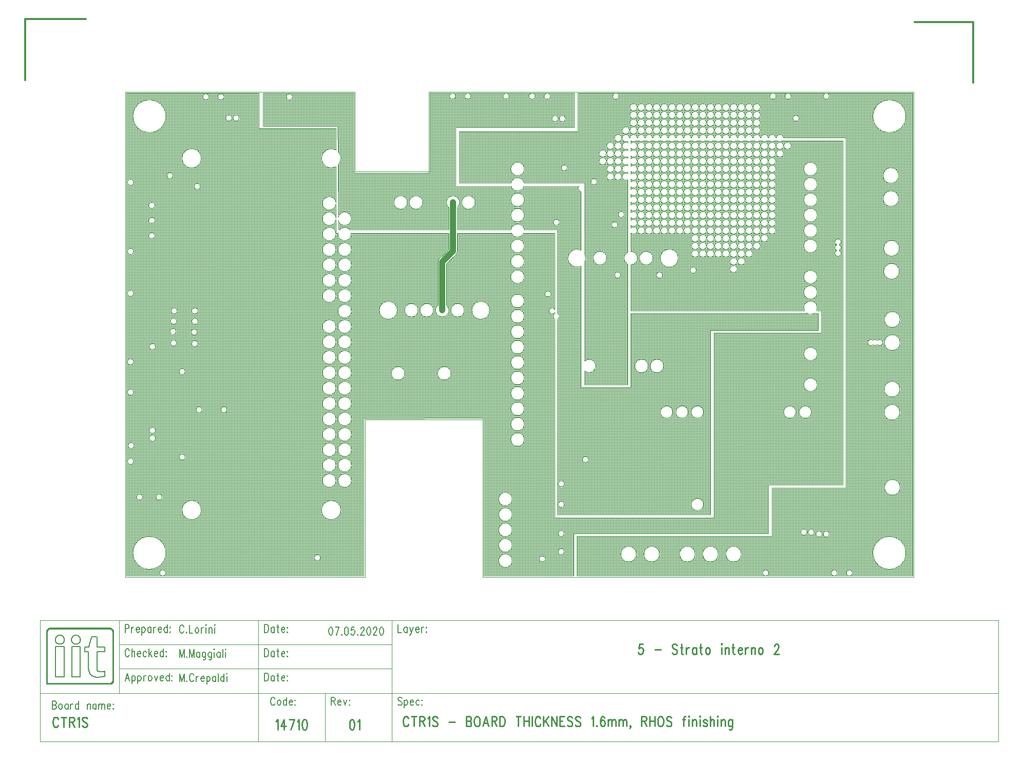
<source format=gbr>
*
*
G04 PADS VX.2.2 Build Number: 9893964 generated Gerber (RS-274-X) file*
G04 PC Version=2.1*
*
%IN "PCB_CTR1S_00.pcb"*%
*
%MOIN*%
*
%FSLAX35Y35*%
*
*
*
*
G04 PC Standard Apertures*
*
*
G04 Thermal Relief Aperture macro.*
%AMTER*
1,1,$1,0,0*
1,0,$1-$2,0,0*
21,0,$3,$4,0,0,45*
21,0,$3,$4,0,0,135*
%
*
*
G04 Annular Aperture macro.*
%AMANN*
1,1,$1,0,0*
1,0,$2,0,0*
%
*
*
G04 Odd Aperture macro.*
%AMODD*
1,1,$1,0,0*
1,0,$1-0.005,0,0*
%
*
*
G04 PC Custom Aperture Macros*
*
*
*
*
*
*
G04 PC Aperture Table*
*
%ADD010C,0.00394*%
%ADD014C,0.00591*%
%ADD016C,0.01*%
%ADD028C,0.001*%
%ADD037C,0.01181*%
%ADD052C,0.00787*%
%ADD067C,0.00591*%
%ADD068C,0.00591*%
%ADD105C,0.03937*%
*
*
*
*
G04 PC Circuitry*
G04 Layer Name PCB_CTR1S_00.pcb - circuitry*
%LPD*%
*
*
G04 PC Custom Flashes*
G04 Layer Name PCB_CTR1S_00.pcb - flashes*
%LPD*%
*
*
G04 PC Circuitry*
G04 Layer Name PCB_CTR1S_00.pcb - circuitry*
%LPD*%
*
G54D10*
G01X2255797Y1487728D02*
G75*
G03X2255797I-10640J0D01*
G01X2252133Y1530268D02*
G03X2252133I-5046J0D01*
G01X2251937Y1579008D02*
G03X2251937I-5047J0D01*
G01Y1594008D02*
G03X2251937I-5047J0D01*
G01X2252055Y1624244D02*
G03X2252055I-5047J0D01*
G01Y1639244D02*
G03X2252055I-5047J0D01*
G01X2251582Y1670504D02*
G03X2251582I-5047J0D01*
G01Y1685504D02*
G03X2251582I-5047J0D01*
G01X2251189Y1717709D02*
G03X2251189I-5047J0D01*
G01Y1732709D02*
G03X2251189I-5047J0D01*
G01X2255797Y1771193D02*
G03X2255797I-10640J0D01*
G01X2186427Y1769815D02*
G03X2186427I-1978J0D01*
G01X2161466Y1761980D02*
G03X2161466I-2372J0D01*
G01Y1766980D02*
G03X2161466I-2372J0D01*
G01Y1771980D02*
G03X2161466I-2372J0D01*
G01Y1776980D02*
G03X2161466I-2372J0D01*
G01X2156466Y1761980D02*
G03X2156466I-2372J0D01*
G01Y1766980D02*
G03X2156466I-2372J0D01*
G01Y1771980D02*
G03X2156466I-2372J0D01*
G01Y1776980D02*
G03X2156466I-2372J0D01*
G01X2151466Y1761980D02*
G03X2151466I-2372J0D01*
G01Y1766980D02*
G03X2151466I-2372J0D01*
G01Y1771980D02*
G03X2151466I-2372J0D01*
G01Y1776980D02*
G03X2151466I-2372J0D01*
G01X2146466Y1761980D02*
G03X2146466I-2372J0D01*
G01Y1766980D02*
G03X2146466I-2372J0D01*
G01Y1771980D02*
G03X2146466I-2372J0D01*
G01Y1776980D02*
G03X2146466I-2372J0D01*
G01X2141466Y1761980D02*
G03X2141466I-2372J0D01*
G01Y1766980D02*
G03X2141466I-2372J0D01*
G01Y1771980D02*
G03X2141466I-2372J0D01*
G01Y1776980D02*
G03X2141466I-2372J0D01*
G01X2136466Y1761980D02*
G03X2136466I-2372J0D01*
G01Y1766980D02*
G03X2136466I-2372J0D01*
G01Y1771980D02*
G03X2136466I-2372J0D01*
G01Y1776980D02*
G03X2136466I-2372J0D01*
G01X2131466Y1761980D02*
G03X2131466I-2372J0D01*
G01Y1766980D02*
G03X2131466I-2372J0D01*
G01Y1771980D02*
G03X2131466I-2372J0D01*
G01Y1776980D02*
G03X2131466I-2372J0D01*
G01X2126466Y1761980D02*
G03X2126466I-2372J0D01*
G01Y1766980D02*
G03X2126466I-2372J0D01*
G01Y1771980D02*
G03X2126466I-2372J0D01*
G01Y1776980D02*
G03X2126466I-2372J0D01*
G01X2121466Y1761980D02*
G03X2121466I-2372J0D01*
G01Y1766980D02*
G03X2121466I-2372J0D01*
G01Y1771980D02*
G03X2121466I-2372J0D01*
G01Y1776980D02*
G03X2121466I-2372J0D01*
G01X2116466Y1761980D02*
G03X2116466I-2372J0D01*
G01Y1766980D02*
G03X2116466I-2372J0D01*
G01Y1771980D02*
G03X2116466I-2372J0D01*
G01Y1776980D02*
G03X2116466I-2372J0D01*
G01X2111466Y1761980D02*
G03X2111466I-2372J0D01*
G01Y1766980D02*
G03X2111466I-2372J0D01*
G01Y1771980D02*
G03X2111466I-2372J0D01*
G01Y1776980D02*
G03X2111466I-2372J0D01*
G01X2106466Y1761980D02*
G03X2106466I-2372J0D01*
G01Y1766980D02*
G03X2106466I-2372J0D01*
G01Y1771980D02*
G03X2106466I-2372J0D01*
G01Y1776980D02*
G03X2106466I-2372J0D01*
G01X2101466Y1761980D02*
G03X2101466I-2372J0D01*
G01Y1766980D02*
G03X2101466I-2372J0D01*
G01Y1771980D02*
G03X2101466I-2372J0D01*
G01Y1776980D02*
G03X2101466I-2372J0D01*
G01X2096466Y1761980D02*
G03X2096466I-2372J0D01*
G01Y1766980D02*
G03X2096466I-2372J0D01*
G01Y1771980D02*
G03X2096466I-2372J0D01*
G01Y1776980D02*
G03X2096466I-2372J0D01*
G01X2091466Y1761980D02*
G03X2091466I-2372J0D01*
G01Y1766980D02*
G03X2091466I-2372J0D01*
G01Y1771980D02*
G03X2091466I-2372J0D01*
G01Y1776980D02*
G03X2091466I-2372J0D01*
G01X2086466Y1761980D02*
G03X2086466I-2372J0D01*
G01Y1766980D02*
G03X2086466I-2372J0D01*
G01Y1771980D02*
G03X2086466I-2372J0D01*
G01Y1776980D02*
G03X2086466I-2372J0D01*
G01X2081466Y1761980D02*
G03X2081466I-2372J0D01*
G01Y1766980D02*
G03X2081466I-2372J0D01*
G01Y1771980D02*
G03X2081466I-2372J0D01*
G01Y1776980D02*
G03X2081466I-2372J0D01*
G01X2070758Y1668043D02*
G03X2070758I-1978J0D01*
G01X2073120Y1707413D02*
G03X2073120I-1978J0D01*
G01X2076466Y1761980D02*
G03X2076466I-2372J0D01*
G01X2068789Y1700720D02*
G03X2068789I-1978J0D01*
G01X2071466Y1731980D02*
G03X2071466I-2372J0D01*
G01Y1736980D02*
G03X2071466I-2372J0D01*
G01Y1741980D02*
G03X2071466I-2372J0D01*
G01Y1746980D02*
G03X2071466I-2372J0D01*
G01Y1751980D02*
G03X2071466I-2372J0D01*
G01Y1756980D02*
G03X2071466I-2372J0D01*
G01X2066466Y1731980D02*
G03X2066466I-2372J0D01*
G01Y1736980D02*
G03X2066466I-2372J0D01*
G01Y1741980D02*
G03X2066466I-2372J0D01*
G01Y1746980D02*
G03X2066466I-2372J0D01*
G01Y1751980D02*
G03X2066466I-2372J0D01*
G01X2061624Y1679067D02*
G03X2061624I-4341J0D01*
G01X2061466Y1741980D02*
G03X2061466I-2372J0D01*
G01Y1746980D02*
G03X2061466I-2372J0D01*
G01X2055403Y1728673D02*
G03X2055403I-1978J0D01*
G01X2036112Y1737728D02*
G03X2036112I-1978J0D01*
G01X2008159Y1736941D02*
G03X2008159I-4340J0D01*
G01X2206191Y1499933D02*
G03X2206191I-1978J0D01*
G01X2201466D02*
G03X2201466I-1978J0D01*
G01X2196348Y1501114D02*
G03X2196348I-1978J0D01*
G01X2191624D02*
G03X2191624I-1978J0D01*
G01X2149063Y1486941D02*
G03X2149063I-5047J0D01*
G01X2134063D02*
G03X2134063I-5047J0D01*
G01X2119063D02*
G03X2119063I-5047J0D01*
G01X2095913D02*
G03X2095913I-5047J0D01*
G01X2080913D02*
G03X2080913I-5047J0D01*
G01X2124498Y1519146D02*
G03X2124498I-3947J0D01*
G01Y1579146D02*
G03X2124498I-3947J0D01*
G01X2114498D02*
G03X2114498I-3947J0D01*
G01X2104498D02*
G03X2104498I-3947J0D01*
G01X2098624Y1609067D02*
G03X2098624I-4341J0D01*
G01X2088624D02*
G03X2088624I-4341J0D01*
G01X2049891Y1548358D02*
G03X2049891I-1978J0D01*
G01X2030994Y1702295D02*
G03X2030994I-1978J0D01*
G01X2008159Y1706941D02*
G03X2008159I-4340J0D01*
G01Y1716941D02*
G03X2008159I-4340J0D01*
G01X1976261Y1715209D02*
G03X1976261I-4340J0D01*
G01X2034931Y1769618D02*
G03X2034931I-1978J0D01*
G01X2030206D02*
G03X2030206I-1978J0D01*
G01X1942261Y1715209D02*
G03X1942261I-4340J0D01*
G01X1932261D02*
G03X1932261I-4340J0D01*
G01X1857765Y1783791D02*
G03X1857765I-1978J0D01*
G01X2034143Y1519224D02*
G03X2034143I-1978J0D01*
G01Y1532610D02*
G03X2034143I-1978J0D01*
G01X2198317Y1656862D02*
G03X2198317I-4341J0D01*
G01Y1666862D02*
G03X2198317I-4341J0D01*
G01Y1686941D02*
G03X2198317I-4341J0D01*
G01Y1696941D02*
G03X2198317I-4341J0D01*
G01Y1706941D02*
G03X2198317I-4341J0D01*
G01Y1716941D02*
G03X2198317I-4341J0D01*
G01Y1726941D02*
G03X2198317I-4341J0D01*
G01Y1736941D02*
G03X2198317I-4341J0D01*
G01X2181466Y1751980D02*
G03X2181466I-2372J0D01*
G01X2176466Y1746980D02*
G03X2176466I-2372J0D01*
G01Y1751980D02*
G03X2176466I-2372J0D01*
G01X2171466Y1696980D02*
G03X2171466I-2372J0D01*
G01Y1701980D02*
G03X2171466I-2372J0D01*
G01Y1706980D02*
G03X2171466I-2372J0D01*
G01Y1711980D02*
G03X2171466I-2372J0D01*
G01Y1716980D02*
G03X2171466I-2372J0D01*
G01Y1721980D02*
G03X2171466I-2372J0D01*
G01Y1726980D02*
G03X2171466I-2372J0D01*
G01Y1731980D02*
G03X2171466I-2372J0D01*
G01Y1736980D02*
G03X2171466I-2372J0D01*
G01Y1741980D02*
G03X2171466I-2372J0D01*
G01Y1746980D02*
G03X2171466I-2372J0D01*
G01Y1751980D02*
G03X2171466I-2372J0D01*
G01X2166466Y1691980D02*
G03X2166466I-2372J0D01*
G01Y1696980D02*
G03X2166466I-2372J0D01*
G01Y1701980D02*
G03X2166466I-2372J0D01*
G01Y1706980D02*
G03X2166466I-2372J0D01*
G01Y1711980D02*
G03X2166466I-2372J0D01*
G01Y1716980D02*
G03X2166466I-2372J0D01*
G01Y1721980D02*
G03X2166466I-2372J0D01*
G01Y1726980D02*
G03X2166466I-2372J0D01*
G01Y1731980D02*
G03X2166466I-2372J0D01*
G01Y1736980D02*
G03X2166466I-2372J0D01*
G01Y1741980D02*
G03X2166466I-2372J0D01*
G01Y1746980D02*
G03X2166466I-2372J0D01*
G01Y1751980D02*
G03X2166466I-2372J0D01*
G01X2161466Y1686980D02*
G03X2161466I-2372J0D01*
G01Y1691980D02*
G03X2161466I-2372J0D01*
G01Y1696980D02*
G03X2161466I-2372J0D01*
G01Y1701980D02*
G03X2161466I-2372J0D01*
G01Y1706980D02*
G03X2161466I-2372J0D01*
G01Y1711980D02*
G03X2161466I-2372J0D01*
G01Y1716980D02*
G03X2161466I-2372J0D01*
G01Y1721980D02*
G03X2161466I-2372J0D01*
G01Y1726980D02*
G03X2161466I-2372J0D01*
G01Y1731980D02*
G03X2161466I-2372J0D01*
G01Y1736980D02*
G03X2161466I-2372J0D01*
G01Y1741980D02*
G03X2161466I-2372J0D01*
G01Y1746980D02*
G03X2161466I-2372J0D01*
G01Y1751980D02*
G03X2161466I-2372J0D01*
G01X2156466Y1681980D02*
G03X2156466I-2372J0D01*
G01Y1686980D02*
G03X2156466I-2372J0D01*
G01Y1691980D02*
G03X2156466I-2372J0D01*
G01Y1696980D02*
G03X2156466I-2372J0D01*
G01Y1701980D02*
G03X2156466I-2372J0D01*
G01Y1706980D02*
G03X2156466I-2372J0D01*
G01Y1711980D02*
G03X2156466I-2372J0D01*
G01Y1716980D02*
G03X2156466I-2372J0D01*
G01Y1721980D02*
G03X2156466I-2372J0D01*
G01Y1726980D02*
G03X2156466I-2372J0D01*
G01Y1731980D02*
G03X2156466I-2372J0D01*
G01Y1736980D02*
G03X2156466I-2372J0D01*
G01Y1741980D02*
G03X2156466I-2372J0D01*
G01Y1746980D02*
G03X2156466I-2372J0D01*
G01Y1751980D02*
G03X2156466I-2372J0D01*
G01X2151466Y1676980D02*
G03X2151466I-2372J0D01*
G01Y1681980D02*
G03X2151466I-2372J0D01*
G01Y1686980D02*
G03X2151466I-2372J0D01*
G01Y1691980D02*
G03X2151466I-2372J0D01*
G01Y1696980D02*
G03X2151466I-2372J0D01*
G01Y1701980D02*
G03X2151466I-2372J0D01*
G01Y1706980D02*
G03X2151466I-2372J0D01*
G01Y1711980D02*
G03X2151466I-2372J0D01*
G01Y1716980D02*
G03X2151466I-2372J0D01*
G01Y1721980D02*
G03X2151466I-2372J0D01*
G01Y1726980D02*
G03X2151466I-2372J0D01*
G01Y1731980D02*
G03X2151466I-2372J0D01*
G01Y1736980D02*
G03X2151466I-2372J0D01*
G01Y1741980D02*
G03X2151466I-2372J0D01*
G01Y1746980D02*
G03X2151466I-2372J0D01*
G01Y1751980D02*
G03X2151466I-2372J0D01*
G01X2146466Y1671980D02*
G03X2146466I-2372J0D01*
G01Y1676980D02*
G03X2146466I-2372J0D01*
G01Y1681980D02*
G03X2146466I-2372J0D01*
G01Y1686980D02*
G03X2146466I-2372J0D01*
G01Y1691980D02*
G03X2146466I-2372J0D01*
G01Y1696980D02*
G03X2146466I-2372J0D01*
G01Y1701980D02*
G03X2146466I-2372J0D01*
G01Y1706980D02*
G03X2146466I-2372J0D01*
G01Y1711980D02*
G03X2146466I-2372J0D01*
G01Y1716980D02*
G03X2146466I-2372J0D01*
G01Y1721980D02*
G03X2146466I-2372J0D01*
G01Y1726980D02*
G03X2146466I-2372J0D01*
G01Y1731980D02*
G03X2146466I-2372J0D01*
G01Y1736980D02*
G03X2146466I-2372J0D01*
G01Y1741980D02*
G03X2146466I-2372J0D01*
G01Y1746980D02*
G03X2146466I-2372J0D01*
G01Y1751980D02*
G03X2146466I-2372J0D01*
G01X2141466Y1681980D02*
G03X2141466I-2372J0D01*
G01Y1686980D02*
G03X2141466I-2372J0D01*
G01Y1691980D02*
G03X2141466I-2372J0D01*
G01Y1696980D02*
G03X2141466I-2372J0D01*
G01Y1701980D02*
G03X2141466I-2372J0D01*
G01Y1706980D02*
G03X2141466I-2372J0D01*
G01Y1711980D02*
G03X2141466I-2372J0D01*
G01Y1716980D02*
G03X2141466I-2372J0D01*
G01Y1721980D02*
G03X2141466I-2372J0D01*
G01Y1726980D02*
G03X2141466I-2372J0D01*
G01Y1731980D02*
G03X2141466I-2372J0D01*
G01Y1736980D02*
G03X2141466I-2372J0D01*
G01Y1741980D02*
G03X2141466I-2372J0D01*
G01Y1746980D02*
G03X2141466I-2372J0D01*
G01Y1751980D02*
G03X2141466I-2372J0D01*
G01X2136466Y1681980D02*
G03X2136466I-2372J0D01*
G01Y1686980D02*
G03X2136466I-2372J0D01*
G01Y1691980D02*
G03X2136466I-2372J0D01*
G01Y1696980D02*
G03X2136466I-2372J0D01*
G01Y1701980D02*
G03X2136466I-2372J0D01*
G01Y1706980D02*
G03X2136466I-2372J0D01*
G01Y1711980D02*
G03X2136466I-2372J0D01*
G01Y1716980D02*
G03X2136466I-2372J0D01*
G01Y1721980D02*
G03X2136466I-2372J0D01*
G01Y1726980D02*
G03X2136466I-2372J0D01*
G01Y1731980D02*
G03X2136466I-2372J0D01*
G01Y1736980D02*
G03X2136466I-2372J0D01*
G01Y1741980D02*
G03X2136466I-2372J0D01*
G01Y1746980D02*
G03X2136466I-2372J0D01*
G01Y1751980D02*
G03X2136466I-2372J0D01*
G01X2131466Y1681980D02*
G03X2131466I-2372J0D01*
G01Y1686980D02*
G03X2131466I-2372J0D01*
G01Y1691980D02*
G03X2131466I-2372J0D01*
G01Y1696980D02*
G03X2131466I-2372J0D01*
G01Y1701980D02*
G03X2131466I-2372J0D01*
G01Y1706980D02*
G03X2131466I-2372J0D01*
G01Y1711980D02*
G03X2131466I-2372J0D01*
G01Y1716980D02*
G03X2131466I-2372J0D01*
G01Y1721980D02*
G03X2131466I-2372J0D01*
G01Y1726980D02*
G03X2131466I-2372J0D01*
G01Y1731980D02*
G03X2131466I-2372J0D01*
G01Y1736980D02*
G03X2131466I-2372J0D01*
G01Y1741980D02*
G03X2131466I-2372J0D01*
G01Y1746980D02*
G03X2131466I-2372J0D01*
G01Y1751980D02*
G03X2131466I-2372J0D01*
G01X2126466Y1681980D02*
G03X2126466I-2372J0D01*
G01Y1686980D02*
G03X2126466I-2372J0D01*
G01Y1691980D02*
G03X2126466I-2372J0D01*
G01Y1696980D02*
G03X2126466I-2372J0D01*
G01Y1701980D02*
G03X2126466I-2372J0D01*
G01Y1706980D02*
G03X2126466I-2372J0D01*
G01Y1711980D02*
G03X2126466I-2372J0D01*
G01Y1716980D02*
G03X2126466I-2372J0D01*
G01Y1721980D02*
G03X2126466I-2372J0D01*
G01Y1726980D02*
G03X2126466I-2372J0D01*
G01Y1731980D02*
G03X2126466I-2372J0D01*
G01Y1736980D02*
G03X2126466I-2372J0D01*
G01Y1741980D02*
G03X2126466I-2372J0D01*
G01Y1746980D02*
G03X2126466I-2372J0D01*
G01Y1751980D02*
G03X2126466I-2372J0D01*
G01X2119813Y1671232D02*
G03X2119813I-1978J0D01*
G01X2121466Y1681980D02*
G03X2121466I-2372J0D01*
G01Y1686980D02*
G03X2121466I-2372J0D01*
G01Y1691980D02*
G03X2121466I-2372J0D01*
G01Y1696980D02*
G03X2121466I-2372J0D01*
G01Y1701980D02*
G03X2121466I-2372J0D01*
G01Y1706980D02*
G03X2121466I-2372J0D01*
G01Y1711980D02*
G03X2121466I-2372J0D01*
G01Y1716980D02*
G03X2121466I-2372J0D01*
G01Y1721980D02*
G03X2121466I-2372J0D01*
G01Y1726980D02*
G03X2121466I-2372J0D01*
G01Y1731980D02*
G03X2121466I-2372J0D01*
G01Y1736980D02*
G03X2121466I-2372J0D01*
G01Y1741980D02*
G03X2121466I-2372J0D01*
G01Y1746980D02*
G03X2121466I-2372J0D01*
G01Y1751980D02*
G03X2121466I-2372J0D01*
G01X2116466Y1696980D02*
G03X2116466I-2372J0D01*
G01Y1701980D02*
G03X2116466I-2372J0D01*
G01Y1706980D02*
G03X2116466I-2372J0D01*
G01Y1711980D02*
G03X2116466I-2372J0D01*
G01Y1716980D02*
G03X2116466I-2372J0D01*
G01Y1721980D02*
G03X2116466I-2372J0D01*
G01Y1726980D02*
G03X2116466I-2372J0D01*
G01Y1731980D02*
G03X2116466I-2372J0D01*
G01Y1736980D02*
G03X2116466I-2372J0D01*
G01Y1741980D02*
G03X2116466I-2372J0D01*
G01Y1746980D02*
G03X2116466I-2372J0D01*
G01Y1751980D02*
G03X2116466I-2372J0D01*
G01X2097923Y1668043D02*
G03X2097923I-1978J0D01*
G01X2108080Y1679067D02*
G03X2108080I-5797J0D01*
G01X2111466Y1696980D02*
G03X2111466I-2372J0D01*
G01Y1701980D02*
G03X2111466I-2372J0D01*
G01Y1706980D02*
G03X2111466I-2372J0D01*
G01Y1711980D02*
G03X2111466I-2372J0D01*
G01Y1716980D02*
G03X2111466I-2372J0D01*
G01Y1721980D02*
G03X2111466I-2372J0D01*
G01Y1726980D02*
G03X2111466I-2372J0D01*
G01Y1731980D02*
G03X2111466I-2372J0D01*
G01Y1736980D02*
G03X2111466I-2372J0D01*
G01Y1741980D02*
G03X2111466I-2372J0D01*
G01Y1746980D02*
G03X2111466I-2372J0D01*
G01Y1751980D02*
G03X2111466I-2372J0D01*
G01X2106466Y1696980D02*
G03X2106466I-2372J0D01*
G01Y1701980D02*
G03X2106466I-2372J0D01*
G01Y1706980D02*
G03X2106466I-2372J0D01*
G01Y1711980D02*
G03X2106466I-2372J0D01*
G01Y1716980D02*
G03X2106466I-2372J0D01*
G01Y1721980D02*
G03X2106466I-2372J0D01*
G01Y1726980D02*
G03X2106466I-2372J0D01*
G01Y1731980D02*
G03X2106466I-2372J0D01*
G01Y1736980D02*
G03X2106466I-2372J0D01*
G01Y1741980D02*
G03X2106466I-2372J0D01*
G01Y1746980D02*
G03X2106466I-2372J0D01*
G01Y1751980D02*
G03X2106466I-2372J0D01*
G01X2101466Y1696980D02*
G03X2101466I-2372J0D01*
G01Y1701980D02*
G03X2101466I-2372J0D01*
G01Y1706980D02*
G03X2101466I-2372J0D01*
G01Y1711980D02*
G03X2101466I-2372J0D01*
G01Y1716980D02*
G03X2101466I-2372J0D01*
G01Y1721980D02*
G03X2101466I-2372J0D01*
G01Y1726980D02*
G03X2101466I-2372J0D01*
G01Y1731980D02*
G03X2101466I-2372J0D01*
G01Y1736980D02*
G03X2101466I-2372J0D01*
G01Y1741980D02*
G03X2101466I-2372J0D01*
G01Y1746980D02*
G03X2101466I-2372J0D01*
G01Y1751980D02*
G03X2101466I-2372J0D01*
G01X2096466Y1696980D02*
G03X2096466I-2372J0D01*
G01Y1701980D02*
G03X2096466I-2372J0D01*
G01Y1706980D02*
G03X2096466I-2372J0D01*
G01Y1711980D02*
G03X2096466I-2372J0D01*
G01Y1716980D02*
G03X2096466I-2372J0D01*
G01Y1721980D02*
G03X2096466I-2372J0D01*
G01Y1726980D02*
G03X2096466I-2372J0D01*
G01Y1731980D02*
G03X2096466I-2372J0D01*
G01Y1736980D02*
G03X2096466I-2372J0D01*
G01Y1741980D02*
G03X2096466I-2372J0D01*
G01Y1746980D02*
G03X2096466I-2372J0D01*
G01Y1751980D02*
G03X2096466I-2372J0D01*
G01X2091624Y1679067D02*
G03X2091624I-4341J0D01*
G01X2091466Y1696980D02*
G03X2091466I-2372J0D01*
G01Y1701980D02*
G03X2091466I-2372J0D01*
G01Y1706980D02*
G03X2091466I-2372J0D01*
G01Y1711980D02*
G03X2091466I-2372J0D01*
G01Y1716980D02*
G03X2091466I-2372J0D01*
G01Y1721980D02*
G03X2091466I-2372J0D01*
G01Y1726980D02*
G03X2091466I-2372J0D01*
G01Y1731980D02*
G03X2091466I-2372J0D01*
G01Y1736980D02*
G03X2091466I-2372J0D01*
G01Y1741980D02*
G03X2091466I-2372J0D01*
G01Y1746980D02*
G03X2091466I-2372J0D01*
G01Y1751980D02*
G03X2091466I-2372J0D01*
G01X2086466Y1696980D02*
G03X2086466I-2372J0D01*
G01Y1701980D02*
G03X2086466I-2372J0D01*
G01Y1706980D02*
G03X2086466I-2372J0D01*
G01Y1711980D02*
G03X2086466I-2372J0D01*
G01Y1716980D02*
G03X2086466I-2372J0D01*
G01Y1721980D02*
G03X2086466I-2372J0D01*
G01Y1726980D02*
G03X2086466I-2372J0D01*
G01Y1731980D02*
G03X2086466I-2372J0D01*
G01Y1736980D02*
G03X2086466I-2372J0D01*
G01Y1741980D02*
G03X2086466I-2372J0D01*
G01Y1746980D02*
G03X2086466I-2372J0D01*
G01Y1751980D02*
G03X2086466I-2372J0D01*
G01X2194498Y1579146D02*
G03X2194498I-3947J0D01*
G01X2198317Y1596862D02*
G03X2198317I-4341J0D01*
G01Y1616862D02*
G03X2198317I-4341J0D01*
G01X2184498Y1579146D02*
G03X2184498I-3947J0D01*
G01X2034143Y1488516D02*
G03X2034143I-1978J0D01*
G01Y1500327D02*
G03X2034143I-1978J0D01*
G01X2021939Y1483791D02*
G03X2021939I-1978J0D01*
G01X2025482Y1655839D02*
G03X2025482I-1978J0D01*
G01X2000285Y1482689D02*
G03X2000285I-4340J0D01*
G01Y1492689D02*
G03X2000285I-4340J0D01*
G01Y1502689D02*
G03X2000285I-4340J0D01*
G01Y1512689D02*
G03X2000285I-4340J0D01*
G01Y1522689D02*
G03X2000285I-4340J0D01*
G01X2008159Y1561311D02*
G03X2008159I-4340J0D01*
G01Y1571311D02*
G03X2008159I-4340J0D01*
G01Y1581311D02*
G03X2008159I-4340J0D01*
G01Y1591311D02*
G03X2008159I-4340J0D01*
G01Y1601311D02*
G03X2008159I-4340J0D01*
G01Y1611311D02*
G03X2008159I-4340J0D01*
G01Y1621311D02*
G03X2008159I-4340J0D01*
G01Y1631311D02*
G03X2008159I-4340J0D01*
G01Y1641311D02*
G03X2008159I-4340J0D01*
G01Y1651311D02*
G03X2008159I-4340J0D01*
G01Y1666941D02*
G03X2008159I-4340J0D01*
G01Y1676941D02*
G03X2008159I-4340J0D01*
G01Y1686941D02*
G03X2008159I-4340J0D01*
G01X1985718Y1645209D02*
G03X1985718I-5797J0D01*
G01X1969261D02*
G03X1969261I-4340J0D01*
G01X1960561Y1604264D02*
G03X1960561I-4341J0D01*
G01X1949261Y1645209D02*
G03X1949261I-4340J0D01*
G01X1939261D02*
G03X1939261I-4340J0D01*
G01X1930561Y1604264D02*
G03X1930561I-4341J0D01*
G01X1925718Y1645209D02*
G03X1925718I-5797J0D01*
G01X1889045Y1515524D02*
G03X1889045I-6210J0D01*
G01X1895954Y1534697D02*
G03X1895954I-4340J0D01*
G01Y1544697D02*
G03X1895954I-4340J0D01*
G01Y1554697D02*
G03X1895954I-4340J0D01*
G01Y1564697D02*
G03X1895954I-4340J0D01*
G01Y1574697D02*
G03X1895954I-4340J0D01*
G01Y1584697D02*
G03X1895954I-4340J0D01*
G01Y1594697D02*
G03X1895954I-4340J0D01*
G01Y1604697D02*
G03X1895954I-4340J0D01*
G01Y1614697D02*
G03X1895954I-4340J0D01*
G01Y1624697D02*
G03X1895954I-4340J0D01*
G01Y1634697D02*
G03X1895954I-4340J0D01*
G01Y1644697D02*
G03X1895954I-4340J0D01*
G01Y1654697D02*
G03X1895954I-4340J0D01*
G01Y1664697D02*
G03X1895954I-4340J0D01*
G01Y1674697D02*
G03X1895954I-4340J0D01*
G01Y1684697D02*
G03X1895954I-4340J0D01*
G01X1885954Y1534697D02*
G03X1885954I-4340J0D01*
G01Y1544697D02*
G03X1885954I-4340J0D01*
G01Y1554697D02*
G03X1885954I-4340J0D01*
G01Y1564697D02*
G03X1885954I-4340J0D01*
G01Y1574697D02*
G03X1885954I-4340J0D01*
G01Y1584697D02*
G03X1885954I-4340J0D01*
G01Y1594697D02*
G03X1885954I-4340J0D01*
G01Y1604697D02*
G03X1885954I-4340J0D01*
G01Y1614697D02*
G03X1885954I-4340J0D01*
G01Y1624697D02*
G03X1885954I-4340J0D01*
G01Y1634697D02*
G03X1885954I-4340J0D01*
G01Y1654697D02*
G03X1885954I-4340J0D01*
G01Y1664697D02*
G03X1885954I-4340J0D01*
G01Y1674697D02*
G03X1885954I-4340J0D01*
G01Y1684697D02*
G03X1885954I-4340J0D01*
G01Y1694697D02*
G03X1885954I-4340J0D01*
G01X1875876Y1484579D02*
G03X1875876I-1978J0D01*
G01X1823120Y1770012D02*
G03X1823120I-1978J0D01*
G01X1815246Y1580642D02*
G03X1815246I-1978J0D01*
G01X1818395Y1770012D02*
G03X1818395I-1978J0D01*
G01X1813277Y1783791D02*
G03X1813277I-1978J0D01*
G01X1803435D02*
G03X1803435I-1978J0D01*
G01X1798494Y1515524D02*
G03X1798494I-6211J0D01*
G01X1799104Y1580642D02*
G03X1799104I-1978J0D01*
G01X1796348Y1623555D02*
G03X1796348I-1978J0D01*
G01X1795954Y1631035D02*
G03X1795954I-1978J0D01*
G01X1796348Y1638122D02*
G03X1796348I-1978J0D01*
G01Y1644815D02*
G03X1796348I-1978J0D01*
G01X1797923Y1725524D02*
G03X1797923I-1978J0D01*
G01X1788080Y1549933D02*
G03X1788080I-1978J0D01*
G01Y1605445D02*
G03X1788080I-1978J0D01*
G01X1798494Y1743870D02*
G03X1798494I-6211J0D01*
G01X1782569Y1623949D02*
G03X1782569I-1978J0D01*
G01X1782175Y1631429D02*
G03X1782175I-1978J0D01*
G01X1782569Y1638122D02*
G03X1782569I-1978J0D01*
G01X1782962Y1644815D02*
G03X1782962I-1978J0D01*
G01X1780206Y1732610D02*
G03X1780206I-1978J0D01*
G01X1775482Y1487728D02*
G03X1775482I-10639J0D01*
G01X1773120Y1523949D02*
G03X1773120I-1978J0D01*
G01X1768789Y1562138D02*
G03X1768789I-1978J0D01*
G01Y1567256D02*
G03X1768789I-1978J0D01*
G01Y1621587D02*
G03X1768789I-1978J0D01*
G01X1768395Y1693634D02*
G03X1768395I-1978J0D01*
G01Y1703476D02*
G03X1768395I-1978J0D01*
G01Y1713319D02*
G03X1768395I-1978J0D01*
G01X1760521Y1523949D02*
G03X1760521I-1978J0D01*
G01X1754616Y1547177D02*
G03X1754616I-1978J0D01*
G01X1755009Y1557413D02*
G03X1755009I-1978J0D01*
G01X1754616Y1592059D02*
G03X1754616I-1978J0D01*
G01Y1611744D02*
G03X1754616I-1978J0D01*
G01Y1656232D02*
G03X1754616I-1978J0D01*
G01Y1683398D02*
G03X1754616I-1978J0D01*
G01Y1728280D02*
G03X1754616I-1978J0D01*
G01X1775482Y1771193D02*
G03X1775482I-10639J0D01*
G01X2260109Y1786144D02*
X2204486D01*
X2203940D02*
G03X2204486I273J-1959D01*
G01X2203940D02*
X2179683D01*
X2179136D02*
G03X2179683I273J-1959D01*
G01X2179136D02*
X2169840D01*
X2169294D02*
G03X2169840I273J-1959D01*
G01X2169294D02*
X2067871D01*
X2067325D02*
G03X2067871I273J-1959D01*
G01X2067325D02*
X2042992D01*
Y1761154*
X1965827*
Y1728083*
X1999632*
X2008006D02*
G03X1999632I-4187J-1142D01*
G01X2008006D02*
X2047323D01*
Y1681932*
Y1676202D02*
G03Y1681932I-5040J2865D01*
G01Y1676202D02*
Y1612241D01*
Y1605893D02*
G03Y1612241I2960J3174D01*
G01Y1605893D02*
Y1596980D01*
X2075276*
Y1675219*
Y1682915D02*
G03Y1675219I2007J-3848D01*
G01Y1682915D02*
Y1729924D01*
Y1734037D02*
G03Y1729924I-1182J-2057D01*
G01Y1734037D02*
Y1734924D01*
Y1739037D02*
G03Y1734924I-1182J-2057D01*
G01Y1739037D02*
Y1739924D01*
Y1744037D02*
G03Y1739924I-1182J-2057D01*
G01Y1744037D02*
Y1744924D01*
Y1749037D02*
G03Y1744924I-1182J-2057D01*
G01Y1749037D02*
Y1749924D01*
Y1754037D02*
G03Y1749924I-1182J-2057D01*
G01Y1754037D02*
Y1754924D01*
X2076454Y1757217D02*
G03X2075276Y1754924I-2360J-237D01*
G01X2076454Y1757217D02*
X2076735D01*
X2081454D02*
G03X2076735I-2360J-237D01*
G01X2081454D02*
X2081735D01*
X2086454D02*
G03X2081735I-2360J-237D01*
G01X2086454D02*
X2086735D01*
X2091454D02*
G03X2086735I-2360J-237D01*
G01X2091454D02*
X2091735D01*
X2096454D02*
G03X2091735I-2360J-237D01*
G01X2096454D02*
X2096735D01*
X2101454D02*
G03X2096735I-2360J-237D01*
G01X2101454D02*
X2101735D01*
X2106454D02*
G03X2101735I-2360J-237D01*
G01X2106454D02*
X2106735D01*
X2111454D02*
G03X2106735I-2360J-237D01*
G01X2111454D02*
X2111735D01*
X2116454D02*
G03X2111735I-2360J-237D01*
G01X2116454D02*
X2116735D01*
X2121454D02*
G03X2116735I-2360J-237D01*
G01X2121454D02*
X2121735D01*
X2126454D02*
G03X2121735I-2360J-237D01*
G01X2126454D02*
X2126735D01*
X2131454D02*
G03X2126735I-2360J-237D01*
G01X2131454D02*
X2131735D01*
X2136454D02*
G03X2131735I-2360J-237D01*
G01X2136454D02*
X2136735D01*
X2141454D02*
G03X2136735I-2360J-237D01*
G01X2141454D02*
X2141735D01*
X2146454D02*
G03X2141735I-2360J-237D01*
G01X2146454D02*
X2146735D01*
X2151454D02*
G03X2146735I-2360J-237D01*
G01X2151454D02*
X2151735D01*
X2156454D02*
G03X2151735I-2360J-237D01*
G01X2156454D02*
X2156735D01*
X2161454D02*
G03X2156735I-2360J-237D01*
G01X2161454D02*
X2161735D01*
X2166454D02*
G03X2161735I-2360J-237D01*
G01X2166454D02*
X2166735D01*
X2171454D02*
G03X2166735I-2360J-237D01*
G01X2171454D02*
X2171735D01*
X2176454D02*
G03X2171735I-2360J-237D01*
G01X2176454D02*
X2217008D01*
Y1530051*
X2168976*
Y1498555*
X2042205*
Y1472777*
X2164569*
X2165116D02*
G03X2164569I-273J1959D01*
G01X2165116D02*
X2209058D01*
X2209604D02*
G03X2209058I-273J1959D01*
G01X2209604D02*
X2218900D01*
X2219446D02*
G03X2218900I-273J1959D01*
G01X2219446D02*
X2260109D01*
Y1786144*
X2198898Y1643437D02*
X2196642D01*
X2191311D02*
G03X2196642I2665J3425D01*
G01X2191311D02*
X2077244D01*
Y1595406*
X2044961*
Y1673925*
Y1684209D02*
G03Y1673925I-2678J-5142D01*
G01Y1684209D02*
Y1722374D01*
X2043738Y1725720D02*
G03X2044961Y1722374I1419J-1377D01*
G01X2043738Y1725720D02*
X2007984D01*
X1999654D02*
G03X2007984I4165J1221D01*
G01X1999654D02*
X1963465D01*
Y1763909*
X2040630*
Y1786144*
X2023383*
X2022837D02*
G03X2023383I273J-1959D01*
G01X2022837D02*
X2013541D01*
X2012995D02*
G03X2013541I273J-1959D01*
G01X2012995D02*
X1996612D01*
X1996066D02*
G03X1996612I273J-1959D01*
G01X1996066D02*
X1971809D01*
X1971262D02*
G03X1971808I273J-1959D01*
G01X1971262D02*
X1961966D01*
X1961420D02*
G03X1961966I273J-1959D01*
G01X1961420D02*
X1946939D01*
Y1735169*
X1946142Y1734372D02*
G03X1946939Y1735169I-0J797D01*
G01X1946142Y1734372D02*
X1898307D01*
X1897510Y1735169D02*
G03X1898307Y1734372I797J0D01*
G01X1897510Y1735169D02*
Y1786144D01*
X1838661*
Y1764697*
X1887085*
X1887182Y1748305*
X1887234Y1739487D02*
G03X1887182Y1748305I-4399J4383D01*
G01X1887234Y1739487D02*
X1887432Y1705856D01*
X1887446Y1703489D02*
G03X1887432Y1705856I4168J1208D01*
G01X1887446Y1703489D02*
X1887479Y1697768D01*
X1888547*
X1894681D02*
G03X1888547I-3067J-3071D01*
G01X1894681D02*
X1959156D01*
Y1711864*
X1964687D02*
G03X1959156I-2766J3345D01*
G01X1964687D02*
Y1697768D01*
X1999558*
X2008080D02*
G03X1999558I-4261J-827D01*
G01X2008080D02*
X2029606D01*
Y1643159*
Y1639384D02*
G03Y1643159I-590J1888D01*
G01Y1639384D02*
Y1512728D01*
X2128819*
Y1632413*
X2198898*
Y1643437*
X2215039Y1755248D02*
X2175714D01*
X2172475D02*
G03X2175714I1619J1732D01*
G01X2172475D02*
X2170714D01*
X2167475D02*
G03X2170714I1619J1732D01*
G01X2167475D02*
X2165714D01*
X2162475D02*
G03X2165714I1619J1732D01*
G01X2162475D02*
X2160714D01*
X2157475D02*
G03X2160714I1619J1732D01*
G01X2157475D02*
X2155714D01*
X2152475D02*
G03X2155714I1619J1732D01*
G01X2152475D02*
X2150714D01*
X2147475D02*
G03X2150714I1619J1732D01*
G01X2147475D02*
X2145714D01*
X2142475D02*
G03X2145714I1619J1732D01*
G01X2142475D02*
X2140714D01*
X2137475D02*
G03X2140714I1619J1732D01*
G01X2137475D02*
X2135714D01*
X2132475D02*
G03X2135714I1619J1732D01*
G01X2132475D02*
X2130714D01*
X2127475D02*
G03X2130714I1619J1732D01*
G01X2127475D02*
X2125714D01*
X2122475D02*
G03X2125714I1619J1732D01*
G01X2122475D02*
X2120714D01*
X2117475D02*
G03X2120714I1619J1732D01*
G01X2117475D02*
X2115714D01*
X2112475D02*
G03X2115714I1619J1732D01*
G01X2112475D02*
X2110714D01*
X2107475D02*
G03X2110714I1619J1732D01*
G01X2107475D02*
X2105714D01*
X2102475D02*
G03X2105714I1619J1732D01*
G01X2102475D02*
X2100714D01*
X2097475D02*
G03X2100714I1619J1732D01*
G01X2097475D02*
X2095714D01*
X2092475D02*
G03X2095714I1619J1732D01*
G01X2092475D02*
X2090714D01*
X2087475D02*
G03X2090714I1619J1732D01*
G01X2087475D02*
X2085714D01*
X2082475D02*
G03X2085714I1619J1732D01*
G01X2082475D02*
X2080714D01*
X2077475D02*
G03X2080714I1619J1732D01*
G01X2077475D02*
X2077244D01*
Y1753464*
Y1750497D02*
G03Y1753464I1850J1483D01*
G01Y1750497D02*
Y1748464D01*
Y1745497D02*
G03Y1748464I1850J1483D01*
G01Y1745497D02*
Y1743464D01*
Y1740497D02*
G03Y1743464I1850J1483D01*
G01Y1740497D02*
Y1738464D01*
Y1735497D02*
G03Y1738464I1850J1483D01*
G01Y1735497D02*
Y1733464D01*
Y1730497D02*
G03Y1733464I1850J1483D01*
G01Y1730497D02*
Y1728464D01*
Y1725497D02*
G03Y1728464I1850J1483D01*
G01Y1725497D02*
Y1723464D01*
Y1720497D02*
G03Y1723464I1850J1483D01*
G01Y1720497D02*
Y1718464D01*
Y1715497D02*
G03Y1718464I1850J1483D01*
G01Y1715497D02*
Y1713464D01*
Y1710497D02*
G03Y1713464I1850J1483D01*
G01Y1710497D02*
Y1708464D01*
Y1705497D02*
G03Y1708464I1850J1483D01*
G01Y1705497D02*
Y1703464D01*
Y1700497D02*
G03Y1703464I1850J1483D01*
G01Y1700497D02*
Y1698464D01*
Y1695497D02*
G03Y1698464I1850J1483D01*
G01Y1695497D02*
Y1683407D01*
Y1674727D02*
G03Y1683407I39J4340D01*
G01Y1674727D02*
Y1645012D01*
X2190050*
X2197902D02*
G03X2190050I-3926J1850D01*
G01X2197902D02*
X2200866D01*
Y1630445*
X2131181*
Y1510760*
X2028031*
X2028031D02*
Y1639556D01*
X2028032Y1642987D02*
G03Y1639556I984J-1715D01*
G01X2028031Y1642987D02*
Y1643935D01*
Y1645695D02*
G03Y1643935I-1771J-880D01*
G01Y1645695D02*
Y1695406D01*
X2028031D02*
X2007878D01*
X1999759D02*
G03X2007878I4060J1535D01*
G01X1999759D02*
X1964687D01*
Y1683626*
X1963877Y1681671D02*
G03X1964687Y1683626I-1956J1955D01*
G01X1963877Y1681671D02*
X1957687Y1675481D01*
Y1648554*
X1952156D02*
G03X1957687I2765J-3345D01*
G01X1952156D02*
Y1676626D01*
X1952966Y1678581D02*
G03X1952156Y1676626I1955J-1955D01*
G01X1952966Y1678581D02*
X1959156Y1684771D01*
Y1695406*
X1895896*
X1887332D02*
G03X1895896I4282J-709D01*
G01X1887332D02*
X1885906D01*
Y1704048*
Y1705346D02*
G03Y1704048I-4292J-649D01*
G01Y1705346D02*
Y1714048D01*
Y1715346D02*
G03Y1714048I-4292J-649D01*
G01Y1715346D02*
Y1738472D01*
Y1749268D02*
G03Y1738472I-3071J-5398D01*
G01Y1749268D02*
Y1763122D01*
X1835906*
Y1786144*
X1749891*
Y1472777*
X1773231*
X1773777D02*
G03X1773231I-273J1959D01*
G01X1773777D02*
X1904006D01*
Y1574298*
X1904802Y1575095D02*
G03X1904006Y1574298I1J-797D01*
G01X1904802Y1575095D02*
X1981180Y1575172D01*
X1981978Y1574375D02*
G03X1981180Y1575172I-797J0D01*
G01X1981978Y1574375D02*
Y1472777D01*
X2040236*
Y1500130*
X2166614*
Y1532020*
X2215039*
Y1755248*
X2255797Y1487728D02*
G03X2255797I-10640J0D01*
G01X2252133Y1530268D02*
G03X2252133I-5046J0D01*
G01X2251937Y1579008D02*
G03X2251937I-5047J0D01*
G01Y1594008D02*
G03X2251937I-5047J0D01*
G01X2252055Y1624244D02*
G03X2252055I-5047J0D01*
G01Y1639244D02*
G03X2252055I-5047J0D01*
G01X2251582Y1670504D02*
G03X2251582I-5047J0D01*
G01Y1685504D02*
G03X2251582I-5047J0D01*
G01X2251189Y1717709D02*
G03X2251189I-5047J0D01*
G01Y1732709D02*
G03X2251189I-5047J0D01*
G01X2234567Y1622926D02*
G03X2237498Y1622945I1457J1338D01*
G01X2234567Y1625602D02*
G03Y1622926I-1457J-1338D01*
G01X2237423Y1625661D02*
G03X2234567Y1625602I-1399J-1397D01*
G01X2237498Y1622945D02*
G03X2237423Y1625661I1400J1398D01*
G01X2255797Y1771193D02*
G03X2255797I-10640J0D01*
G01X2186427Y1769815D02*
G03X2186427I-1978J0D01*
G01X2161466Y1761980D02*
G03X2161466I-2372J0D01*
G01Y1766980D02*
G03X2161466I-2372J0D01*
G01Y1771980D02*
G03X2161466I-2372J0D01*
G01Y1776980D02*
G03X2161466I-2372J0D01*
G01X2156466Y1761980D02*
G03X2156466I-2372J0D01*
G01Y1766980D02*
G03X2156466I-2372J0D01*
G01Y1771980D02*
G03X2156466I-2372J0D01*
G01Y1776980D02*
G03X2156466I-2372J0D01*
G01X2151466Y1761980D02*
G03X2151466I-2372J0D01*
G01Y1766980D02*
G03X2151466I-2372J0D01*
G01Y1771980D02*
G03X2151466I-2372J0D01*
G01Y1776980D02*
G03X2151466I-2372J0D01*
G01X2146466Y1761980D02*
G03X2146466I-2372J0D01*
G01Y1766980D02*
G03X2146466I-2372J0D01*
G01Y1771980D02*
G03X2146466I-2372J0D01*
G01Y1776980D02*
G03X2146466I-2372J0D01*
G01X2141466Y1761980D02*
G03X2141466I-2372J0D01*
G01Y1766980D02*
G03X2141466I-2372J0D01*
G01Y1771980D02*
G03X2141466I-2372J0D01*
G01Y1776980D02*
G03X2141466I-2372J0D01*
G01X2136466Y1761980D02*
G03X2136466I-2372J0D01*
G01Y1766980D02*
G03X2136466I-2372J0D01*
G01Y1771980D02*
G03X2136466I-2372J0D01*
G01Y1776980D02*
G03X2136466I-2372J0D01*
G01X2131466Y1761980D02*
G03X2131466I-2372J0D01*
G01Y1766980D02*
G03X2131466I-2372J0D01*
G01Y1771980D02*
G03X2131466I-2372J0D01*
G01Y1776980D02*
G03X2131466I-2372J0D01*
G01X2126466Y1761980D02*
G03X2126466I-2372J0D01*
G01Y1766980D02*
G03X2126466I-2372J0D01*
G01Y1771980D02*
G03X2126466I-2372J0D01*
G01Y1776980D02*
G03X2126466I-2372J0D01*
G01X2121466Y1761980D02*
G03X2121466I-2372J0D01*
G01Y1766980D02*
G03X2121466I-2372J0D01*
G01Y1771980D02*
G03X2121466I-2372J0D01*
G01Y1776980D02*
G03X2121466I-2372J0D01*
G01X2116466Y1761980D02*
G03X2116466I-2372J0D01*
G01Y1766980D02*
G03X2116466I-2372J0D01*
G01Y1771980D02*
G03X2116466I-2372J0D01*
G01Y1776980D02*
G03X2116466I-2372J0D01*
G01X2111466Y1761980D02*
G03X2111466I-2372J0D01*
G01Y1766980D02*
G03X2111466I-2372J0D01*
G01Y1771980D02*
G03X2111466I-2372J0D01*
G01Y1776980D02*
G03X2111466I-2372J0D01*
G01X2106466Y1761980D02*
G03X2106466I-2372J0D01*
G01Y1766980D02*
G03X2106466I-2372J0D01*
G01Y1771980D02*
G03X2106466I-2372J0D01*
G01Y1776980D02*
G03X2106466I-2372J0D01*
G01X2101466Y1761980D02*
G03X2101466I-2372J0D01*
G01Y1766980D02*
G03X2101466I-2372J0D01*
G01Y1771980D02*
G03X2101466I-2372J0D01*
G01Y1776980D02*
G03X2101466I-2372J0D01*
G01X2096466Y1761980D02*
G03X2096466I-2372J0D01*
G01Y1766980D02*
G03X2096466I-2372J0D01*
G01Y1771980D02*
G03X2096466I-2372J0D01*
G01Y1776980D02*
G03X2096466I-2372J0D01*
G01X2091466Y1761980D02*
G03X2091466I-2372J0D01*
G01Y1766980D02*
G03X2091466I-2372J0D01*
G01Y1771980D02*
G03X2091466I-2372J0D01*
G01Y1776980D02*
G03X2091466I-2372J0D01*
G01X2086466Y1761980D02*
G03X2086466I-2372J0D01*
G01Y1766980D02*
G03X2086466I-2372J0D01*
G01Y1771980D02*
G03X2086466I-2372J0D01*
G01Y1776980D02*
G03X2086466I-2372J0D01*
G01X2081466Y1761980D02*
G03X2081466I-2372J0D01*
G01Y1766980D02*
G03X2081466I-2372J0D01*
G01Y1771980D02*
G03X2081466I-2372J0D01*
G01Y1776980D02*
G03X2081466I-2372J0D01*
G01X2070758Y1668043D02*
G03X2070758I-1978J0D01*
G01X2073120Y1707413D02*
G03X2073120I-1978J0D01*
G01X2076466Y1761980D02*
G03X2076466I-2372J0D01*
G01X2068789Y1700720D02*
G03X2068789I-1978J0D01*
G01X2071466Y1731980D02*
G03X2071466I-2372J0D01*
G01Y1736980D02*
G03X2071466I-2372J0D01*
G01Y1741980D02*
G03X2071466I-2372J0D01*
G01Y1746980D02*
G03X2071466I-2372J0D01*
G01Y1751980D02*
G03X2071466I-2372J0D01*
G01Y1756980D02*
G03X2071466I-2372J0D01*
G01X2066466Y1731980D02*
G03X2066466I-2372J0D01*
G01Y1736980D02*
G03X2066466I-2372J0D01*
G01Y1741980D02*
G03X2066466I-2372J0D01*
G01Y1746980D02*
G03X2066466I-2372J0D01*
G01Y1751980D02*
G03X2066466I-2372J0D01*
G01X2061624Y1679067D02*
G03X2061624I-4341J0D01*
G01X2061466Y1741980D02*
G03X2061466I-2372J0D01*
G01Y1746980D02*
G03X2061466I-2372J0D01*
G01X2055403Y1728673D02*
G03X2055403I-1978J0D01*
G01X2036112Y1737728D02*
G03X2036112I-1978J0D01*
G01X2008159Y1736941D02*
G03X2008159I-4340J0D01*
G01X2206191Y1499933D02*
G03X2206191I-1978J0D01*
G01X2201466D02*
G03X2201466I-1978J0D01*
G01X2196348Y1501114D02*
G03X2196348I-1978J0D01*
G01X2191624D02*
G03X2191624I-1978J0D01*
G01X2149063Y1486941D02*
G03X2149063I-5047J0D01*
G01X2134063D02*
G03X2134063I-5047J0D01*
G01X2119063D02*
G03X2119063I-5047J0D01*
G01X2095913D02*
G03X2095913I-5047J0D01*
G01X2080913D02*
G03X2080913I-5047J0D01*
G01X2124498Y1519146D02*
G03X2124498I-3947J0D01*
G01Y1579146D02*
G03X2124498I-3947J0D01*
G01X2114498D02*
G03X2114498I-3947J0D01*
G01X2104498D02*
G03X2104498I-3947J0D01*
G01X2098624Y1609067D02*
G03X2098624I-4341J0D01*
G01X2088624D02*
G03X2088624I-4341J0D01*
G01X2049891Y1548358D02*
G03X2049891I-1978J0D01*
G01X2030994Y1702295D02*
G03X2030994I-1978J0D01*
G01X2008159Y1706941D02*
G03X2008159I-4340J0D01*
G01Y1716941D02*
G03X2008159I-4340J0D01*
G01X1976261Y1715209D02*
G03X1976261I-4340J0D01*
G01X2034931Y1769618D02*
G03X2034931I-1978J0D01*
G01X2030206D02*
G03X2030206I-1978J0D01*
G01X1942261Y1715209D02*
G03X1942261I-4340J0D01*
G01X1932261D02*
G03X1932261I-4340J0D01*
G01X1857765Y1783791D02*
G03X1857765I-1978J0D01*
G01X2034143Y1519224D02*
G03X2034143I-1978J0D01*
G01Y1532610D02*
G03X2034143I-1978J0D01*
G01X2212567Y1684146D02*
G03X2212610Y1687748I-795J1811D01*
G01X2210976Y1684146D02*
G03X2212567I796J-1811D01*
G01X2210933Y1687748D02*
G03X2210976Y1684146I839J-1791D01*
G01X2212610Y1687748D02*
G03X2210933I-838J1791D01*
G01X2198317Y1656862D02*
G03X2198317I-4341J0D01*
G01Y1666862D02*
G03X2198317I-4341J0D01*
G01Y1686941D02*
G03X2198317I-4341J0D01*
G01Y1696941D02*
G03X2198317I-4341J0D01*
G01Y1706941D02*
G03X2198317I-4341J0D01*
G01Y1716941D02*
G03X2198317I-4341J0D01*
G01Y1726941D02*
G03X2198317I-4341J0D01*
G01Y1736941D02*
G03X2198317I-4341J0D01*
G01X2181466Y1751980D02*
G03X2181466I-2372J0D01*
G01X2176466Y1746980D02*
G03X2176466I-2372J0D01*
G01Y1751980D02*
G03X2176466I-2372J0D01*
G01X2171466Y1696980D02*
G03X2171466I-2372J0D01*
G01Y1701980D02*
G03X2171466I-2372J0D01*
G01Y1706980D02*
G03X2171466I-2372J0D01*
G01Y1711980D02*
G03X2171466I-2372J0D01*
G01Y1716980D02*
G03X2171466I-2372J0D01*
G01Y1721980D02*
G03X2171466I-2372J0D01*
G01Y1726980D02*
G03X2171466I-2372J0D01*
G01Y1731980D02*
G03X2171466I-2372J0D01*
G01Y1736980D02*
G03X2171466I-2372J0D01*
G01Y1741980D02*
G03X2171466I-2372J0D01*
G01Y1746980D02*
G03X2171466I-2372J0D01*
G01Y1751980D02*
G03X2171466I-2372J0D01*
G01X2166466Y1691980D02*
G03X2166466I-2372J0D01*
G01Y1696980D02*
G03X2166466I-2372J0D01*
G01Y1701980D02*
G03X2166466I-2372J0D01*
G01Y1706980D02*
G03X2166466I-2372J0D01*
G01Y1711980D02*
G03X2166466I-2372J0D01*
G01Y1716980D02*
G03X2166466I-2372J0D01*
G01Y1721980D02*
G03X2166466I-2372J0D01*
G01Y1726980D02*
G03X2166466I-2372J0D01*
G01Y1731980D02*
G03X2166466I-2372J0D01*
G01Y1736980D02*
G03X2166466I-2372J0D01*
G01Y1741980D02*
G03X2166466I-2372J0D01*
G01Y1746980D02*
G03X2166466I-2372J0D01*
G01Y1751980D02*
G03X2166466I-2372J0D01*
G01X2161466Y1686980D02*
G03X2161466I-2372J0D01*
G01Y1691980D02*
G03X2161466I-2372J0D01*
G01Y1696980D02*
G03X2161466I-2372J0D01*
G01Y1701980D02*
G03X2161466I-2372J0D01*
G01Y1706980D02*
G03X2161466I-2372J0D01*
G01Y1711980D02*
G03X2161466I-2372J0D01*
G01Y1716980D02*
G03X2161466I-2372J0D01*
G01Y1721980D02*
G03X2161466I-2372J0D01*
G01Y1726980D02*
G03X2161466I-2372J0D01*
G01Y1731980D02*
G03X2161466I-2372J0D01*
G01Y1736980D02*
G03X2161466I-2372J0D01*
G01Y1741980D02*
G03X2161466I-2372J0D01*
G01Y1746980D02*
G03X2161466I-2372J0D01*
G01Y1751980D02*
G03X2161466I-2372J0D01*
G01X2156466Y1681980D02*
G03X2156466I-2372J0D01*
G01Y1686980D02*
G03X2156466I-2372J0D01*
G01Y1691980D02*
G03X2156466I-2372J0D01*
G01Y1696980D02*
G03X2156466I-2372J0D01*
G01Y1701980D02*
G03X2156466I-2372J0D01*
G01Y1706980D02*
G03X2156466I-2372J0D01*
G01Y1711980D02*
G03X2156466I-2372J0D01*
G01Y1716980D02*
G03X2156466I-2372J0D01*
G01Y1721980D02*
G03X2156466I-2372J0D01*
G01Y1726980D02*
G03X2156466I-2372J0D01*
G01Y1731980D02*
G03X2156466I-2372J0D01*
G01Y1736980D02*
G03X2156466I-2372J0D01*
G01Y1741980D02*
G03X2156466I-2372J0D01*
G01Y1746980D02*
G03X2156466I-2372J0D01*
G01Y1751980D02*
G03X2156466I-2372J0D01*
G01X2151466Y1676980D02*
G03X2151466I-2372J0D01*
G01Y1681980D02*
G03X2151466I-2372J0D01*
G01Y1686980D02*
G03X2151466I-2372J0D01*
G01Y1691980D02*
G03X2151466I-2372J0D01*
G01Y1696980D02*
G03X2151466I-2372J0D01*
G01Y1701980D02*
G03X2151466I-2372J0D01*
G01Y1706980D02*
G03X2151466I-2372J0D01*
G01Y1711980D02*
G03X2151466I-2372J0D01*
G01Y1716980D02*
G03X2151466I-2372J0D01*
G01Y1721980D02*
G03X2151466I-2372J0D01*
G01Y1726980D02*
G03X2151466I-2372J0D01*
G01Y1731980D02*
G03X2151466I-2372J0D01*
G01Y1736980D02*
G03X2151466I-2372J0D01*
G01Y1741980D02*
G03X2151466I-2372J0D01*
G01Y1746980D02*
G03X2151466I-2372J0D01*
G01Y1751980D02*
G03X2151466I-2372J0D01*
G01X2146466Y1671980D02*
G03X2146466I-2372J0D01*
G01Y1676980D02*
G03X2146466I-2372J0D01*
G01Y1681980D02*
G03X2146466I-2372J0D01*
G01Y1686980D02*
G03X2146466I-2372J0D01*
G01Y1691980D02*
G03X2146466I-2372J0D01*
G01Y1696980D02*
G03X2146466I-2372J0D01*
G01Y1701980D02*
G03X2146466I-2372J0D01*
G01Y1706980D02*
G03X2146466I-2372J0D01*
G01Y1711980D02*
G03X2146466I-2372J0D01*
G01Y1716980D02*
G03X2146466I-2372J0D01*
G01Y1721980D02*
G03X2146466I-2372J0D01*
G01Y1726980D02*
G03X2146466I-2372J0D01*
G01Y1731980D02*
G03X2146466I-2372J0D01*
G01Y1736980D02*
G03X2146466I-2372J0D01*
G01Y1741980D02*
G03X2146466I-2372J0D01*
G01Y1746980D02*
G03X2146466I-2372J0D01*
G01Y1751980D02*
G03X2146466I-2372J0D01*
G01X2141466Y1681980D02*
G03X2141466I-2372J0D01*
G01Y1686980D02*
G03X2141466I-2372J0D01*
G01Y1691980D02*
G03X2141466I-2372J0D01*
G01Y1696980D02*
G03X2141466I-2372J0D01*
G01Y1701980D02*
G03X2141466I-2372J0D01*
G01Y1706980D02*
G03X2141466I-2372J0D01*
G01Y1711980D02*
G03X2141466I-2372J0D01*
G01Y1716980D02*
G03X2141466I-2372J0D01*
G01Y1721980D02*
G03X2141466I-2372J0D01*
G01Y1726980D02*
G03X2141466I-2372J0D01*
G01Y1731980D02*
G03X2141466I-2372J0D01*
G01Y1736980D02*
G03X2141466I-2372J0D01*
G01Y1741980D02*
G03X2141466I-2372J0D01*
G01Y1746980D02*
G03X2141466I-2372J0D01*
G01Y1751980D02*
G03X2141466I-2372J0D01*
G01X2136466Y1681980D02*
G03X2136466I-2372J0D01*
G01Y1686980D02*
G03X2136466I-2372J0D01*
G01Y1691980D02*
G03X2136466I-2372J0D01*
G01Y1696980D02*
G03X2136466I-2372J0D01*
G01Y1701980D02*
G03X2136466I-2372J0D01*
G01Y1706980D02*
G03X2136466I-2372J0D01*
G01Y1711980D02*
G03X2136466I-2372J0D01*
G01Y1716980D02*
G03X2136466I-2372J0D01*
G01Y1721980D02*
G03X2136466I-2372J0D01*
G01Y1726980D02*
G03X2136466I-2372J0D01*
G01Y1731980D02*
G03X2136466I-2372J0D01*
G01Y1736980D02*
G03X2136466I-2372J0D01*
G01Y1741980D02*
G03X2136466I-2372J0D01*
G01Y1746980D02*
G03X2136466I-2372J0D01*
G01Y1751980D02*
G03X2136466I-2372J0D01*
G01X2131466Y1681980D02*
G03X2131466I-2372J0D01*
G01Y1686980D02*
G03X2131466I-2372J0D01*
G01Y1691980D02*
G03X2131466I-2372J0D01*
G01Y1696980D02*
G03X2131466I-2372J0D01*
G01Y1701980D02*
G03X2131466I-2372J0D01*
G01Y1706980D02*
G03X2131466I-2372J0D01*
G01Y1711980D02*
G03X2131466I-2372J0D01*
G01Y1716980D02*
G03X2131466I-2372J0D01*
G01Y1721980D02*
G03X2131466I-2372J0D01*
G01Y1726980D02*
G03X2131466I-2372J0D01*
G01Y1731980D02*
G03X2131466I-2372J0D01*
G01Y1736980D02*
G03X2131466I-2372J0D01*
G01Y1741980D02*
G03X2131466I-2372J0D01*
G01Y1746980D02*
G03X2131466I-2372J0D01*
G01Y1751980D02*
G03X2131466I-2372J0D01*
G01X2126466Y1681980D02*
G03X2126466I-2372J0D01*
G01Y1686980D02*
G03X2126466I-2372J0D01*
G01Y1691980D02*
G03X2126466I-2372J0D01*
G01Y1696980D02*
G03X2126466I-2372J0D01*
G01Y1701980D02*
G03X2126466I-2372J0D01*
G01Y1706980D02*
G03X2126466I-2372J0D01*
G01Y1711980D02*
G03X2126466I-2372J0D01*
G01Y1716980D02*
G03X2126466I-2372J0D01*
G01Y1721980D02*
G03X2126466I-2372J0D01*
G01Y1726980D02*
G03X2126466I-2372J0D01*
G01Y1731980D02*
G03X2126466I-2372J0D01*
G01Y1736980D02*
G03X2126466I-2372J0D01*
G01Y1741980D02*
G03X2126466I-2372J0D01*
G01Y1746980D02*
G03X2126466I-2372J0D01*
G01Y1751980D02*
G03X2126466I-2372J0D01*
G01X2119813Y1671232D02*
G03X2119813I-1978J0D01*
G01X2121466Y1681980D02*
G03X2121466I-2372J0D01*
G01Y1686980D02*
G03X2121466I-2372J0D01*
G01Y1691980D02*
G03X2121466I-2372J0D01*
G01Y1696980D02*
G03X2121466I-2372J0D01*
G01Y1701980D02*
G03X2121466I-2372J0D01*
G01Y1706980D02*
G03X2121466I-2372J0D01*
G01Y1711980D02*
G03X2121466I-2372J0D01*
G01Y1716980D02*
G03X2121466I-2372J0D01*
G01Y1721980D02*
G03X2121466I-2372J0D01*
G01Y1726980D02*
G03X2121466I-2372J0D01*
G01Y1731980D02*
G03X2121466I-2372J0D01*
G01Y1736980D02*
G03X2121466I-2372J0D01*
G01Y1741980D02*
G03X2121466I-2372J0D01*
G01Y1746980D02*
G03X2121466I-2372J0D01*
G01Y1751980D02*
G03X2121466I-2372J0D01*
G01X2116466Y1696980D02*
G03X2116466I-2372J0D01*
G01Y1701980D02*
G03X2116466I-2372J0D01*
G01Y1706980D02*
G03X2116466I-2372J0D01*
G01Y1711980D02*
G03X2116466I-2372J0D01*
G01Y1716980D02*
G03X2116466I-2372J0D01*
G01Y1721980D02*
G03X2116466I-2372J0D01*
G01Y1726980D02*
G03X2116466I-2372J0D01*
G01Y1731980D02*
G03X2116466I-2372J0D01*
G01Y1736980D02*
G03X2116466I-2372J0D01*
G01Y1741980D02*
G03X2116466I-2372J0D01*
G01Y1746980D02*
G03X2116466I-2372J0D01*
G01Y1751980D02*
G03X2116466I-2372J0D01*
G01X2097923Y1668043D02*
G03X2097923I-1978J0D01*
G01X2108080Y1679067D02*
G03X2108080I-5797J0D01*
G01X2111466Y1696980D02*
G03X2111466I-2372J0D01*
G01Y1701980D02*
G03X2111466I-2372J0D01*
G01Y1706980D02*
G03X2111466I-2372J0D01*
G01Y1711980D02*
G03X2111466I-2372J0D01*
G01Y1716980D02*
G03X2111466I-2372J0D01*
G01Y1721980D02*
G03X2111466I-2372J0D01*
G01Y1726980D02*
G03X2111466I-2372J0D01*
G01Y1731980D02*
G03X2111466I-2372J0D01*
G01Y1736980D02*
G03X2111466I-2372J0D01*
G01Y1741980D02*
G03X2111466I-2372J0D01*
G01Y1746980D02*
G03X2111466I-2372J0D01*
G01Y1751980D02*
G03X2111466I-2372J0D01*
G01X2106466Y1696980D02*
G03X2106466I-2372J0D01*
G01Y1701980D02*
G03X2106466I-2372J0D01*
G01Y1706980D02*
G03X2106466I-2372J0D01*
G01Y1711980D02*
G03X2106466I-2372J0D01*
G01Y1716980D02*
G03X2106466I-2372J0D01*
G01Y1721980D02*
G03X2106466I-2372J0D01*
G01Y1726980D02*
G03X2106466I-2372J0D01*
G01Y1731980D02*
G03X2106466I-2372J0D01*
G01Y1736980D02*
G03X2106466I-2372J0D01*
G01Y1741980D02*
G03X2106466I-2372J0D01*
G01Y1746980D02*
G03X2106466I-2372J0D01*
G01Y1751980D02*
G03X2106466I-2372J0D01*
G01X2101466Y1696980D02*
G03X2101466I-2372J0D01*
G01Y1701980D02*
G03X2101466I-2372J0D01*
G01Y1706980D02*
G03X2101466I-2372J0D01*
G01Y1711980D02*
G03X2101466I-2372J0D01*
G01Y1716980D02*
G03X2101466I-2372J0D01*
G01Y1721980D02*
G03X2101466I-2372J0D01*
G01Y1726980D02*
G03X2101466I-2372J0D01*
G01Y1731980D02*
G03X2101466I-2372J0D01*
G01Y1736980D02*
G03X2101466I-2372J0D01*
G01Y1741980D02*
G03X2101466I-2372J0D01*
G01Y1746980D02*
G03X2101466I-2372J0D01*
G01Y1751980D02*
G03X2101466I-2372J0D01*
G01X2096466Y1696980D02*
G03X2096466I-2372J0D01*
G01Y1701980D02*
G03X2096466I-2372J0D01*
G01Y1706980D02*
G03X2096466I-2372J0D01*
G01Y1711980D02*
G03X2096466I-2372J0D01*
G01Y1716980D02*
G03X2096466I-2372J0D01*
G01Y1721980D02*
G03X2096466I-2372J0D01*
G01Y1726980D02*
G03X2096466I-2372J0D01*
G01Y1731980D02*
G03X2096466I-2372J0D01*
G01Y1736980D02*
G03X2096466I-2372J0D01*
G01Y1741980D02*
G03X2096466I-2372J0D01*
G01Y1746980D02*
G03X2096466I-2372J0D01*
G01Y1751980D02*
G03X2096466I-2372J0D01*
G01X2091624Y1679067D02*
G03X2091624I-4341J0D01*
G01X2091466Y1696980D02*
G03X2091466I-2372J0D01*
G01Y1701980D02*
G03X2091466I-2372J0D01*
G01Y1706980D02*
G03X2091466I-2372J0D01*
G01Y1711980D02*
G03X2091466I-2372J0D01*
G01Y1716980D02*
G03X2091466I-2372J0D01*
G01Y1721980D02*
G03X2091466I-2372J0D01*
G01Y1726980D02*
G03X2091466I-2372J0D01*
G01Y1731980D02*
G03X2091466I-2372J0D01*
G01Y1736980D02*
G03X2091466I-2372J0D01*
G01Y1741980D02*
G03X2091466I-2372J0D01*
G01Y1746980D02*
G03X2091466I-2372J0D01*
G01Y1751980D02*
G03X2091466I-2372J0D01*
G01X2086466Y1696980D02*
G03X2086466I-2372J0D01*
G01Y1701980D02*
G03X2086466I-2372J0D01*
G01Y1706980D02*
G03X2086466I-2372J0D01*
G01Y1711980D02*
G03X2086466I-2372J0D01*
G01Y1716980D02*
G03X2086466I-2372J0D01*
G01Y1721980D02*
G03X2086466I-2372J0D01*
G01Y1726980D02*
G03X2086466I-2372J0D01*
G01Y1731980D02*
G03X2086466I-2372J0D01*
G01Y1736980D02*
G03X2086466I-2372J0D01*
G01Y1741980D02*
G03X2086466I-2372J0D01*
G01Y1746980D02*
G03X2086466I-2372J0D01*
G01Y1751980D02*
G03X2086466I-2372J0D01*
G01X2194498Y1579146D02*
G03X2194498I-3947J0D01*
G01X2198317Y1596862D02*
G03X2198317I-4341J0D01*
G01Y1616862D02*
G03X2198317I-4341J0D01*
G01X2184498Y1579146D02*
G03X2184498I-3947J0D01*
G01X2034143Y1488516D02*
G03X2034143I-1978J0D01*
G01Y1500327D02*
G03X2034143I-1978J0D01*
G01X2021939Y1483791D02*
G03X2021939I-1978J0D01*
G01X2025482Y1655839D02*
G03X2025482I-1978J0D01*
G01X2000285Y1482689D02*
G03X2000285I-4340J0D01*
G01Y1492689D02*
G03X2000285I-4340J0D01*
G01Y1502689D02*
G03X2000285I-4340J0D01*
G01Y1512689D02*
G03X2000285I-4340J0D01*
G01Y1522689D02*
G03X2000285I-4340J0D01*
G01X2008159Y1561311D02*
G03X2008159I-4340J0D01*
G01Y1571311D02*
G03X2008159I-4340J0D01*
G01Y1581311D02*
G03X2008159I-4340J0D01*
G01Y1591311D02*
G03X2008159I-4340J0D01*
G01Y1601311D02*
G03X2008159I-4340J0D01*
G01Y1611311D02*
G03X2008159I-4340J0D01*
G01Y1621311D02*
G03X2008159I-4340J0D01*
G01Y1631311D02*
G03X2008159I-4340J0D01*
G01Y1641311D02*
G03X2008159I-4340J0D01*
G01Y1651311D02*
G03X2008159I-4340J0D01*
G01Y1666941D02*
G03X2008159I-4340J0D01*
G01Y1676941D02*
G03X2008159I-4340J0D01*
G01Y1686941D02*
G03X2008159I-4340J0D01*
G01X1985718Y1645209D02*
G03X1985718I-5797J0D01*
G01X1969261D02*
G03X1969261I-4340J0D01*
G01X1960561Y1604264D02*
G03X1960561I-4341J0D01*
G01X1949261Y1645209D02*
G03X1949261I-4340J0D01*
G01X1939261D02*
G03X1939261I-4340J0D01*
G01X1930561Y1604264D02*
G03X1930561I-4341J0D01*
G01X1925718Y1645209D02*
G03X1925718I-5797J0D01*
G01X1889045Y1515524D02*
G03X1889045I-6210J0D01*
G01X1895954Y1534697D02*
G03X1895954I-4340J0D01*
G01Y1544697D02*
G03X1895954I-4340J0D01*
G01Y1554697D02*
G03X1895954I-4340J0D01*
G01Y1564697D02*
G03X1895954I-4340J0D01*
G01Y1574697D02*
G03X1895954I-4340J0D01*
G01Y1584697D02*
G03X1895954I-4340J0D01*
G01Y1594697D02*
G03X1895954I-4340J0D01*
G01Y1604697D02*
G03X1895954I-4340J0D01*
G01Y1614697D02*
G03X1895954I-4340J0D01*
G01Y1624697D02*
G03X1895954I-4340J0D01*
G01Y1634697D02*
G03X1895954I-4340J0D01*
G01Y1644697D02*
G03X1895954I-4340J0D01*
G01Y1654697D02*
G03X1895954I-4340J0D01*
G01Y1664697D02*
G03X1895954I-4340J0D01*
G01Y1674697D02*
G03X1895954I-4340J0D01*
G01Y1684697D02*
G03X1895954I-4340J0D01*
G01X1885954Y1534697D02*
G03X1885954I-4340J0D01*
G01Y1544697D02*
G03X1885954I-4340J0D01*
G01Y1554697D02*
G03X1885954I-4340J0D01*
G01Y1564697D02*
G03X1885954I-4340J0D01*
G01Y1574697D02*
G03X1885954I-4340J0D01*
G01Y1584697D02*
G03X1885954I-4340J0D01*
G01Y1594697D02*
G03X1885954I-4340J0D01*
G01Y1604697D02*
G03X1885954I-4340J0D01*
G01Y1614697D02*
G03X1885954I-4340J0D01*
G01Y1624697D02*
G03X1885954I-4340J0D01*
G01Y1634697D02*
G03X1885954I-4340J0D01*
G01Y1654697D02*
G03X1885954I-4340J0D01*
G01Y1664697D02*
G03X1885954I-4340J0D01*
G01Y1674697D02*
G03X1885954I-4340J0D01*
G01Y1684697D02*
G03X1885954I-4340J0D01*
G01Y1694697D02*
G03X1885954I-4340J0D01*
G01X1875876Y1484579D02*
G03X1875876I-1978J0D01*
G01X1823120Y1770012D02*
G03X1823120I-1978J0D01*
G01X1815246Y1580642D02*
G03X1815246I-1978J0D01*
G01X1818395Y1770012D02*
G03X1818395I-1978J0D01*
G01X1813277Y1783791D02*
G03X1813277I-1978J0D01*
G01X1803435D02*
G03X1803435I-1978J0D01*
G01X1798494Y1515524D02*
G03X1798494I-6211J0D01*
G01X1799104Y1580642D02*
G03X1799104I-1978J0D01*
G01X1796348Y1623555D02*
G03X1796348I-1978J0D01*
G01X1795954Y1631035D02*
G03X1795954I-1978J0D01*
G01X1796348Y1638122D02*
G03X1796348I-1978J0D01*
G01Y1644815D02*
G03X1796348I-1978J0D01*
G01X1797923Y1725524D02*
G03X1797923I-1978J0D01*
G01X1788080Y1549933D02*
G03X1788080I-1978J0D01*
G01Y1605445D02*
G03X1788080I-1978J0D01*
G01X1798494Y1743870D02*
G03X1798494I-6211J0D01*
G01X1782569Y1623949D02*
G03X1782569I-1978J0D01*
G01X1782175Y1631429D02*
G03X1782175I-1978J0D01*
G01X1782569Y1638122D02*
G03X1782569I-1978J0D01*
G01X1782962Y1644815D02*
G03X1782962I-1978J0D01*
G01X1780206Y1732610D02*
G03X1780206I-1978J0D01*
G01X1775482Y1487728D02*
G03X1775482I-10639J0D01*
G01X1773120Y1523949D02*
G03X1773120I-1978J0D01*
G01X1768789Y1562138D02*
G03X1768789I-1978J0D01*
G01Y1567256D02*
G03X1768789I-1978J0D01*
G01Y1621587D02*
G03X1768789I-1978J0D01*
G01X1768395Y1693634D02*
G03X1768395I-1978J0D01*
G01Y1703476D02*
G03X1768395I-1978J0D01*
G01Y1713319D02*
G03X1768395I-1978J0D01*
G01X1760521Y1523949D02*
G03X1760521I-1978J0D01*
G01X1754616Y1547177D02*
G03X1754616I-1978J0D01*
G01X1755009Y1557413D02*
G03X1755009I-1978J0D01*
G01X1754616Y1592059D02*
G03X1754616I-1978J0D01*
G01Y1611744D02*
G03X1754616I-1978J0D01*
G01Y1656232D02*
G03X1754616I-1978J0D01*
G01Y1683398D02*
G03X1754616I-1978J0D01*
G01Y1728280D02*
G03X1754616I-1978J0D01*
G01X1775482Y1771193D02*
G03X1775482I-10639J0D01*
G01X2205388Y1785776D02*
X2260109D01*
X2206100Y1784776D02*
X2260109D01*
X2206148Y1783776D02*
X2260109D01*
X2205601Y1782776D02*
X2260109D01*
X2246252Y1781776D02*
X2260109D01*
X2249780Y1780776D02*
X2260109D01*
X2251445Y1779776D02*
X2260109D01*
X2252620Y1778776D02*
X2260109D01*
X2253516Y1777776D02*
X2260109D01*
X2254214Y1776776D02*
X2260109D01*
X2254759Y1775776D02*
X2260109D01*
X2255175Y1774776D02*
X2260109D01*
X2255479Y1773776D02*
X2260109D01*
X2255678Y1772776D02*
X2260109D01*
X2255781Y1771776D02*
X2260109D01*
X2255789Y1770776D02*
X2260109D01*
X2255702Y1769776D02*
X2260109D01*
X2255519Y1768776D02*
X2260109D01*
X2255233Y1767776D02*
X2260109D01*
X2254837Y1766776D02*
X2260109D01*
X2254315Y1765776D02*
X2260109D01*
X2253644Y1764776D02*
X2260109D01*
X2252785Y1763776D02*
X2260109D01*
X2251665Y1762776D02*
X2260109D01*
X2250109Y1761776D02*
X2260109D01*
X2247321Y1760776D02*
X2260109D01*
X2159969Y1759776D02*
X2260109D01*
X2175644Y1758776D02*
X2260109D01*
X2176329Y1757776D02*
X2260109D01*
X2217008Y1756776D02*
X2260109D01*
X2217008Y1755776D02*
X2260109D01*
X2217008Y1754776D02*
X2260109D01*
X2217008Y1753776D02*
X2260109D01*
X2217008Y1752776D02*
X2260109D01*
X2217008Y1751776D02*
X2260109D01*
X2217008Y1750776D02*
X2260109D01*
X2217008Y1749776D02*
X2260109D01*
X2217008Y1748776D02*
X2260109D01*
X2217008Y1747776D02*
X2260109D01*
X2217008Y1746776D02*
X2260109D01*
X2217008Y1745776D02*
X2260109D01*
X2217008Y1744776D02*
X2260109D01*
X2217008Y1743776D02*
X2260109D01*
X2217008Y1742776D02*
X2260109D01*
X2217008Y1741776D02*
X2260109D01*
X2217008Y1740776D02*
X2260109D01*
X2217008Y1739776D02*
X2260109D01*
X2217008Y1738776D02*
X2260109D01*
X2217008Y1737776D02*
X2260109D01*
X2249130Y1736776D02*
X2260109D01*
X2250150Y1735776D02*
X2260109D01*
X2250746Y1734776D02*
X2260109D01*
X2251074Y1733776D02*
X2260109D01*
X2251188Y1732776D02*
X2260109D01*
X2251102Y1731776D02*
X2260109D01*
X2250804Y1730776D02*
X2260109D01*
X2250249Y1729776D02*
X2260109D01*
X2249305Y1728776D02*
X2260109D01*
X2247209Y1727776D02*
X2260109D01*
X2217008Y1726776D02*
X2260109D01*
X2217008Y1725776D02*
X2260109D01*
X2217008Y1724776D02*
X2260109D01*
X2217008Y1723776D02*
X2260109D01*
X2217008Y1722776D02*
X2260109D01*
X2249130Y1721776D02*
X2260109D01*
X2250150Y1720776D02*
X2260109D01*
X2250746Y1719776D02*
X2260109D01*
X2251074Y1718776D02*
X2260109D01*
X2251188Y1717776D02*
X2260109D01*
X2251102Y1716776D02*
X2260109D01*
X2250804Y1715776D02*
X2260109D01*
X2250249Y1714776D02*
X2260109D01*
X2249305Y1713776D02*
X2260109D01*
X2247209Y1712776D02*
X2260109D01*
X2217008Y1711776D02*
X2260109D01*
X2217008Y1710776D02*
X2260109D01*
X2217008Y1709776D02*
X2260109D01*
X2217008Y1708776D02*
X2260109D01*
X2217008Y1707776D02*
X2260109D01*
X2217008Y1706776D02*
X2260109D01*
X2217008Y1705776D02*
X2260109D01*
X2217008Y1704776D02*
X2260109D01*
X2217008Y1703776D02*
X2260109D01*
X2217008Y1702776D02*
X2260109D01*
X2217008Y1701776D02*
X2260109D01*
X2217008Y1700776D02*
X2260109D01*
X2217008Y1699776D02*
X2260109D01*
X2217008Y1698776D02*
X2260109D01*
X2217008Y1697776D02*
X2260109D01*
X2217008Y1696776D02*
X2260109D01*
X2217008Y1695776D02*
X2260109D01*
X2217008Y1694776D02*
X2260109D01*
X2217008Y1693776D02*
X2260109D01*
X2217008Y1692776D02*
X2260109D01*
X2217008Y1691776D02*
X2260109D01*
X2217008Y1690776D02*
X2260109D01*
X2249223Y1689776D02*
X2260109D01*
X2250378Y1688776D02*
X2260109D01*
X2251042Y1687776D02*
X2260109D01*
X2251419Y1686776D02*
X2260109D01*
X2251575Y1685776D02*
X2260109D01*
X2251530Y1684776D02*
X2260109D01*
X2251277Y1683776D02*
X2260109D01*
X2250781Y1682776D02*
X2260109D01*
X2249937Y1681776D02*
X2260109D01*
X2248301Y1680776D02*
X2260109D01*
X2217008Y1679776D02*
X2260109D01*
X2217008Y1678776D02*
X2260109D01*
X2217008Y1677776D02*
X2260109D01*
X2217008Y1676776D02*
X2260109D01*
X2217008Y1675776D02*
X2260109D01*
X2249223Y1674776D02*
X2260109D01*
X2250378Y1673776D02*
X2260109D01*
X2251042Y1672776D02*
X2260109D01*
X2251419Y1671776D02*
X2260109D01*
X2251575Y1670776D02*
X2260109D01*
X2251530Y1669776D02*
X2260109D01*
X2251277Y1668776D02*
X2260109D01*
X2250781Y1667776D02*
X2260109D01*
X2249937Y1666776D02*
X2260109D01*
X2248301Y1665776D02*
X2260109D01*
X2217008Y1664776D02*
X2260109D01*
X2217008Y1663776D02*
X2260109D01*
X2217008Y1662776D02*
X2260109D01*
X2217008Y1661776D02*
X2260109D01*
X2217008Y1660776D02*
X2260109D01*
X2217008Y1659776D02*
X2260109D01*
X2217008Y1658776D02*
X2260109D01*
X2217008Y1657776D02*
X2260109D01*
X2217008Y1656776D02*
X2260109D01*
X2217008Y1655776D02*
X2260109D01*
X2217008Y1654776D02*
X2260109D01*
X2217008Y1653776D02*
X2260109D01*
X2217008Y1652776D02*
X2260109D01*
X2217008Y1651776D02*
X2260109D01*
X2217008Y1650776D02*
X2260109D01*
X2217008Y1649776D02*
X2260109D01*
X2217008Y1648776D02*
X2260109D01*
X2217008Y1647776D02*
X2260109D01*
X2217008Y1646776D02*
X2260109D01*
X2217008Y1645776D02*
X2260109D01*
X2217008Y1644776D02*
X2260109D01*
X2249229Y1643776D02*
X2260109D01*
X2250613Y1642776D02*
X2260109D01*
X2251374Y1641776D02*
X2260109D01*
X2251817Y1640776D02*
X2260109D01*
X2252027Y1639776D02*
X2260109D01*
X2252033Y1638776D02*
X2260109D01*
X2251836Y1637776D02*
X2260109D01*
X2251410Y1636776D02*
X2260109D01*
X2250674Y1635776D02*
X2260109D01*
X2249354Y1634776D02*
X2260109D01*
X2217008Y1633776D02*
X2260109D01*
X2217008Y1632776D02*
X2260109D01*
X2217008Y1631776D02*
X2260109D01*
X2217008Y1630776D02*
X2260109D01*
X2217008Y1629776D02*
X2260109D01*
X2249229Y1628776D02*
X2260109D01*
X2250613Y1627776D02*
X2260109D01*
X2251374Y1626776D02*
X2260109D01*
X2251817Y1625776D02*
X2260109D01*
X2252027Y1624776D02*
X2260109D01*
X2252033Y1623776D02*
X2260109D01*
X2251836Y1622776D02*
X2260109D01*
X2251410Y1621776D02*
X2260109D01*
X2250674Y1620776D02*
X2260109D01*
X2249354Y1619776D02*
X2260109D01*
X2217008Y1618776D02*
X2260109D01*
X2217008Y1617776D02*
X2260109D01*
X2217008Y1616776D02*
X2260109D01*
X2217008Y1615776D02*
X2260109D01*
X2217008Y1614776D02*
X2260109D01*
X2217008Y1613776D02*
X2260109D01*
X2217008Y1612776D02*
X2260109D01*
X2217008Y1611776D02*
X2260109D01*
X2217008Y1610776D02*
X2260109D01*
X2217008Y1609776D02*
X2260109D01*
X2217008Y1608776D02*
X2260109D01*
X2217008Y1607776D02*
X2260109D01*
X2217008Y1606776D02*
X2260109D01*
X2217008Y1605776D02*
X2260109D01*
X2217008Y1604776D02*
X2260109D01*
X2217008Y1603776D02*
X2260109D01*
X2217008Y1602776D02*
X2260109D01*
X2217008Y1601776D02*
X2260109D01*
X2217008Y1600776D02*
X2260109D01*
X2217008Y1599776D02*
X2260109D01*
X2248544Y1598776D02*
X2260109D01*
X2250247Y1597776D02*
X2260109D01*
X2251110Y1596776D02*
X2260109D01*
X2251617Y1595776D02*
X2260109D01*
X2251878Y1594776D02*
X2260109D01*
X2251931Y1593776D02*
X2260109D01*
X2251784Y1592776D02*
X2260109D01*
X2251416Y1591776D02*
X2260109D01*
X2250766Y1590776D02*
X2260109D01*
X2249640Y1589776D02*
X2260109D01*
X2217008Y1588776D02*
X2260109D01*
X2217008Y1587776D02*
X2260109D01*
X2217008Y1586776D02*
X2260109D01*
X2217008Y1585776D02*
X2260109D01*
X2217008Y1584776D02*
X2260109D01*
X2248544Y1583776D02*
X2260109D01*
X2250247Y1582776D02*
X2260109D01*
X2251110Y1581776D02*
X2260109D01*
X2251617Y1580776D02*
X2260109D01*
X2251878Y1579776D02*
X2260109D01*
X2251931Y1578776D02*
X2260109D01*
X2251784Y1577776D02*
X2260109D01*
X2251416Y1576776D02*
X2260109D01*
X2250766Y1575776D02*
X2260109D01*
X2249640Y1574776D02*
X2260109D01*
X2217008Y1573776D02*
X2260109D01*
X2217008Y1572776D02*
X2260109D01*
X2217008Y1571776D02*
X2260109D01*
X2217008Y1570776D02*
X2260109D01*
X2217008Y1569776D02*
X2260109D01*
X2217008Y1568776D02*
X2260109D01*
X2217008Y1567776D02*
X2260109D01*
X2217008Y1566776D02*
X2260109D01*
X2217008Y1565776D02*
X2260109D01*
X2217008Y1564776D02*
X2260109D01*
X2217008Y1563776D02*
X2260109D01*
X2217008Y1562776D02*
X2260109D01*
X2217008Y1561776D02*
X2260109D01*
X2217008Y1560776D02*
X2260109D01*
X2217008Y1559776D02*
X2260109D01*
X2217008Y1558776D02*
X2260109D01*
X2217008Y1557776D02*
X2260109D01*
X2217008Y1556776D02*
X2260109D01*
X2217008Y1555776D02*
X2260109D01*
X2217008Y1554776D02*
X2260109D01*
X2217008Y1553776D02*
X2260109D01*
X2217008Y1552776D02*
X2260109D01*
X2217008Y1551776D02*
X2260109D01*
X2217008Y1550776D02*
X2260109D01*
X2217008Y1549776D02*
X2260109D01*
X2217008Y1548776D02*
X2260109D01*
X2217008Y1547776D02*
X2260109D01*
X2217008Y1546776D02*
X2260109D01*
X2217008Y1545776D02*
X2260109D01*
X2217008Y1544776D02*
X2260109D01*
X2217008Y1543776D02*
X2260109D01*
X2217008Y1542776D02*
X2260109D01*
X2217008Y1541776D02*
X2260109D01*
X2217008Y1540776D02*
X2260109D01*
X2217008Y1539776D02*
X2260109D01*
X2217008Y1538776D02*
X2260109D01*
X2217008Y1537776D02*
X2260109D01*
X2217008Y1536776D02*
X2260109D01*
X2217008Y1535776D02*
X2260109D01*
X2249355Y1534776D02*
X2260109D01*
X2250715Y1533776D02*
X2260109D01*
X2251466Y1532776D02*
X2260109D01*
X2251903Y1531776D02*
X2260109D01*
X2252108Y1530776D02*
X2260109D01*
X2252109Y1529776D02*
X2260109D01*
X2251908Y1528776D02*
X2260109D01*
X2251475Y1527776D02*
X2260109D01*
X2250731Y1526776D02*
X2260109D01*
X2249388Y1525776D02*
X2260109D01*
X2168976Y1524776D02*
X2260109D01*
X2168976Y1523776D02*
X2260109D01*
X2168976Y1522776D02*
X2260109D01*
X2168976Y1521776D02*
X2260109D01*
X2168976Y1520776D02*
X2260109D01*
X2168976Y1519776D02*
X2260109D01*
X2168976Y1518776D02*
X2260109D01*
X2168976Y1517776D02*
X2260109D01*
X2168976Y1516776D02*
X2260109D01*
X2168976Y1515776D02*
X2260109D01*
X2168976Y1514776D02*
X2260109D01*
X2168976Y1513776D02*
X2260109D01*
X2168976Y1512776D02*
X2260109D01*
X2168976Y1511776D02*
X2260109D01*
X2168976Y1510776D02*
X2260109D01*
X2168976Y1509776D02*
X2260109D01*
X2168976Y1508776D02*
X2260109D01*
X2168976Y1507776D02*
X2260109D01*
X2168976Y1506776D02*
X2260109D01*
X2168976Y1505776D02*
X2260109D01*
X2168976Y1504776D02*
X2260109D01*
X2168976Y1503776D02*
X2260109D01*
X2195443Y1502776D02*
X2260109D01*
X2204931Y1501776D02*
X2260109D01*
X2206002Y1500776D02*
X2260109D01*
X2206184Y1499776D02*
X2260109D01*
X2205817Y1498776D02*
X2260109D01*
X2248657Y1497776D02*
X2260109D01*
X2250756Y1496776D02*
X2260109D01*
X2252117Y1495776D02*
X2260109D01*
X2253128Y1494776D02*
X2260109D01*
X2253911Y1493776D02*
X2260109D01*
X2254523Y1492776D02*
X2260109D01*
X2254997Y1491776D02*
X2260109D01*
X2255351Y1490776D02*
X2260109D01*
X2255598Y1489776D02*
X2260109D01*
X2255745Y1488776D02*
X2260109D01*
X2255797Y1487776D02*
X2260109D01*
X2255754Y1486776D02*
X2260109D01*
X2255616Y1485776D02*
X2260109D01*
X2255379Y1484776D02*
X2260109D01*
X2255035Y1483776D02*
X2260109D01*
X2254574Y1482776D02*
X2260109D01*
X2253976Y1481776D02*
X2260109D01*
X2253211Y1480776D02*
X2260109D01*
X2252225Y1479776D02*
X2260109D01*
X2250906Y1478776D02*
X2260109D01*
X2248918Y1477776D02*
X2260109D01*
X2042205Y1476776D02*
X2260109D01*
X2220856Y1475776D02*
X2260109D01*
X2221151Y1474776D02*
X2260109D01*
X2220902Y1473776D02*
X2260109D01*
X2217008Y1598776D02*
X2245235D01*
X2217008Y1583776D02*
X2245235D01*
X2217008Y1727776D02*
X2245075D01*
X2217008Y1712776D02*
X2245075D01*
X2217008Y1534776D02*
X2244818D01*
X2217008Y1643776D02*
X2244787D01*
X2217008Y1628776D02*
X2244787D01*
X2168976Y1525776D02*
X2244786D01*
X2217008Y1680776D02*
X2244770D01*
X2217008Y1665776D02*
X2244770D01*
X2217008Y1634776D02*
X2244661D01*
X2217008Y1619776D02*
X2244661D01*
X2217008Y1589776D02*
X2244140D01*
X2217008Y1574776D02*
X2244140D01*
X2042992Y1781776D02*
X2244063D01*
X2217008Y1689776D02*
X2243848D01*
X2217008Y1674776D02*
X2243848D01*
X2217008Y1597776D02*
X2243532D01*
X2217008Y1582776D02*
X2243532D01*
X2217008Y1533776D02*
X2243458D01*
X2168976Y1526776D02*
X2243443D01*
X2217008Y1642776D02*
X2243403D01*
X2217008Y1627776D02*
X2243403D01*
X2217008Y1635776D02*
X2243341D01*
X2217008Y1620776D02*
X2243341D01*
X2217008Y1736776D02*
X2243154D01*
X2217008Y1721776D02*
X2243154D01*
X2217008Y1681776D02*
X2243134D01*
X2217008Y1666776D02*
X2243134D01*
X2217008Y1590776D02*
X2243014D01*
X2217008Y1575776D02*
X2243014D01*
X2161138Y1760776D02*
X2242994D01*
X2217008Y1728776D02*
X2242979D01*
X2217008Y1713776D02*
X2242979D01*
X2217008Y1532776D02*
X2242707D01*
X2168976Y1527776D02*
X2242698D01*
X2217008Y1688776D02*
X2242693D01*
X2217008Y1673776D02*
X2242693D01*
X2217008Y1596776D02*
X2242670D01*
X2217008Y1581776D02*
X2242670D01*
X2217008Y1641776D02*
X2242642D01*
X2217008Y1626776D02*
X2242642D01*
X2217008Y1636776D02*
X2242606D01*
X2217008Y1621776D02*
X2242606D01*
X2217008Y1591776D02*
X2242363D01*
X2217008Y1576776D02*
X2242363D01*
X2217008Y1682776D02*
X2242289D01*
X2217008Y1667776D02*
X2242289D01*
X2217008Y1531776D02*
X2242270D01*
X2168976Y1528776D02*
X2242265D01*
X2217008Y1640776D02*
X2242199D01*
X2240261Y1625776D02*
X2242199D01*
X2217008Y1637776D02*
X2242179D01*
X2240105Y1622776D02*
X2242179D01*
X2217008Y1595776D02*
X2242163D01*
X2217008Y1580776D02*
X2242163D01*
X2217008Y1735776D02*
X2242134D01*
X2217008Y1720776D02*
X2242134D01*
X2217008Y1530776D02*
X2242065D01*
X2168976Y1529776D02*
X2242064D01*
X2217008Y1729776D02*
X2242034D01*
X2217008Y1714776D02*
X2242034D01*
X2217008Y1687776D02*
X2242029D01*
X2217008Y1672776D02*
X2242029D01*
X2217008Y1592776D02*
X2241996D01*
X2217008Y1577776D02*
X2241996D01*
X2217008Y1639776D02*
X2241989D01*
X2240828Y1624776D02*
X2241989D01*
X2217008Y1638776D02*
X2241983D01*
X2240793Y1623776D02*
X2241983D01*
X2217008Y1594776D02*
X2241902D01*
X2217008Y1579776D02*
X2241902D01*
X2217008Y1593776D02*
X2241848D01*
X2217008Y1578776D02*
X2241848D01*
X2217008Y1683776D02*
X2241794D01*
X2217008Y1668776D02*
X2241794D01*
X2042205Y1497776D02*
X2241658D01*
X2217008Y1686776D02*
X2241651D01*
X2217008Y1671776D02*
X2241651D01*
X2217008Y1684776D02*
X2241541D01*
X2217008Y1669776D02*
X2241541D01*
X2217008Y1734776D02*
X2241538D01*
X2217008Y1719776D02*
X2241538D01*
X2217008Y1685776D02*
X2241496D01*
X2217008Y1670776D02*
X2241496D01*
X2217008Y1730776D02*
X2241480D01*
X2217008Y1715776D02*
X2241480D01*
X2042205Y1477776D02*
X2241397D01*
X2217008Y1733776D02*
X2241209D01*
X2217008Y1718776D02*
X2241209D01*
X2217008Y1731776D02*
X2241182D01*
X2217008Y1716776D02*
X2241182D01*
X2217008Y1732776D02*
X2241095D01*
X2217008Y1717776D02*
X2241095D01*
X2042992Y1780776D02*
X2240535D01*
X2161457Y1761776D02*
X2240206D01*
X2042205Y1496776D02*
X2239559D01*
X2042205Y1478776D02*
X2239409D01*
X2042992Y1779776D02*
X2238870D01*
X2161329Y1762776D02*
X2238650D01*
X2042205Y1495776D02*
X2238198D01*
X2042205Y1479776D02*
X2238090D01*
X2160644Y1778776D02*
X2237695D01*
X2237327Y1622776D02*
X2237690D01*
X2237299Y1625776D02*
X2237535D01*
X2160644Y1763776D02*
X2237530D01*
X2042205Y1494776D02*
X2237187D01*
X2042205Y1480776D02*
X2237104D01*
X2161329Y1777776D02*
X2236799D01*
X2159969Y1764776D02*
X2236671D01*
X2042205Y1493776D02*
X2236404D01*
X2042205Y1481776D02*
X2236339D01*
X2161457Y1776776D02*
X2236101D01*
X2161138Y1765776D02*
X2236000D01*
X2042205Y1492776D02*
X2235792D01*
X2146866Y1482776D02*
X2235741D01*
X2161138Y1775776D02*
X2235556D01*
X2161457Y1766776D02*
X2235478D01*
X2145463Y1491776D02*
X2235318D01*
X2147947Y1483776D02*
X2235279D01*
X2159969Y1774776D02*
X2235140D01*
X2161329Y1767776D02*
X2235082D01*
X2147297Y1490776D02*
X2234964D01*
X2148575Y1484776D02*
X2234936D01*
X2160644Y1773776D02*
X2234836D01*
X2186132Y1768776D02*
X2234796D01*
X2234385Y1625776D02*
X2234748D01*
X2234414Y1622776D02*
X2234720D01*
X2148191Y1489776D02*
X2234717D01*
X2148926Y1485776D02*
X2234699D01*
X2161329Y1772776D02*
X2234637D01*
X2186426Y1769776D02*
X2234613D01*
X2148717Y1488776D02*
X2234570D01*
X2149060Y1486776D02*
X2234561D01*
X2184708Y1771776D02*
X2234534D01*
X2186178Y1770776D02*
X2234526D01*
X2148993Y1487776D02*
X2234518D01*
X2217008Y1625776D02*
X2231835D01*
X2217008Y1622776D02*
X2231807D01*
X2217008Y1624776D02*
X2231200D01*
X2217008Y1623776D02*
X2231193D01*
X2211013Y1475776D02*
X2217491D01*
X2211060Y1473776D02*
X2217444D01*
X2211308Y1474776D02*
X2217196D01*
X2166525Y1475776D02*
X2207648D01*
X2166572Y1473776D02*
X2207602D01*
X2166820Y1474776D02*
X2207353D01*
X2200207Y1501776D02*
X2203494D01*
X2180585Y1785776D02*
X2203037D01*
X2180797Y1782776D02*
X2202825D01*
X2201092Y1498776D02*
X2202608D01*
X2201278Y1500776D02*
X2202423D01*
X2181297Y1784776D02*
X2202325D01*
X2181345Y1783776D02*
X2202277D01*
X2201460Y1499776D02*
X2202241D01*
X2196234Y1501776D02*
X2198770D01*
X2168976Y1498776D02*
X2197884D01*
X2196319Y1500776D02*
X2197699D01*
X2195827Y1499776D02*
X2197516D01*
X2190719Y1502776D02*
X2193297D01*
X2191102Y1499776D02*
X2192914D01*
X2191510Y1501776D02*
X2192506D01*
X2191595Y1500776D02*
X2192421D01*
X2168976Y1502776D02*
X2188573D01*
X2168976Y1499776D02*
X2188189D01*
X2168976Y1501776D02*
X2187782D01*
X2168976Y1500776D02*
X2187697D01*
X2161457Y1771776D02*
X2184190D01*
X2160644Y1768776D02*
X2182766D01*
X2161138Y1770776D02*
X2182720D01*
X2159969Y1769776D02*
X2182471D01*
X2170742Y1785776D02*
X2178234D01*
X2170955Y1782776D02*
X2178021D01*
X2171455Y1784776D02*
X2177522D01*
X2171502Y1783776D02*
X2177474D01*
X2170644Y1758776D02*
X2172545D01*
X2171329Y1757776D02*
X2171860D01*
X2068774Y1785776D02*
X2168392D01*
X2068986Y1782776D02*
X2168179D01*
X2069486Y1784776D02*
X2167679D01*
X2069534Y1783776D02*
X2167632D01*
X2165644Y1758776D02*
X2167545D01*
X2166329Y1757776D02*
X2166860D01*
X2042205Y1475776D02*
X2163160D01*
X2042205Y1473776D02*
X2163113D01*
X2042205Y1474776D02*
X2162865D01*
X2160644Y1758776D02*
X2162545D01*
X2161329Y1757776D02*
X2161860D01*
X2154969Y1774776D02*
X2158220D01*
X2154969Y1769776D02*
X2158220D01*
X2154969Y1764776D02*
X2158220D01*
X2154969Y1759776D02*
X2158220D01*
X2155644Y1778776D02*
X2157545D01*
X2155644Y1773776D02*
X2157545D01*
X2155644Y1768776D02*
X2157545D01*
X2155644Y1763776D02*
X2157545D01*
X2155644Y1758776D02*
X2157545D01*
X2156138Y1775776D02*
X2157051D01*
X2156138Y1770776D02*
X2157051D01*
X2156138Y1765776D02*
X2157051D01*
X2156138Y1760776D02*
X2157051D01*
X2156329Y1777776D02*
X2156860D01*
X2156329Y1772776D02*
X2156860D01*
X2156329Y1767776D02*
X2156860D01*
X2156329Y1762776D02*
X2156860D01*
X2156329Y1757776D02*
X2156860D01*
X2156457Y1776776D02*
X2156732D01*
X2156457Y1771776D02*
X2156732D01*
X2156457Y1766776D02*
X2156732D01*
X2156457Y1761776D02*
X2156732D01*
X2149969Y1774776D02*
X2153220D01*
X2149969Y1769776D02*
X2153220D01*
X2149969Y1764776D02*
X2153220D01*
X2149969Y1759776D02*
X2153220D01*
X2150644Y1778776D02*
X2152545D01*
X2150644Y1773776D02*
X2152545D01*
X2150644Y1768776D02*
X2152545D01*
X2150644Y1763776D02*
X2152545D01*
X2150644Y1758776D02*
X2152545D01*
X2151138Y1775776D02*
X2152051D01*
X2151138Y1770776D02*
X2152051D01*
X2151138Y1765776D02*
X2152051D01*
X2151138Y1760776D02*
X2152051D01*
X2151329Y1777776D02*
X2151860D01*
X2151329Y1772776D02*
X2151860D01*
X2151329Y1767776D02*
X2151860D01*
X2151329Y1762776D02*
X2151860D01*
X2151329Y1757776D02*
X2151860D01*
X2151457Y1776776D02*
X2151732D01*
X2151457Y1771776D02*
X2151732D01*
X2151457Y1766776D02*
X2151732D01*
X2151457Y1761776D02*
X2151732D01*
X2144969Y1774776D02*
X2148220D01*
X2144969Y1769776D02*
X2148220D01*
X2144969Y1764776D02*
X2148220D01*
X2144969Y1759776D02*
X2148220D01*
X2145644Y1778776D02*
X2147545D01*
X2145644Y1773776D02*
X2147545D01*
X2145644Y1768776D02*
X2147545D01*
X2145644Y1763776D02*
X2147545D01*
X2145644Y1758776D02*
X2147545D01*
X2146138Y1775776D02*
X2147051D01*
X2146138Y1770776D02*
X2147051D01*
X2146138Y1765776D02*
X2147051D01*
X2146138Y1760776D02*
X2147051D01*
X2146329Y1777776D02*
X2146860D01*
X2146329Y1772776D02*
X2146860D01*
X2146329Y1767776D02*
X2146860D01*
X2146329Y1762776D02*
X2146860D01*
X2146329Y1757776D02*
X2146860D01*
X2146457Y1776776D02*
X2146732D01*
X2146457Y1771776D02*
X2146732D01*
X2146457Y1766776D02*
X2146732D01*
X2146457Y1761776D02*
X2146732D01*
X2139969Y1774776D02*
X2143220D01*
X2139969Y1769776D02*
X2143220D01*
X2139969Y1764776D02*
X2143220D01*
X2139969Y1759776D02*
X2143220D01*
X2130463Y1491776D02*
X2142569D01*
X2140644Y1778776D02*
X2142545D01*
X2140644Y1773776D02*
X2142545D01*
X2140644Y1768776D02*
X2142545D01*
X2140644Y1763776D02*
X2142545D01*
X2140644Y1758776D02*
X2142545D01*
X2141138Y1775776D02*
X2142051D01*
X2141138Y1770776D02*
X2142051D01*
X2141138Y1765776D02*
X2142051D01*
X2141138Y1760776D02*
X2142051D01*
X2141329Y1777776D02*
X2141860D01*
X2141329Y1772776D02*
X2141860D01*
X2141329Y1767776D02*
X2141860D01*
X2141329Y1762776D02*
X2141860D01*
X2141329Y1757776D02*
X2141860D01*
X2141457Y1776776D02*
X2141732D01*
X2141457Y1771776D02*
X2141732D01*
X2141457Y1766776D02*
X2141732D01*
X2141457Y1761776D02*
X2141732D01*
X2131866Y1482776D02*
X2141166D01*
X2132297Y1490776D02*
X2140735D01*
X2132947Y1483776D02*
X2140085D01*
X2133191Y1489776D02*
X2139840D01*
X2133575Y1484776D02*
X2139457D01*
X2133717Y1488776D02*
X2139314D01*
X2133926Y1485776D02*
X2139105D01*
X2133993Y1487776D02*
X2139038D01*
X2134060Y1486776D02*
X2138972D01*
X2134969Y1774776D02*
X2138220D01*
X2134969Y1769776D02*
X2138220D01*
X2134969Y1764776D02*
X2138220D01*
X2134969Y1759776D02*
X2138220D01*
X2135644Y1778776D02*
X2137545D01*
X2135644Y1773776D02*
X2137545D01*
X2135644Y1768776D02*
X2137545D01*
X2135644Y1763776D02*
X2137545D01*
X2135644Y1758776D02*
X2137545D01*
X2136138Y1775776D02*
X2137051D01*
X2136138Y1770776D02*
X2137051D01*
X2136138Y1765776D02*
X2137051D01*
X2136138Y1760776D02*
X2137051D01*
X2136329Y1777776D02*
X2136860D01*
X2136329Y1772776D02*
X2136860D01*
X2136329Y1767776D02*
X2136860D01*
X2136329Y1762776D02*
X2136860D01*
X2136329Y1757776D02*
X2136860D01*
X2136457Y1776776D02*
X2136732D01*
X2136457Y1771776D02*
X2136732D01*
X2136457Y1766776D02*
X2136732D01*
X2136457Y1761776D02*
X2136732D01*
X2129969Y1774776D02*
X2133220D01*
X2129969Y1769776D02*
X2133220D01*
X2129969Y1764776D02*
X2133220D01*
X2129969Y1759776D02*
X2133220D01*
X2130644Y1778776D02*
X2132545D01*
X2130644Y1773776D02*
X2132545D01*
X2130644Y1768776D02*
X2132545D01*
X2130644Y1763776D02*
X2132545D01*
X2130644Y1758776D02*
X2132545D01*
X2131138Y1775776D02*
X2132051D01*
X2131138Y1770776D02*
X2132051D01*
X2131138Y1765776D02*
X2132051D01*
X2131138Y1760776D02*
X2132051D01*
X2131329Y1777776D02*
X2131860D01*
X2131329Y1772776D02*
X2131860D01*
X2131329Y1767776D02*
X2131860D01*
X2131329Y1762776D02*
X2131860D01*
X2131329Y1757776D02*
X2131860D01*
X2131457Y1776776D02*
X2131732D01*
X2131457Y1771776D02*
X2131732D01*
X2131457Y1766776D02*
X2131732D01*
X2131457Y1761776D02*
X2131732D01*
X2124969Y1774776D02*
X2128220D01*
X2124969Y1769776D02*
X2128220D01*
X2124969Y1764776D02*
X2128220D01*
X2124969Y1759776D02*
X2128220D01*
X2115463Y1491776D02*
X2127569D01*
X2125644Y1778776D02*
X2127545D01*
X2125644Y1773776D02*
X2127545D01*
X2125644Y1768776D02*
X2127545D01*
X2125644Y1763776D02*
X2127545D01*
X2125644Y1758776D02*
X2127545D01*
X2126138Y1775776D02*
X2127051D01*
X2126138Y1770776D02*
X2127051D01*
X2126138Y1765776D02*
X2127051D01*
X2126138Y1760776D02*
X2127051D01*
X2126329Y1777776D02*
X2126860D01*
X2126329Y1772776D02*
X2126860D01*
X2126329Y1767776D02*
X2126860D01*
X2126329Y1762776D02*
X2126860D01*
X2126329Y1757776D02*
X2126860D01*
X2126457Y1776776D02*
X2126732D01*
X2126457Y1771776D02*
X2126732D01*
X2126457Y1766776D02*
X2126732D01*
X2126457Y1761776D02*
X2126732D01*
X2116866Y1482776D02*
X2126166D01*
X2117297Y1490776D02*
X2125735D01*
X2117947Y1483776D02*
X2125085D01*
X2118191Y1489776D02*
X2124840D01*
X2118575Y1484776D02*
X2124457D01*
X2118717Y1488776D02*
X2124314D01*
X2118926Y1485776D02*
X2124105D01*
X2118993Y1487776D02*
X2124038D01*
X2119060Y1486776D02*
X2123972D01*
X2119969Y1774776D02*
X2123220D01*
X2119969Y1769776D02*
X2123220D01*
X2119969Y1764776D02*
X2123220D01*
X2119969Y1759776D02*
X2123220D01*
X2120644Y1778776D02*
X2122545D01*
X2120644Y1773776D02*
X2122545D01*
X2120644Y1768776D02*
X2122545D01*
X2120644Y1763776D02*
X2122545D01*
X2120644Y1758776D02*
X2122545D01*
X2121138Y1775776D02*
X2122051D01*
X2121138Y1770776D02*
X2122051D01*
X2121138Y1765776D02*
X2122051D01*
X2121138Y1760776D02*
X2122051D01*
X2121329Y1777776D02*
X2121860D01*
X2121329Y1772776D02*
X2121860D01*
X2121329Y1767776D02*
X2121860D01*
X2121329Y1762776D02*
X2121860D01*
X2121329Y1757776D02*
X2121860D01*
X2121457Y1776776D02*
X2121732D01*
X2121457Y1771776D02*
X2121732D01*
X2121457Y1766776D02*
X2121732D01*
X2121457Y1761776D02*
X2121732D01*
X2114969Y1774776D02*
X2118220D01*
X2114969Y1769776D02*
X2118220D01*
X2114969Y1764776D02*
X2118220D01*
X2114969Y1759776D02*
X2118220D01*
X2115644Y1778776D02*
X2117545D01*
X2115644Y1773776D02*
X2117545D01*
X2115644Y1768776D02*
X2117545D01*
X2115644Y1763776D02*
X2117545D01*
X2115644Y1758776D02*
X2117545D01*
X2116138Y1775776D02*
X2117051D01*
X2116138Y1770776D02*
X2117051D01*
X2116138Y1765776D02*
X2117051D01*
X2116138Y1760776D02*
X2117051D01*
X2116329Y1777776D02*
X2116860D01*
X2116329Y1772776D02*
X2116860D01*
X2116329Y1767776D02*
X2116860D01*
X2116329Y1762776D02*
X2116860D01*
X2116329Y1757776D02*
X2116860D01*
X2116457Y1776776D02*
X2116732D01*
X2116457Y1771776D02*
X2116732D01*
X2116457Y1766776D02*
X2116732D01*
X2116457Y1761776D02*
X2116732D01*
X2109969Y1774776D02*
X2113220D01*
X2109969Y1769776D02*
X2113220D01*
X2109969Y1764776D02*
X2113220D01*
X2109969Y1759776D02*
X2113220D01*
X2092313Y1491776D02*
X2112569D01*
X2110644Y1778776D02*
X2112545D01*
X2110644Y1773776D02*
X2112545D01*
X2110644Y1768776D02*
X2112545D01*
X2110644Y1763776D02*
X2112545D01*
X2110644Y1758776D02*
X2112545D01*
X2111138Y1775776D02*
X2112051D01*
X2111138Y1770776D02*
X2112051D01*
X2111138Y1765776D02*
X2112051D01*
X2111138Y1760776D02*
X2112051D01*
X2111329Y1777776D02*
X2111860D01*
X2111329Y1772776D02*
X2111860D01*
X2111329Y1767776D02*
X2111860D01*
X2111329Y1762776D02*
X2111860D01*
X2111329Y1757776D02*
X2111860D01*
X2111457Y1776776D02*
X2111732D01*
X2111457Y1771776D02*
X2111732D01*
X2111457Y1766776D02*
X2111732D01*
X2111457Y1761776D02*
X2111732D01*
X2093716Y1482776D02*
X2111166D01*
X2094147Y1490776D02*
X2110735D01*
X2094797Y1483776D02*
X2110085D01*
X2095042Y1489776D02*
X2109840D01*
X2095425Y1484776D02*
X2109457D01*
X2095568Y1488776D02*
X2109314D01*
X2095777Y1485776D02*
X2109105D01*
X2095843Y1487776D02*
X2109038D01*
X2095910Y1486776D02*
X2108972D01*
X2104969Y1774776D02*
X2108220D01*
X2104969Y1769776D02*
X2108220D01*
X2104969Y1764776D02*
X2108220D01*
X2104969Y1759776D02*
X2108220D01*
X2105644Y1778776D02*
X2107545D01*
X2105644Y1773776D02*
X2107545D01*
X2105644Y1768776D02*
X2107545D01*
X2105644Y1763776D02*
X2107545D01*
X2105644Y1758776D02*
X2107545D01*
X2106138Y1775776D02*
X2107051D01*
X2106138Y1770776D02*
X2107051D01*
X2106138Y1765776D02*
X2107051D01*
X2106138Y1760776D02*
X2107051D01*
X2106329Y1777776D02*
X2106860D01*
X2106329Y1772776D02*
X2106860D01*
X2106329Y1767776D02*
X2106860D01*
X2106329Y1762776D02*
X2106860D01*
X2106329Y1757776D02*
X2106860D01*
X2106457Y1776776D02*
X2106732D01*
X2106457Y1771776D02*
X2106732D01*
X2106457Y1766776D02*
X2106732D01*
X2106457Y1761776D02*
X2106732D01*
X2099969Y1774776D02*
X2103220D01*
X2099969Y1769776D02*
X2103220D01*
X2099969Y1764776D02*
X2103220D01*
X2099969Y1759776D02*
X2103220D01*
X2100644Y1778776D02*
X2102545D01*
X2100644Y1773776D02*
X2102545D01*
X2100644Y1768776D02*
X2102545D01*
X2100644Y1763776D02*
X2102545D01*
X2100644Y1758776D02*
X2102545D01*
X2101138Y1775776D02*
X2102051D01*
X2101138Y1770776D02*
X2102051D01*
X2101138Y1765776D02*
X2102051D01*
X2101138Y1760776D02*
X2102051D01*
X2101329Y1777776D02*
X2101860D01*
X2101329Y1772776D02*
X2101860D01*
X2101329Y1767776D02*
X2101860D01*
X2101329Y1762776D02*
X2101860D01*
X2101329Y1757776D02*
X2101860D01*
X2101457Y1776776D02*
X2101732D01*
X2101457Y1771776D02*
X2101732D01*
X2101457Y1766776D02*
X2101732D01*
X2101457Y1761776D02*
X2101732D01*
X2094969Y1774776D02*
X2098220D01*
X2094969Y1769776D02*
X2098220D01*
X2094969Y1764776D02*
X2098220D01*
X2094969Y1759776D02*
X2098220D01*
X2095644Y1778776D02*
X2097545D01*
X2095644Y1773776D02*
X2097545D01*
X2095644Y1768776D02*
X2097545D01*
X2095644Y1763776D02*
X2097545D01*
X2095644Y1758776D02*
X2097545D01*
X2096138Y1775776D02*
X2097051D01*
X2096138Y1770776D02*
X2097051D01*
X2096138Y1765776D02*
X2097051D01*
X2096138Y1760776D02*
X2097051D01*
X2096329Y1777776D02*
X2096860D01*
X2096329Y1772776D02*
X2096860D01*
X2096329Y1767776D02*
X2096860D01*
X2096329Y1762776D02*
X2096860D01*
X2096329Y1757776D02*
X2096860D01*
X2096457Y1776776D02*
X2096732D01*
X2096457Y1771776D02*
X2096732D01*
X2096457Y1766776D02*
X2096732D01*
X2096457Y1761776D02*
X2096732D01*
X2089969Y1774776D02*
X2093220D01*
X2089969Y1769776D02*
X2093220D01*
X2089969Y1764776D02*
X2093220D01*
X2089969Y1759776D02*
X2093220D01*
X2090644Y1778776D02*
X2092545D01*
X2090644Y1773776D02*
X2092545D01*
X2090644Y1768776D02*
X2092545D01*
X2090644Y1763776D02*
X2092545D01*
X2090644Y1758776D02*
X2092545D01*
X2091138Y1775776D02*
X2092051D01*
X2091138Y1770776D02*
X2092051D01*
X2091138Y1765776D02*
X2092051D01*
X2091138Y1760776D02*
X2092051D01*
X2091329Y1777776D02*
X2091860D01*
X2091329Y1772776D02*
X2091860D01*
X2091329Y1767776D02*
X2091860D01*
X2091329Y1762776D02*
X2091860D01*
X2091329Y1757776D02*
X2091860D01*
X2091457Y1776776D02*
X2091732D01*
X2091457Y1771776D02*
X2091732D01*
X2091457Y1766776D02*
X2091732D01*
X2091457Y1761776D02*
X2091732D01*
X2077313Y1491776D02*
X2089419D01*
X2084969Y1774776D02*
X2088220D01*
X2084969Y1769776D02*
X2088220D01*
X2084969Y1764776D02*
X2088220D01*
X2084969Y1759776D02*
X2088220D01*
X2078716Y1482776D02*
X2088016D01*
X2079147Y1490776D02*
X2087585D01*
X2085644Y1778776D02*
X2087545D01*
X2085644Y1773776D02*
X2087545D01*
X2085644Y1768776D02*
X2087545D01*
X2085644Y1763776D02*
X2087545D01*
X2085644Y1758776D02*
X2087545D01*
X2086138Y1775776D02*
X2087051D01*
X2086138Y1770776D02*
X2087051D01*
X2086138Y1765776D02*
X2087051D01*
X2086138Y1760776D02*
X2087051D01*
X2079797Y1483776D02*
X2086935D01*
X2086329Y1777776D02*
X2086860D01*
X2086329Y1772776D02*
X2086860D01*
X2086329Y1767776D02*
X2086860D01*
X2086329Y1762776D02*
X2086860D01*
X2086329Y1757776D02*
X2086860D01*
X2086457Y1776776D02*
X2086732D01*
X2086457Y1771776D02*
X2086732D01*
X2086457Y1766776D02*
X2086732D01*
X2086457Y1761776D02*
X2086732D01*
X2080042Y1489776D02*
X2086691D01*
X2080425Y1484776D02*
X2086307D01*
X2080568Y1488776D02*
X2086165D01*
X2080777Y1485776D02*
X2085956D01*
X2080843Y1487776D02*
X2085889D01*
X2080910Y1486776D02*
X2085822D01*
X2079969Y1774776D02*
X2083220D01*
X2079969Y1769776D02*
X2083220D01*
X2079969Y1764776D02*
X2083220D01*
X2079969Y1759776D02*
X2083220D01*
X2080644Y1778776D02*
X2082545D01*
X2080644Y1773776D02*
X2082545D01*
X2080644Y1768776D02*
X2082545D01*
X2080644Y1763776D02*
X2082545D01*
X2080644Y1758776D02*
X2082545D01*
X2081138Y1775776D02*
X2082051D01*
X2081138Y1770776D02*
X2082051D01*
X2081138Y1765776D02*
X2082051D01*
X2081138Y1760776D02*
X2082051D01*
X2081329Y1777776D02*
X2081860D01*
X2081329Y1772776D02*
X2081860D01*
X2081329Y1767776D02*
X2081860D01*
X2081329Y1762776D02*
X2081860D01*
X2081329Y1757776D02*
X2081860D01*
X2081457Y1776776D02*
X2081732D01*
X2081457Y1771776D02*
X2081732D01*
X2081457Y1766776D02*
X2081732D01*
X2081457Y1761776D02*
X2081732D01*
X2042992Y1774776D02*
X2078220D01*
X2042992Y1769776D02*
X2078220D01*
X2042992Y1764776D02*
X2078220D01*
X2074969Y1759776D02*
X2078220D01*
X2042992Y1778776D02*
X2077545D01*
X2042992Y1773776D02*
X2077545D01*
X2042992Y1768776D02*
X2077545D01*
X2075644Y1763776D02*
X2077545D01*
X2075644Y1758776D02*
X2077545D01*
X2042992Y1775776D02*
X2077051D01*
X2042992Y1770776D02*
X2077051D01*
X2042992Y1765776D02*
X2077051D01*
X2076138Y1760776D02*
X2077051D01*
X2042992Y1777776D02*
X2076860D01*
X2042992Y1772776D02*
X2076860D01*
X2042992Y1767776D02*
X2076860D01*
X2076329Y1762776D02*
X2076860D01*
X2076329Y1757776D02*
X2076860D01*
X2042992Y1776776D02*
X2076732D01*
X2042992Y1771776D02*
X2076732D01*
X2042992Y1766776D02*
X2076732D01*
X2076457Y1761776D02*
X2076732D01*
X2074969Y1754776D02*
X2075276D01*
X2074969Y1749776D02*
X2075276D01*
X2074969Y1744776D02*
X2075276D01*
X2074969Y1739776D02*
X2075276D01*
X2074969Y1734776D02*
X2075276D01*
X2074969Y1729776D02*
X2075276D01*
X2055401Y1728776D02*
X2075276D01*
X2055188Y1727776D02*
X2075276D01*
X2053984Y1726776D02*
X2075276D01*
X2047323Y1725776D02*
X2075276D01*
X2047323Y1724776D02*
X2075276D01*
X2047323Y1723776D02*
X2075276D01*
X2047323Y1722776D02*
X2075276D01*
X2047323Y1721776D02*
X2075276D01*
X2047323Y1720776D02*
X2075276D01*
X2047323Y1719776D02*
X2075276D01*
X2047323Y1718776D02*
X2075276D01*
X2047323Y1717776D02*
X2075276D01*
X2047323Y1716776D02*
X2075276D01*
X2047323Y1715776D02*
X2075276D01*
X2047323Y1714776D02*
X2075276D01*
X2047323Y1713776D02*
X2075276D01*
X2047323Y1712776D02*
X2075276D01*
X2047323Y1711776D02*
X2075276D01*
X2047323Y1710776D02*
X2075276D01*
X2047323Y1709776D02*
X2075276D01*
X2072576Y1708776D02*
X2075276D01*
X2073086Y1707776D02*
X2075276D01*
X2073014Y1706776D02*
X2075276D01*
X2072251Y1705776D02*
X2075276D01*
X2047323Y1704776D02*
X2075276D01*
X2047323Y1703776D02*
X2075276D01*
X2047323Y1702776D02*
X2075276D01*
X2068484Y1701776D02*
X2075276D01*
X2068788Y1700776D02*
X2075276D01*
X2068549Y1699776D02*
X2075276D01*
X2067173Y1698776D02*
X2075276D01*
X2047323Y1697776D02*
X2075276D01*
X2047323Y1696776D02*
X2075276D01*
X2047323Y1695776D02*
X2075276D01*
X2047323Y1694776D02*
X2075276D01*
X2047323Y1693776D02*
X2075276D01*
X2047323Y1692776D02*
X2075276D01*
X2047323Y1691776D02*
X2075276D01*
X2047323Y1690776D02*
X2075276D01*
X2047323Y1689776D02*
X2075276D01*
X2047323Y1688776D02*
X2075276D01*
X2047323Y1687776D02*
X2075276D01*
X2047323Y1686776D02*
X2075276D01*
X2047323Y1685776D02*
X2075276D01*
X2047323Y1684776D02*
X2075276D01*
X2047323Y1683776D02*
X2075276D01*
X2057935Y1674776D02*
X2075276D01*
X2047323Y1673776D02*
X2075276D01*
X2047323Y1672776D02*
X2075276D01*
X2047323Y1671776D02*
X2075276D01*
X2047323Y1670776D02*
X2075276D01*
X2069734Y1669776D02*
X2075276D01*
X2070617Y1668776D02*
X2075276D01*
X2070739Y1667776D02*
X2075276D01*
X2070298Y1666776D02*
X2075276D01*
X2047323Y1665776D02*
X2075276D01*
X2047323Y1664776D02*
X2075276D01*
X2047323Y1663776D02*
X2075276D01*
X2047323Y1662776D02*
X2075276D01*
X2047323Y1661776D02*
X2075276D01*
X2047323Y1660776D02*
X2075276D01*
X2047323Y1659776D02*
X2075276D01*
X2047323Y1658776D02*
X2075276D01*
X2047323Y1657776D02*
X2075276D01*
X2047323Y1656776D02*
X2075276D01*
X2047323Y1655776D02*
X2075276D01*
X2047323Y1654776D02*
X2075276D01*
X2047323Y1653776D02*
X2075276D01*
X2047323Y1652776D02*
X2075276D01*
X2047323Y1651776D02*
X2075276D01*
X2047323Y1650776D02*
X2075276D01*
X2047323Y1649776D02*
X2075276D01*
X2047323Y1648776D02*
X2075276D01*
X2047323Y1647776D02*
X2075276D01*
X2047323Y1646776D02*
X2075276D01*
X2047323Y1645776D02*
X2075276D01*
X2047323Y1644776D02*
X2075276D01*
X2047323Y1643776D02*
X2075276D01*
X2047323Y1642776D02*
X2075276D01*
X2047323Y1641776D02*
X2075276D01*
X2047323Y1640776D02*
X2075276D01*
X2047323Y1639776D02*
X2075276D01*
X2047323Y1638776D02*
X2075276D01*
X2047323Y1637776D02*
X2075276D01*
X2047323Y1636776D02*
X2075276D01*
X2047323Y1635776D02*
X2075276D01*
X2047323Y1634776D02*
X2075276D01*
X2047323Y1633776D02*
X2075276D01*
X2047323Y1632776D02*
X2075276D01*
X2047323Y1631776D02*
X2075276D01*
X2047323Y1630776D02*
X2075276D01*
X2047323Y1629776D02*
X2075276D01*
X2047323Y1628776D02*
X2075276D01*
X2047323Y1627776D02*
X2075276D01*
X2047323Y1626776D02*
X2075276D01*
X2047323Y1625776D02*
X2075276D01*
X2047323Y1624776D02*
X2075276D01*
X2047323Y1623776D02*
X2075276D01*
X2047323Y1622776D02*
X2075276D01*
X2047323Y1621776D02*
X2075276D01*
X2047323Y1620776D02*
X2075276D01*
X2047323Y1619776D02*
X2075276D01*
X2047323Y1618776D02*
X2075276D01*
X2047323Y1617776D02*
X2075276D01*
X2047323Y1616776D02*
X2075276D01*
X2047323Y1615776D02*
X2075276D01*
X2047323Y1614776D02*
X2075276D01*
X2047323Y1613776D02*
X2075276D01*
X2052538Y1612776D02*
X2075276D01*
X2053674Y1611776D02*
X2075276D01*
X2054273Y1610776D02*
X2075276D01*
X2054565Y1609776D02*
X2075276D01*
X2054614Y1608776D02*
X2075276D01*
X2054427Y1607776D02*
X2075276D01*
X2053970Y1606776D02*
X2075276D01*
X2053113Y1605776D02*
X2075276D01*
X2050935Y1604776D02*
X2075276D01*
X2047323Y1603776D02*
X2075276D01*
X2047323Y1602776D02*
X2075276D01*
X2047323Y1601776D02*
X2075276D01*
X2047323Y1600776D02*
X2075276D01*
X2047323Y1599776D02*
X2075276D01*
X2047323Y1598776D02*
X2075276D01*
X2047323Y1597776D02*
X2075276D01*
X2059538Y1682776D02*
X2075029D01*
X2060113Y1675776D02*
X2074454D01*
X2042205Y1491776D02*
X2074419D01*
X2060674Y1681776D02*
X2073892D01*
X2060970Y1676776D02*
X2073597D01*
X2061273Y1680776D02*
X2073294D01*
X1965827Y1759776D02*
X2073220D01*
X2069969Y1754776D02*
X2073220D01*
X2069969Y1749776D02*
X2073220D01*
X2069969Y1744776D02*
X2073220D01*
X2069969Y1739776D02*
X2073220D01*
X2069969Y1734776D02*
X2073220D01*
X2069969Y1729776D02*
X2073220D01*
X2061427Y1677776D02*
X2073140D01*
X2042205Y1482776D02*
X2073016D01*
X2061565Y1679776D02*
X2073002D01*
X2061614Y1678776D02*
X2072953D01*
X2042205Y1490776D02*
X2072585D01*
X2042992Y1763776D02*
X2072545D01*
X2070644Y1758776D02*
X2072545D01*
X2070644Y1753776D02*
X2072545D01*
X2070644Y1748776D02*
X2072545D01*
X2070644Y1743776D02*
X2072545D01*
X2070644Y1738776D02*
X2072545D01*
X2070644Y1733776D02*
X2072545D01*
X1965827Y1760776D02*
X2072051D01*
X2071138Y1755776D02*
X2072051D01*
X2071138Y1750776D02*
X2072051D01*
X2071138Y1745776D02*
X2072051D01*
X2071138Y1740776D02*
X2072051D01*
X2071138Y1735776D02*
X2072051D01*
X2071138Y1730776D02*
X2072051D01*
X2042205Y1483776D02*
X2071935D01*
X2042992Y1762776D02*
X2071860D01*
X2071329Y1757776D02*
X2071860D01*
X2071329Y1752776D02*
X2071860D01*
X2071329Y1747776D02*
X2071860D01*
X2071329Y1742776D02*
X2071860D01*
X2071329Y1737776D02*
X2071860D01*
X2071329Y1732776D02*
X2071860D01*
X2042992Y1761776D02*
X2071732D01*
X2071457Y1756776D02*
X2071732D01*
X2071457Y1751776D02*
X2071732D01*
X2071457Y1746776D02*
X2071732D01*
X2071457Y1741776D02*
X2071732D01*
X2071457Y1736776D02*
X2071732D01*
X2071457Y1731776D02*
X2071732D01*
X2042205Y1489776D02*
X2071691D01*
X2042205Y1484776D02*
X2071307D01*
X2042205Y1488776D02*
X2071165D01*
X2042205Y1485776D02*
X2070956D01*
X2042205Y1487776D02*
X2070889D01*
X2042205Y1486776D02*
X2070822D01*
X2047323Y1705776D02*
X2070032D01*
X2047323Y1708776D02*
X2069708D01*
X2047323Y1706776D02*
X2069269D01*
X2047323Y1707776D02*
X2069197D01*
X1965827Y1754776D02*
X2068220D01*
X2064969Y1749776D02*
X2068220D01*
X2064969Y1744776D02*
X2068220D01*
X2064969Y1739776D02*
X2068220D01*
X2064969Y1734776D02*
X2068220D01*
X2064969Y1729776D02*
X2068220D01*
X2047323Y1669776D02*
X2067825D01*
X1965827Y1758776D02*
X2067545D01*
X2065644Y1753776D02*
X2067545D01*
X2065644Y1748776D02*
X2067545D01*
X2065644Y1743776D02*
X2067545D01*
X2065644Y1738776D02*
X2067545D01*
X2065644Y1733776D02*
X2067545D01*
X2047323Y1666776D02*
X2067261D01*
X1965827Y1755776D02*
X2067051D01*
X2066138Y1750776D02*
X2067051D01*
X2066138Y1745776D02*
X2067051D01*
X2066138Y1740776D02*
X2067051D01*
X2066138Y1735776D02*
X2067051D01*
X2066138Y1730776D02*
X2067051D01*
X2047323Y1668776D02*
X2066942D01*
X1965827Y1757776D02*
X2066860D01*
X2066329Y1752776D02*
X2066860D01*
X2066329Y1747776D02*
X2066860D01*
X2066329Y1742776D02*
X2066860D01*
X2066329Y1737776D02*
X2066860D01*
X2066329Y1732776D02*
X2066860D01*
X2047323Y1667776D02*
X2066820D01*
X1965827Y1756776D02*
X2066732D01*
X2066457Y1751776D02*
X2066732D01*
X2066457Y1746776D02*
X2066732D01*
X2066457Y1741776D02*
X2066732D01*
X2066457Y1736776D02*
X2066732D01*
X2066457Y1731776D02*
X2066732D01*
X2047323Y1698776D02*
X2066449D01*
X2042992Y1785776D02*
X2066423D01*
X2042992Y1782776D02*
X2066210D01*
X2042992Y1784776D02*
X2065711D01*
X2042992Y1783776D02*
X2065663D01*
X2047323Y1701776D02*
X2065138D01*
X2047323Y1699776D02*
X2065073D01*
X2047323Y1700776D02*
X2064834D01*
X1965827Y1749776D02*
X2063220D01*
X2059969Y1744776D02*
X2063220D01*
X2059969Y1739776D02*
X2063220D01*
X2007580Y1734776D02*
X2063220D01*
X2055067Y1729776D02*
X2063220D01*
X1965827Y1753776D02*
X2062545D01*
X2060644Y1748776D02*
X2062545D01*
X2060644Y1743776D02*
X2062545D01*
X2035812Y1738776D02*
X2062545D01*
X2006789Y1733776D02*
X2062545D01*
X1965827Y1750776D02*
X2062051D01*
X2061138Y1745776D02*
X2062051D01*
X2061138Y1740776D02*
X2062051D01*
X2034450Y1735776D02*
X2062051D01*
X2005851Y1730776D02*
X2062051D01*
X1965827Y1752776D02*
X2061860D01*
X2061329Y1747776D02*
X2061860D01*
X2061329Y1742776D02*
X2061860D01*
X2036111Y1737776D02*
X2061860D01*
X2005039Y1732776D02*
X2061860D01*
X1965827Y1751776D02*
X2061732D01*
X2061457Y1746776D02*
X2061732D01*
X2061457Y1741776D02*
X2061732D01*
X2035867Y1736776D02*
X2061732D01*
X1965827Y1731776D02*
X2061732D01*
X1965827Y1744776D02*
X2058220D01*
X2007105Y1739776D02*
X2058220D01*
X1965827Y1748776D02*
X2057545D01*
X1965827Y1743776D02*
X2057545D01*
X1965827Y1745776D02*
X2057051D01*
X2005851Y1740776D02*
X2057051D01*
X1965827Y1747776D02*
X2056860D01*
X1965827Y1742776D02*
X2056860D01*
X1965827Y1746776D02*
X2056732D01*
X1965827Y1741776D02*
X2056732D01*
X2047323Y1674776D02*
X2056632D01*
X2047323Y1682776D02*
X2055029D01*
X2047323Y1675776D02*
X2054454D01*
X2047408Y1681776D02*
X2053892D01*
X2047608Y1676776D02*
X2053597D01*
X2047823Y1680776D02*
X2053294D01*
X2047935Y1677776D02*
X2053140D01*
X2048037Y1679776D02*
X2053002D01*
X2048073Y1678776D02*
X2052953D01*
X2047323Y1726776D02*
X2052866D01*
X2007105Y1729776D02*
X2051783D01*
X2047323Y1727776D02*
X2051662D01*
X2007752Y1728776D02*
X2051450D01*
X2047323Y1604776D02*
X2049632D01*
X2047323Y1612776D02*
X2048029D01*
X2047323Y1605776D02*
X2047454D01*
X2008000Y1735776D02*
X2033817D01*
X2007752Y1738776D02*
X2032456D01*
X2008156Y1736776D02*
X2032400D01*
X2008078Y1737776D02*
X2032156D01*
X1965827Y1732776D02*
X2002599D01*
X1965827Y1740776D02*
X2001787D01*
X1965827Y1730776D02*
X2001787D01*
X1965827Y1733776D02*
X2000849D01*
X1965827Y1739776D02*
X2000533D01*
X1965827Y1729776D02*
X2000533D01*
X1965827Y1734776D02*
X2000057D01*
X1965827Y1738776D02*
X1999886D01*
X1965827Y1728776D02*
X1999886D01*
X1965827Y1735776D02*
X1999638D01*
X1965827Y1737776D02*
X1999560D01*
X1965827Y1736776D02*
X1999482D01*
X2195295Y1642727D02*
X2198898D01*
X2077244Y1641727D02*
X2198898D01*
X2077244Y1640727D02*
X2198898D01*
X2077244Y1639727D02*
X2198898D01*
X2077244Y1638727D02*
X2198898D01*
X2077244Y1637727D02*
X2198898D01*
X2077244Y1636727D02*
X2198898D01*
X2077244Y1635727D02*
X2198898D01*
X2077244Y1634727D02*
X2198898D01*
X2077244Y1633727D02*
X2198898D01*
X2077244Y1632727D02*
X2198898D01*
X2077244Y1642727D02*
X2192658D01*
X2077244Y1631727D02*
X2128819D01*
X2077244Y1630727D02*
X2128819D01*
X2077244Y1629727D02*
X2128819D01*
X2077244Y1628727D02*
X2128819D01*
X2077244Y1627727D02*
X2128819D01*
X2077244Y1626727D02*
X2128819D01*
X2077244Y1625727D02*
X2128819D01*
X2077244Y1624727D02*
X2128819D01*
X2077244Y1623727D02*
X2128819D01*
X2077244Y1622727D02*
X2128819D01*
X2077244Y1621727D02*
X2128819D01*
X2077244Y1620727D02*
X2128819D01*
X2077244Y1619727D02*
X2128819D01*
X2077244Y1618727D02*
X2128819D01*
X2077244Y1617727D02*
X2128819D01*
X2077244Y1616727D02*
X2128819D01*
X2077244Y1615727D02*
X2128819D01*
X2077244Y1614727D02*
X2128819D01*
X2077244Y1613727D02*
X2128819D01*
X2096616Y1612727D02*
X2128819D01*
X2097713Y1611727D02*
X2128819D01*
X2098294Y1610727D02*
X2128819D01*
X2098573Y1609727D02*
X2128819D01*
X2098610Y1608727D02*
X2128819D01*
X2098412Y1607727D02*
X2128819D01*
X2097939Y1606727D02*
X2128819D01*
X2097055Y1605727D02*
X2128819D01*
X2094333Y1604727D02*
X2128819D01*
X2077244Y1603727D02*
X2128819D01*
X2077244Y1602727D02*
X2128819D01*
X2077244Y1601727D02*
X2128819D01*
X2077244Y1600727D02*
X2128819D01*
X2077244Y1599727D02*
X2128819D01*
X2077244Y1598727D02*
X2128819D01*
X2077244Y1597727D02*
X2128819D01*
X2077244Y1596727D02*
X2128819D01*
X2077244Y1595727D02*
X2128819D01*
X2029606Y1594727D02*
X2128819D01*
X2029606Y1593727D02*
X2128819D01*
X2029606Y1592727D02*
X2128819D01*
X2029606Y1591727D02*
X2128819D01*
X2029606Y1590727D02*
X2128819D01*
X2029606Y1589727D02*
X2128819D01*
X2029606Y1588727D02*
X2128819D01*
X2029606Y1587727D02*
X2128819D01*
X2029606Y1586727D02*
X2128819D01*
X2029606Y1585727D02*
X2128819D01*
X2029606Y1584727D02*
X2128819D01*
X2029606Y1583727D02*
X2128819D01*
X2122209Y1582727D02*
X2128819D01*
X2123536Y1581727D02*
X2128819D01*
X2124167Y1580727D02*
X2128819D01*
X2124455Y1579727D02*
X2128819D01*
X2124475Y1578727D02*
X2128819D01*
X2124234Y1577727D02*
X2128819D01*
X2123670Y1576727D02*
X2128819D01*
X2122523Y1575727D02*
X2128819D01*
X2029606Y1574727D02*
X2128819D01*
X2029606Y1573727D02*
X2128819D01*
X2029606Y1572727D02*
X2128819D01*
X2029606Y1571727D02*
X2128819D01*
X2029606Y1570727D02*
X2128819D01*
X2029606Y1569727D02*
X2128819D01*
X2029606Y1568727D02*
X2128819D01*
X2029606Y1567727D02*
X2128819D01*
X2029606Y1566727D02*
X2128819D01*
X2029606Y1565727D02*
X2128819D01*
X2029606Y1564727D02*
X2128819D01*
X2029606Y1563727D02*
X2128819D01*
X2029606Y1562727D02*
X2128819D01*
X2029606Y1561727D02*
X2128819D01*
X2029606Y1560727D02*
X2128819D01*
X2029606Y1559727D02*
X2128819D01*
X2029606Y1558727D02*
X2128819D01*
X2029606Y1557727D02*
X2128819D01*
X2029606Y1556727D02*
X2128819D01*
X2029606Y1555727D02*
X2128819D01*
X2029606Y1554727D02*
X2128819D01*
X2029606Y1553727D02*
X2128819D01*
X2029606Y1552727D02*
X2128819D01*
X2029606Y1551727D02*
X2128819D01*
X2029606Y1550727D02*
X2128819D01*
X2049341Y1549727D02*
X2128819D01*
X2049857Y1548727D02*
X2128819D01*
X2049788Y1547727D02*
X2128819D01*
X2049032Y1546727D02*
X2128819D01*
X2029606Y1545727D02*
X2128819D01*
X2029606Y1544727D02*
X2128819D01*
X2029606Y1543727D02*
X2128819D01*
X2029606Y1542727D02*
X2128819D01*
X2029606Y1541727D02*
X2128819D01*
X2029606Y1540727D02*
X2128819D01*
X2029606Y1539727D02*
X2128819D01*
X2029606Y1538727D02*
X2128819D01*
X2029606Y1537727D02*
X2128819D01*
X2029606Y1536727D02*
X2128819D01*
X2029606Y1535727D02*
X2128819D01*
X2029606Y1534727D02*
X2128819D01*
X2033798Y1533727D02*
X2128819D01*
X2034140Y1532727D02*
X2128819D01*
X2033935Y1531727D02*
X2128819D01*
X2032770Y1530727D02*
X2128819D01*
X2029606Y1529727D02*
X2128819D01*
X2029606Y1528727D02*
X2128819D01*
X2029606Y1527727D02*
X2128819D01*
X2029606Y1526727D02*
X2128819D01*
X2029606Y1525727D02*
X2128819D01*
X2029606Y1524727D02*
X2128819D01*
X2029606Y1523727D02*
X2128819D01*
X2122209Y1522727D02*
X2128819D01*
X2123536Y1521727D02*
X2128819D01*
X2124167Y1520727D02*
X2128819D01*
X2124455Y1519727D02*
X2128819D01*
X2124475Y1518727D02*
X2128819D01*
X2124234Y1517727D02*
X2128819D01*
X2123670Y1516727D02*
X2128819D01*
X2122523Y1515727D02*
X2128819D01*
X2029606Y1514727D02*
X2128819D01*
X2029606Y1513727D02*
X2128819D01*
X2112209Y1582727D02*
X2118893D01*
X2029606Y1522727D02*
X2118893D01*
X2112523Y1575727D02*
X2118579D01*
X2029606Y1515727D02*
X2118579D01*
X2113536Y1581727D02*
X2117566D01*
X2029606Y1521727D02*
X2117566D01*
X2113670Y1576727D02*
X2117433D01*
X2029606Y1516727D02*
X2117433D01*
X2114167Y1580727D02*
X2116935D01*
X2033452Y1520727D02*
X2116935D01*
X2114234Y1577727D02*
X2116868D01*
X2033458Y1517727D02*
X2116868D01*
X2114455Y1579727D02*
X2116648D01*
X2034078Y1519727D02*
X2116648D01*
X2114475Y1578727D02*
X2116627D01*
X2034080Y1518727D02*
X2116627D01*
X2102209Y1582727D02*
X2108893D01*
X2102523Y1575727D02*
X2108579D01*
X2103536Y1581727D02*
X2107566D01*
X2103670Y1576727D02*
X2107433D01*
X2104167Y1580727D02*
X2106935D01*
X2104234Y1577727D02*
X2106868D01*
X2104455Y1579727D02*
X2106648D01*
X2104475Y1578727D02*
X2106627D01*
X2029606Y1582727D02*
X2098893D01*
X2029606Y1575727D02*
X2098579D01*
X2029606Y1581727D02*
X2097566D01*
X2029606Y1576727D02*
X2097433D01*
X2029606Y1580727D02*
X2096935D01*
X2029606Y1577727D02*
X2096868D01*
X2029606Y1579727D02*
X2096648D01*
X2029606Y1578727D02*
X2096627D01*
X2084333Y1604727D02*
X2094234D01*
X2086616Y1612727D02*
X2091951D01*
X2087055Y1605727D02*
X2091512D01*
X2087713Y1611727D02*
X2090854D01*
X2087939Y1606727D02*
X2090628D01*
X2088294Y1610727D02*
X2090273D01*
X2088412Y1607727D02*
X2090155D01*
X2088573Y1609727D02*
X2089994D01*
X2088610Y1608727D02*
X2089957D01*
X2077244Y1604727D02*
X2084234D01*
X2077244Y1612727D02*
X2081951D01*
X2077244Y1605727D02*
X2081512D01*
X2077244Y1611727D02*
X2080854D01*
X2077244Y1606727D02*
X2080628D01*
X2077244Y1610727D02*
X2080273D01*
X2077244Y1607727D02*
X2080155D01*
X2077244Y1609727D02*
X2079994D01*
X2077244Y1608727D02*
X2079957D01*
X2029606Y1546727D02*
X2046795D01*
X2029606Y1549727D02*
X2046486D01*
X2029606Y1547727D02*
X2046039D01*
X2029606Y1548727D02*
X2045970D01*
X1887338Y1721727D02*
X2044961D01*
X2005941Y1720727D02*
X2044961D01*
X2007147Y1719727D02*
X2044961D01*
X2007775Y1718727D02*
X2044961D01*
X2008087Y1717727D02*
X2044961D01*
X2008154Y1716727D02*
X2044961D01*
X2007986Y1715727D02*
X2044961D01*
X2007552Y1714727D02*
X2044961D01*
X2006736Y1713727D02*
X2044961D01*
X2004858Y1712727D02*
X2044961D01*
X1974513Y1711727D02*
X2044961D01*
X2005941Y1710727D02*
X2044961D01*
X2007147Y1709727D02*
X2044961D01*
X2007775Y1708727D02*
X2044961D01*
X2008087Y1707727D02*
X2044961D01*
X2008154Y1706727D02*
X2044961D01*
X2007986Y1705727D02*
X2044961D01*
X2007552Y1704727D02*
X2044961D01*
X2030380Y1703727D02*
X2044961D01*
X2030946Y1702727D02*
X2044961D01*
X2030910Y1701727D02*
X2044961D01*
X2030221Y1700727D02*
X2044961D01*
X2007147Y1699727D02*
X2044961D01*
X2007775Y1698727D02*
X2044961D01*
X2029606Y1697727D02*
X2044961D01*
X2029606Y1696727D02*
X2044961D01*
X2029606Y1695727D02*
X2044961D01*
X2029606Y1694727D02*
X2044961D01*
X2029606Y1693727D02*
X2044961D01*
X2029606Y1692727D02*
X2044961D01*
X2029606Y1691727D02*
X2044961D01*
X2029606Y1690727D02*
X2044961D01*
X2029606Y1689727D02*
X2044961D01*
X2029606Y1688727D02*
X2044961D01*
X2029606Y1687727D02*
X2044961D01*
X2029606Y1686727D02*
X2044961D01*
X2029606Y1685727D02*
X2044961D01*
X2043535Y1684727D02*
X2044961D01*
X2044539Y1673727D02*
X2044961D01*
X2029606Y1672727D02*
X2044961D01*
X2029606Y1671727D02*
X2044961D01*
X2029606Y1670727D02*
X2044961D01*
X2029606Y1669727D02*
X2044961D01*
X2029606Y1668727D02*
X2044961D01*
X2029606Y1667727D02*
X2044961D01*
X2029606Y1666727D02*
X2044961D01*
X2029606Y1665727D02*
X2044961D01*
X2029606Y1664727D02*
X2044961D01*
X2029606Y1663727D02*
X2044961D01*
X2029606Y1662727D02*
X2044961D01*
X2029606Y1661727D02*
X2044961D01*
X2029606Y1660727D02*
X2044961D01*
X2029606Y1659727D02*
X2044961D01*
X2029606Y1658727D02*
X2044961D01*
X2029606Y1657727D02*
X2044961D01*
X2029606Y1656727D02*
X2044961D01*
X2029606Y1655727D02*
X2044961D01*
X2029606Y1654727D02*
X2044961D01*
X2029606Y1653727D02*
X2044961D01*
X2029606Y1652727D02*
X2044961D01*
X2029606Y1651727D02*
X2044961D01*
X2029606Y1650727D02*
X2044961D01*
X2029606Y1649727D02*
X2044961D01*
X2029606Y1648727D02*
X2044961D01*
X2029606Y1647727D02*
X2044961D01*
X2029606Y1646727D02*
X2044961D01*
X2029606Y1645727D02*
X2044961D01*
X2029606Y1644727D02*
X2044961D01*
X2029606Y1643727D02*
X2044961D01*
X2030355Y1642727D02*
X2044961D01*
X2030941Y1641727D02*
X2044961D01*
X2030917Y1640727D02*
X2044961D01*
X2030251Y1639727D02*
X2044961D01*
X2029606Y1638727D02*
X2044961D01*
X2029606Y1637727D02*
X2044961D01*
X2029606Y1636727D02*
X2044961D01*
X2029606Y1635727D02*
X2044961D01*
X2029606Y1634727D02*
X2044961D01*
X2029606Y1633727D02*
X2044961D01*
X2029606Y1632727D02*
X2044961D01*
X2029606Y1631727D02*
X2044961D01*
X2029606Y1630727D02*
X2044961D01*
X2029606Y1629727D02*
X2044961D01*
X2029606Y1628727D02*
X2044961D01*
X2029606Y1627727D02*
X2044961D01*
X2029606Y1626727D02*
X2044961D01*
X2029606Y1625727D02*
X2044961D01*
X2029606Y1624727D02*
X2044961D01*
X2029606Y1623727D02*
X2044961D01*
X2029606Y1622727D02*
X2044961D01*
X2029606Y1621727D02*
X2044961D01*
X2029606Y1620727D02*
X2044961D01*
X2029606Y1619727D02*
X2044961D01*
X2029606Y1618727D02*
X2044961D01*
X2029606Y1617727D02*
X2044961D01*
X2029606Y1616727D02*
X2044961D01*
X2029606Y1615727D02*
X2044961D01*
X2029606Y1614727D02*
X2044961D01*
X2029606Y1613727D02*
X2044961D01*
X2029606Y1612727D02*
X2044961D01*
X2029606Y1611727D02*
X2044961D01*
X2029606Y1610727D02*
X2044961D01*
X2029606Y1609727D02*
X2044961D01*
X2029606Y1608727D02*
X2044961D01*
X2029606Y1607727D02*
X2044961D01*
X2029606Y1606727D02*
X2044961D01*
X2029606Y1605727D02*
X2044961D01*
X2029606Y1604727D02*
X2044961D01*
X2029606Y1603727D02*
X2044961D01*
X2029606Y1602727D02*
X2044961D01*
X2029606Y1601727D02*
X2044961D01*
X2029606Y1600727D02*
X2044961D01*
X2029606Y1599727D02*
X2044961D01*
X2029606Y1598727D02*
X2044961D01*
X2029606Y1597727D02*
X2044961D01*
X2029606Y1596727D02*
X2044961D01*
X2029606Y1595727D02*
X2044961D01*
X2004858Y1722727D02*
X2044016D01*
X2006736Y1723727D02*
X2043278D01*
X2007552Y1724727D02*
X2043217D01*
X2029606Y1684727D02*
X2041032D01*
X2024349Y1785727D02*
X2040630D01*
X2025013Y1784727D02*
X2040630D01*
X2025034Y1783727D02*
X2040630D01*
X2024447Y1782727D02*
X2040630D01*
X1946939Y1781727D02*
X2040630D01*
X1946939Y1780727D02*
X2040630D01*
X1946939Y1779727D02*
X2040630D01*
X1946939Y1778727D02*
X2040630D01*
X1946939Y1777727D02*
X2040630D01*
X1946939Y1776727D02*
X2040630D01*
X1946939Y1775727D02*
X2040630D01*
X1946939Y1774727D02*
X2040630D01*
X1946939Y1773727D02*
X2040630D01*
X1946939Y1772727D02*
X2040630D01*
X1946939Y1771727D02*
X2040630D01*
X2034591Y1770727D02*
X2040630D01*
X2034928Y1769727D02*
X2040630D01*
X2034719Y1768727D02*
X2040630D01*
X2033533Y1767727D02*
X2040630D01*
X1946939Y1766727D02*
X2040630D01*
X1946939Y1765727D02*
X2040630D01*
X1946939Y1764727D02*
X2040630D01*
X2029606Y1673727D02*
X2040028D01*
X2029606Y1683727D02*
X2038836D01*
X2029606Y1674727D02*
X2038440D01*
X2029606Y1682727D02*
X2037788D01*
X2029606Y1675727D02*
X2037545D01*
X2029606Y1681727D02*
X2037133D01*
X2029606Y1676727D02*
X2036980D01*
X2029606Y1680727D02*
X2036729D01*
X2029606Y1677727D02*
X2036644D01*
X2029606Y1679727D02*
X2036524D01*
X2029606Y1678727D02*
X2036497D01*
X2028808Y1767727D02*
X2032373D01*
X2029606Y1530727D02*
X2031560D01*
X2029866Y1770727D02*
X2031315D01*
X2029994Y1768727D02*
X2031187D01*
X2030203Y1769727D02*
X2030978D01*
X2029606Y1520727D02*
X2030879D01*
X2029606Y1517727D02*
X2030873D01*
X2029606Y1533727D02*
X2030533D01*
X2029606Y1531727D02*
X2030396D01*
X2029606Y1519727D02*
X2030252D01*
X2029606Y1518727D02*
X2030251D01*
X2029606Y1532727D02*
X2030191D01*
X2005941Y1700727D02*
X2027810D01*
X2006736Y1703727D02*
X2027651D01*
X1946939Y1767727D02*
X2027649D01*
X1964687Y1701727D02*
X2027121D01*
X2004858Y1702727D02*
X2027085D01*
X1946939Y1770727D02*
X2026590D01*
X1946939Y1768727D02*
X2026462D01*
X1946939Y1769727D02*
X2026253D01*
X2014507Y1785727D02*
X2021871D01*
X2014604Y1782727D02*
X2021774D01*
X2015170Y1784727D02*
X2021208D01*
X2015192Y1783727D02*
X2021186D01*
X1997577Y1785727D02*
X2012029D01*
X1997675Y1782727D02*
X2011931D01*
X1998241Y1784727D02*
X2011365D01*
X1998263Y1783727D02*
X2011344D01*
X1887332Y1722727D02*
X2002780D01*
X1975482Y1712727D02*
X2002780D01*
X1964687Y1702727D02*
X2002780D01*
X1887344Y1720727D02*
X2001697D01*
X1964687Y1710727D02*
X2001697D01*
X1964687Y1700727D02*
X2001697D01*
X1887326Y1723727D02*
X2000902D01*
X1976001Y1713727D02*
X2000902D01*
X1964687Y1703727D02*
X2000902D01*
X1887350Y1719727D02*
X2000491D01*
X1964687Y1709727D02*
X2000491D01*
X1964687Y1699727D02*
X2000491D01*
X1887321Y1724727D02*
X2000086D01*
X1976235Y1714727D02*
X2000086D01*
X1964687Y1704727D02*
X2000086D01*
X1974463Y1718727D02*
X1999863D01*
X1964687Y1708727D02*
X1999863D01*
X1964687Y1698727D02*
X1999863D01*
X1976230Y1715727D02*
X1999652D01*
X1964687Y1705727D02*
X1999652D01*
X1975456Y1717727D02*
X1999551D01*
X1964687Y1707727D02*
X1999551D01*
X1975987Y1716727D02*
X1999484D01*
X1964687Y1706727D02*
X1999484D01*
X1972774Y1785727D02*
X1995100D01*
X1972872Y1782727D02*
X1995002D01*
X1973438Y1784727D02*
X1994436D01*
X1973460Y1783727D02*
X1994414D01*
X1962932Y1785727D02*
X1970297D01*
X1963030Y1782727D02*
X1970199D01*
X1963595Y1784727D02*
X1969633D01*
X1963617Y1783727D02*
X1969611D01*
X1964463Y1718727D02*
X1969380D01*
X1964687Y1711727D02*
X1969330D01*
X1965456Y1717727D02*
X1968386D01*
X1965482Y1712727D02*
X1968361D01*
X1965987Y1716727D02*
X1967855D01*
X1966001Y1713727D02*
X1967842D01*
X1966230Y1715727D02*
X1967612D01*
X1966235Y1714727D02*
X1967608D01*
X1946939Y1763727D02*
X1963465D01*
X1946939Y1762727D02*
X1963465D01*
X1946939Y1761727D02*
X1963465D01*
X1946939Y1760727D02*
X1963465D01*
X1946939Y1759727D02*
X1963465D01*
X1946939Y1758727D02*
X1963465D01*
X1946939Y1757727D02*
X1963465D01*
X1946939Y1756727D02*
X1963465D01*
X1946939Y1755727D02*
X1963465D01*
X1946939Y1754727D02*
X1963465D01*
X1946939Y1753727D02*
X1963465D01*
X1946939Y1752727D02*
X1963465D01*
X1946939Y1751727D02*
X1963465D01*
X1946939Y1750727D02*
X1963465D01*
X1946939Y1749727D02*
X1963465D01*
X1946939Y1748727D02*
X1963465D01*
X1946939Y1747727D02*
X1963465D01*
X1946939Y1746727D02*
X1963465D01*
X1946939Y1745727D02*
X1963465D01*
X1946939Y1744727D02*
X1963465D01*
X1946939Y1743727D02*
X1963465D01*
X1946939Y1742727D02*
X1963465D01*
X1946939Y1741727D02*
X1963465D01*
X1946939Y1740727D02*
X1963465D01*
X1946939Y1739727D02*
X1963465D01*
X1946939Y1738727D02*
X1963465D01*
X1946939Y1737727D02*
X1963465D01*
X1946939Y1736727D02*
X1963465D01*
X1946939Y1735727D02*
X1963465D01*
X1946805Y1734727D02*
X1963465D01*
X1887268Y1733727D02*
X1963465D01*
X1887274Y1732727D02*
X1963465D01*
X1887279Y1731727D02*
X1963465D01*
X1887285Y1730727D02*
X1963465D01*
X1887291Y1729727D02*
X1963465D01*
X1887297Y1728727D02*
X1963465D01*
X1887303Y1727727D02*
X1963465D01*
X1887309Y1726727D02*
X1963465D01*
X1887315Y1725727D02*
X1963465D01*
X1946939Y1785727D02*
X1960454D01*
X1946939Y1782727D02*
X1960356D01*
X1946939Y1784727D02*
X1959791D01*
X1946939Y1783727D02*
X1959769D01*
X1940463Y1718727D02*
X1959380D01*
X1940513Y1711727D02*
X1959156D01*
X1887403Y1710727D02*
X1959156D01*
X1887409Y1709727D02*
X1959156D01*
X1893225Y1708727D02*
X1959156D01*
X1894721Y1707727D02*
X1959156D01*
X1895450Y1706727D02*
X1959156D01*
X1895830Y1705727D02*
X1959156D01*
X1895954Y1704727D02*
X1959156D01*
X1895845Y1703727D02*
X1959156D01*
X1895482Y1702727D02*
X1959156D01*
X1894779Y1701727D02*
X1959156D01*
X1893369Y1700727D02*
X1959156D01*
X1887468Y1699727D02*
X1959156D01*
X1893225Y1698727D02*
X1959156D01*
X1941456Y1717727D02*
X1958386D01*
X1941482Y1712727D02*
X1958361D01*
X1941987Y1716727D02*
X1957855D01*
X1942001Y1713727D02*
X1957842D01*
X1942230Y1715727D02*
X1957612D01*
X1942235Y1714727D02*
X1957608D01*
X1930463Y1718727D02*
X1935380D01*
X1930513Y1711727D02*
X1935330D01*
X1931456Y1717727D02*
X1934386D01*
X1931482Y1712727D02*
X1934361D01*
X1931987Y1716727D02*
X1933855D01*
X1932001Y1713727D02*
X1933842D01*
X1932230Y1715727D02*
X1933612D01*
X1932235Y1714727D02*
X1933608D01*
X1887356Y1718727D02*
X1925380D01*
X1887397Y1711727D02*
X1925330D01*
X1887362Y1717727D02*
X1924386D01*
X1887391Y1712727D02*
X1924361D01*
X1887368Y1716727D02*
X1923855D01*
X1887385Y1713727D02*
X1923842D01*
X1887374Y1715727D02*
X1923612D01*
X1887379Y1714727D02*
X1923608D01*
X1887262Y1734727D02*
X1897644D01*
X1856194Y1785727D02*
X1897510D01*
X1857530Y1784727D02*
X1897510D01*
X1857764Y1783727D02*
X1897510D01*
X1857455Y1782727D02*
X1897510D01*
X1838661Y1781727D02*
X1897510D01*
X1838661Y1780727D02*
X1897510D01*
X1838661Y1779727D02*
X1897510D01*
X1838661Y1778727D02*
X1897510D01*
X1838661Y1777727D02*
X1897510D01*
X1838661Y1776727D02*
X1897510D01*
X1838661Y1775727D02*
X1897510D01*
X1838661Y1774727D02*
X1897510D01*
X1838661Y1773727D02*
X1897510D01*
X1838661Y1772727D02*
X1897510D01*
X1838661Y1771727D02*
X1897510D01*
X1838661Y1770727D02*
X1897510D01*
X1838661Y1769727D02*
X1897510D01*
X1838661Y1768727D02*
X1897510D01*
X1838661Y1767727D02*
X1897510D01*
X1838661Y1766727D02*
X1897510D01*
X1838661Y1765727D02*
X1897510D01*
X1838661Y1764727D02*
X1897510D01*
X1887091Y1763727D02*
X1897510D01*
X1887097Y1762727D02*
X1897510D01*
X1887103Y1761727D02*
X1897510D01*
X1887109Y1760727D02*
X1897510D01*
X1887115Y1759727D02*
X1897510D01*
X1887121Y1758727D02*
X1897510D01*
X1887126Y1757727D02*
X1897510D01*
X1887132Y1756727D02*
X1897510D01*
X1887138Y1755727D02*
X1897510D01*
X1887144Y1754727D02*
X1897510D01*
X1887150Y1753727D02*
X1897510D01*
X1887156Y1752727D02*
X1897510D01*
X1887162Y1751727D02*
X1897510D01*
X1887168Y1750727D02*
X1897510D01*
X1887174Y1749727D02*
X1897510D01*
X1887179Y1748727D02*
X1897510D01*
X1887702Y1747727D02*
X1897510D01*
X1888349Y1746727D02*
X1897510D01*
X1888761Y1745727D02*
X1897510D01*
X1888985Y1744727D02*
X1897510D01*
X1889043Y1743727D02*
X1897510D01*
X1888939Y1742727D02*
X1897510D01*
X1888663Y1741727D02*
X1897510D01*
X1888191Y1740727D02*
X1897510D01*
X1887461Y1739727D02*
X1897510D01*
X1887238Y1738727D02*
X1897510D01*
X1887244Y1737727D02*
X1897510D01*
X1887250Y1736727D02*
X1897510D01*
X1887256Y1735727D02*
X1897510D01*
X1887415Y1708727D02*
X1890003D01*
X1887474Y1698727D02*
X1890003D01*
X1887462Y1700727D02*
X1889860D01*
X1887421Y1707727D02*
X1888507D01*
X1887456Y1701727D02*
X1888449D01*
X1887426Y1706727D02*
X1887778D01*
X1887450Y1702727D02*
X1887747D01*
X1838661Y1785727D02*
X1855381D01*
X1838661Y1782727D02*
X1854120D01*
X1838661Y1784727D02*
X1854045D01*
X1838661Y1783727D02*
X1853810D01*
X2174969Y1754776D02*
X2215039D01*
X2180644Y1753776D02*
X2215039D01*
X2181329Y1752776D02*
X2215039D01*
X2181457Y1751776D02*
X2215039D01*
X2181138Y1750776D02*
X2215039D01*
X2179969Y1749776D02*
X2215039D01*
X2175644Y1748776D02*
X2215039D01*
X2176329Y1747776D02*
X2215039D01*
X2176457Y1746776D02*
X2215039D01*
X2176138Y1745776D02*
X2215039D01*
X2174969Y1744776D02*
X2215039D01*
X2170644Y1743776D02*
X2215039D01*
X2171329Y1742776D02*
X2215039D01*
X2171457Y1741776D02*
X2215039D01*
X2196009Y1740776D02*
X2215039D01*
X2197263Y1739776D02*
X2215039D01*
X2197910Y1738776D02*
X2215039D01*
X2198235Y1737776D02*
X2215039D01*
X2198313Y1736776D02*
X2215039D01*
X2198157Y1735776D02*
X2215039D01*
X2197738Y1734776D02*
X2215039D01*
X2196946Y1733776D02*
X2215039D01*
X2195197Y1732776D02*
X2215039D01*
X2171457Y1731776D02*
X2215039D01*
X2196009Y1730776D02*
X2215039D01*
X2197263Y1729776D02*
X2215039D01*
X2197910Y1728776D02*
X2215039D01*
X2198235Y1727776D02*
X2215039D01*
X2198313Y1726776D02*
X2215039D01*
X2198157Y1725776D02*
X2215039D01*
X2197738Y1724776D02*
X2215039D01*
X2196946Y1723776D02*
X2215039D01*
X2195197Y1722776D02*
X2215039D01*
X2171457Y1721776D02*
X2215039D01*
X2196009Y1720776D02*
X2215039D01*
X2197263Y1719776D02*
X2215039D01*
X2197910Y1718776D02*
X2215039D01*
X2198235Y1717776D02*
X2215039D01*
X2198313Y1716776D02*
X2215039D01*
X2198157Y1715776D02*
X2215039D01*
X2197738Y1714776D02*
X2215039D01*
X2196946Y1713776D02*
X2215039D01*
X2195197Y1712776D02*
X2215039D01*
X2171457Y1711776D02*
X2215039D01*
X2196009Y1710776D02*
X2215039D01*
X2197263Y1709776D02*
X2215039D01*
X2197910Y1708776D02*
X2215039D01*
X2198235Y1707776D02*
X2215039D01*
X2198313Y1706776D02*
X2215039D01*
X2198157Y1705776D02*
X2215039D01*
X2197738Y1704776D02*
X2215039D01*
X2196946Y1703776D02*
X2215039D01*
X2195197Y1702776D02*
X2215039D01*
X2171457Y1701776D02*
X2215039D01*
X2196009Y1700776D02*
X2215039D01*
X2197263Y1699776D02*
X2215039D01*
X2197910Y1698776D02*
X2215039D01*
X2198235Y1697776D02*
X2215039D01*
X2198313Y1696776D02*
X2215039D01*
X2198157Y1695776D02*
X2215039D01*
X2197738Y1694776D02*
X2215039D01*
X2196946Y1693776D02*
X2215039D01*
X2195197Y1692776D02*
X2215039D01*
X2166457Y1691776D02*
X2215039D01*
X2213315Y1690776D02*
X2215039D01*
X2213735Y1689776D02*
X2215039D01*
X2213596Y1688776D02*
X2215039D01*
X2212667Y1687776D02*
X2215039D01*
X2213572Y1686776D02*
X2215039D01*
X2213741Y1685776D02*
X2215039D01*
X2213358Y1684776D02*
X2215039D01*
X2213126Y1683776D02*
X2215039D01*
X2213700Y1682776D02*
X2215039D01*
X2213669Y1681776D02*
X2215039D01*
X2212989Y1680776D02*
X2215039D01*
X2154969Y1679776D02*
X2215039D01*
X2150644Y1678776D02*
X2215039D01*
X2151329Y1677776D02*
X2215039D01*
X2151457Y1676776D02*
X2215039D01*
X2151138Y1675776D02*
X2215039D01*
X2149969Y1674776D02*
X2215039D01*
X2145644Y1673776D02*
X2215039D01*
X2146329Y1672776D02*
X2215039D01*
X2146457Y1671776D02*
X2215039D01*
X2195853Y1670776D02*
X2215039D01*
X2197193Y1669776D02*
X2215039D01*
X2197872Y1668776D02*
X2215039D01*
X2198219Y1667776D02*
X2215039D01*
X2198316Y1666776D02*
X2215039D01*
X2198178Y1665776D02*
X2215039D01*
X2197782Y1664776D02*
X2215039D01*
X2197028Y1663776D02*
X2215039D01*
X2195439Y1662776D02*
X2215039D01*
X2077244Y1661776D02*
X2215039D01*
X2195853Y1660776D02*
X2215039D01*
X2197193Y1659776D02*
X2215039D01*
X2197872Y1658776D02*
X2215039D01*
X2198219Y1657776D02*
X2215039D01*
X2198316Y1656776D02*
X2215039D01*
X2198178Y1655776D02*
X2215039D01*
X2197782Y1654776D02*
X2215039D01*
X2197028Y1653776D02*
X2215039D01*
X2195439Y1652776D02*
X2215039D01*
X2077244Y1651776D02*
X2215039D01*
X2195853Y1650776D02*
X2215039D01*
X2197193Y1649776D02*
X2215039D01*
X2197872Y1648776D02*
X2215039D01*
X2198219Y1647776D02*
X2215039D01*
X2198316Y1646776D02*
X2215039D01*
X2198178Y1645776D02*
X2215039D01*
X2200866Y1644776D02*
X2215039D01*
X2200866Y1643776D02*
X2215039D01*
X2200866Y1642776D02*
X2215039D01*
X2200866Y1641776D02*
X2215039D01*
X2200866Y1640776D02*
X2215039D01*
X2200866Y1639776D02*
X2215039D01*
X2200866Y1638776D02*
X2215039D01*
X2200866Y1637776D02*
X2215039D01*
X2200866Y1636776D02*
X2215039D01*
X2200866Y1635776D02*
X2215039D01*
X2200866Y1634776D02*
X2215039D01*
X2200866Y1633776D02*
X2215039D01*
X2200866Y1632776D02*
X2215039D01*
X2200866Y1631776D02*
X2215039D01*
X2200866Y1630776D02*
X2215039D01*
X2131181Y1629776D02*
X2215039D01*
X2131181Y1628776D02*
X2215039D01*
X2131181Y1627776D02*
X2215039D01*
X2131181Y1626776D02*
X2215039D01*
X2131181Y1625776D02*
X2215039D01*
X2131181Y1624776D02*
X2215039D01*
X2131181Y1623776D02*
X2215039D01*
X2131181Y1622776D02*
X2215039D01*
X2131181Y1621776D02*
X2215039D01*
X2195853Y1620776D02*
X2215039D01*
X2197193Y1619776D02*
X2215039D01*
X2197872Y1618776D02*
X2215039D01*
X2198219Y1617776D02*
X2215039D01*
X2198316Y1616776D02*
X2215039D01*
X2198178Y1615776D02*
X2215039D01*
X2197782Y1614776D02*
X2215039D01*
X2197028Y1613776D02*
X2215039D01*
X2195439Y1612776D02*
X2215039D01*
X2131181Y1611776D02*
X2215039D01*
X2131181Y1610776D02*
X2215039D01*
X2131181Y1609776D02*
X2215039D01*
X2131181Y1608776D02*
X2215039D01*
X2131181Y1607776D02*
X2215039D01*
X2131181Y1606776D02*
X2215039D01*
X2131181Y1605776D02*
X2215039D01*
X2131181Y1604776D02*
X2215039D01*
X2131181Y1603776D02*
X2215039D01*
X2131181Y1602776D02*
X2215039D01*
X2131181Y1601776D02*
X2215039D01*
X2195853Y1600776D02*
X2215039D01*
X2197193Y1599776D02*
X2215039D01*
X2197872Y1598776D02*
X2215039D01*
X2198219Y1597776D02*
X2215039D01*
X2198316Y1596776D02*
X2215039D01*
X2198178Y1595776D02*
X2215039D01*
X2197782Y1594776D02*
X2215039D01*
X2197028Y1593776D02*
X2215039D01*
X2195439Y1592776D02*
X2215039D01*
X2131181Y1591776D02*
X2215039D01*
X2131181Y1590776D02*
X2215039D01*
X2131181Y1589776D02*
X2215039D01*
X2131181Y1588776D02*
X2215039D01*
X2131181Y1587776D02*
X2215039D01*
X2131181Y1586776D02*
X2215039D01*
X2131181Y1585776D02*
X2215039D01*
X2131181Y1584776D02*
X2215039D01*
X2131181Y1583776D02*
X2215039D01*
X2192099Y1582776D02*
X2215039D01*
X2193493Y1581776D02*
X2215039D01*
X2194145Y1580776D02*
X2215039D01*
X2194447Y1579776D02*
X2215039D01*
X2194480Y1578776D02*
X2215039D01*
X2194252Y1577776D02*
X2215039D01*
X2193707Y1576776D02*
X2215039D01*
X2192605Y1575776D02*
X2215039D01*
X2131181Y1574776D02*
X2215039D01*
X2131181Y1573776D02*
X2215039D01*
X2131181Y1572776D02*
X2215039D01*
X2131181Y1571776D02*
X2215039D01*
X2131181Y1570776D02*
X2215039D01*
X2131181Y1569776D02*
X2215039D01*
X2131181Y1568776D02*
X2215039D01*
X2131181Y1567776D02*
X2215039D01*
X2131181Y1566776D02*
X2215039D01*
X2131181Y1565776D02*
X2215039D01*
X2131181Y1564776D02*
X2215039D01*
X2131181Y1563776D02*
X2215039D01*
X2131181Y1562776D02*
X2215039D01*
X2131181Y1561776D02*
X2215039D01*
X2131181Y1560776D02*
X2215039D01*
X2131181Y1559776D02*
X2215039D01*
X2131181Y1558776D02*
X2215039D01*
X2131181Y1557776D02*
X2215039D01*
X2131181Y1556776D02*
X2215039D01*
X2131181Y1555776D02*
X2215039D01*
X2131181Y1554776D02*
X2215039D01*
X2131181Y1553776D02*
X2215039D01*
X2131181Y1552776D02*
X2215039D01*
X2131181Y1551776D02*
X2215039D01*
X2131181Y1550776D02*
X2215039D01*
X2131181Y1549776D02*
X2215039D01*
X2131181Y1548776D02*
X2215039D01*
X2131181Y1547776D02*
X2215039D01*
X2131181Y1546776D02*
X2215039D01*
X2131181Y1545776D02*
X2215039D01*
X2131181Y1544776D02*
X2215039D01*
X2131181Y1543776D02*
X2215039D01*
X2131181Y1542776D02*
X2215039D01*
X2131181Y1541776D02*
X2215039D01*
X2131181Y1540776D02*
X2215039D01*
X2131181Y1539776D02*
X2215039D01*
X2131181Y1538776D02*
X2215039D01*
X2131181Y1537776D02*
X2215039D01*
X2131181Y1536776D02*
X2215039D01*
X2131181Y1535776D02*
X2215039D01*
X2131181Y1534776D02*
X2215039D01*
X2131181Y1533776D02*
X2215039D01*
X2131181Y1532776D02*
X2215039D01*
X2198235Y1687776D02*
X2210876D01*
X2156138Y1680776D02*
X2210554D01*
X2196946Y1683776D02*
X2210417D01*
X2196009Y1690776D02*
X2210228D01*
X2197738Y1684776D02*
X2210185D01*
X2198313Y1686776D02*
X2209971D01*
X2197910Y1688776D02*
X2209947D01*
X2156457Y1681776D02*
X2209874D01*
X2195197Y1682776D02*
X2209844D01*
X2197263Y1689776D02*
X2209808D01*
X2198157Y1685776D02*
X2209802D01*
X2171329Y1732776D02*
X2192756D01*
X2171329Y1722776D02*
X2192756D01*
X2171329Y1712776D02*
X2192756D01*
X2171329Y1702776D02*
X2192756D01*
X2166329Y1692776D02*
X2192756D01*
X2156329Y1682776D02*
X2192756D01*
X2077244Y1662776D02*
X2192514D01*
X2077244Y1652776D02*
X2192514D01*
X2131181Y1612776D02*
X2192514D01*
X2131181Y1592776D02*
X2192514D01*
X2146138Y1670776D02*
X2192100D01*
X2077244Y1660776D02*
X2192100D01*
X2077244Y1650776D02*
X2192100D01*
X2131181Y1620776D02*
X2192100D01*
X2131181Y1600776D02*
X2192100D01*
X2171138Y1740776D02*
X2191944D01*
X2171138Y1730776D02*
X2191944D01*
X2171138Y1720776D02*
X2191944D01*
X2171138Y1710776D02*
X2191944D01*
X2171138Y1700776D02*
X2191944D01*
X2166138Y1690776D02*
X2191944D01*
X2170644Y1733776D02*
X2191007D01*
X2170644Y1723776D02*
X2191007D01*
X2170644Y1713776D02*
X2191007D01*
X2170644Y1703776D02*
X2191007D01*
X2165644Y1693776D02*
X2191007D01*
X2155644Y1683776D02*
X2191007D01*
X2077244Y1663776D02*
X2190925D01*
X2077244Y1653776D02*
X2190925D01*
X2131181Y1613776D02*
X2190925D01*
X2131181Y1593776D02*
X2190925D01*
X2144969Y1669776D02*
X2190760D01*
X2077244Y1659776D02*
X2190760D01*
X2077244Y1649776D02*
X2190760D01*
X2131181Y1619776D02*
X2190760D01*
X2131181Y1599776D02*
X2190760D01*
X2169969Y1739776D02*
X2190690D01*
X2169969Y1729776D02*
X2190690D01*
X2169969Y1719776D02*
X2190690D01*
X2169969Y1709776D02*
X2190690D01*
X2169969Y1699776D02*
X2190690D01*
X2164969Y1689776D02*
X2190690D01*
X2169969Y1734776D02*
X2190215D01*
X2169969Y1724776D02*
X2190215D01*
X2169969Y1714776D02*
X2190215D01*
X2169969Y1704776D02*
X2190215D01*
X2169969Y1694776D02*
X2190215D01*
X2159969Y1684776D02*
X2190215D01*
X2077244Y1664776D02*
X2190171D01*
X2077244Y1654776D02*
X2190171D01*
X2131181Y1614776D02*
X2190171D01*
X2131181Y1594776D02*
X2190171D01*
X2097782Y1668776D02*
X2190081D01*
X2077244Y1658776D02*
X2190081D01*
X2077244Y1648776D02*
X2190081D01*
X2131181Y1618776D02*
X2190081D01*
X2131181Y1598776D02*
X2190081D01*
X2170644Y1738776D02*
X2190043D01*
X2170644Y1728776D02*
X2190043D01*
X2170644Y1718776D02*
X2190043D01*
X2170644Y1708776D02*
X2190043D01*
X2170644Y1698776D02*
X2190043D01*
X2160644Y1688776D02*
X2190043D01*
X2171138Y1735776D02*
X2189796D01*
X2171138Y1725776D02*
X2189796D01*
X2171138Y1715776D02*
X2189796D01*
X2171138Y1705776D02*
X2189796D01*
X2171138Y1695776D02*
X2189796D01*
X2161138Y1685776D02*
X2189796D01*
X2077244Y1665776D02*
X2189774D01*
X2077244Y1655776D02*
X2189774D01*
X2077244Y1645776D02*
X2189774D01*
X2131181Y1615776D02*
X2189774D01*
X2131181Y1595776D02*
X2189774D01*
X2097905Y1667776D02*
X2189733D01*
X2077244Y1657776D02*
X2189733D01*
X2077244Y1647776D02*
X2189733D01*
X2131181Y1617776D02*
X2189733D01*
X2131181Y1597776D02*
X2189733D01*
X2171329Y1737776D02*
X2189717D01*
X2171329Y1727776D02*
X2189717D01*
X2171329Y1717776D02*
X2189717D01*
X2171329Y1707776D02*
X2189717D01*
X2171329Y1697776D02*
X2189717D01*
X2161329Y1687776D02*
X2189717D01*
X2171457Y1736776D02*
X2189639D01*
X2171457Y1726776D02*
X2189639D01*
X2171457Y1716776D02*
X2189639D01*
X2171457Y1706776D02*
X2189639D01*
X2171457Y1696776D02*
X2189639D01*
X2161457Y1686776D02*
X2189639D01*
X2097463Y1666776D02*
X2189637D01*
X2077244Y1656776D02*
X2189637D01*
X2077244Y1646776D02*
X2189637D01*
X2131181Y1616776D02*
X2189637D01*
X2131181Y1596776D02*
X2189637D01*
X2182099Y1582776D02*
X2189003D01*
X2182605Y1575776D02*
X2188497D01*
X2183493Y1581776D02*
X2187609D01*
X2183707Y1576776D02*
X2187395D01*
X2184145Y1580776D02*
X2186957D01*
X2184252Y1577776D02*
X2186850D01*
X2184447Y1579776D02*
X2186655D01*
X2184480Y1578776D02*
X2186622D01*
X2131181Y1582776D02*
X2179003D01*
X2131181Y1575776D02*
X2178497D01*
X2174969Y1749776D02*
X2178220D01*
X2131181Y1581776D02*
X2177609D01*
X2175644Y1753776D02*
X2177545D01*
X2131181Y1576776D02*
X2177395D01*
X2176138Y1750776D02*
X2177051D01*
X2131181Y1580776D02*
X2176957D01*
X2176329Y1752776D02*
X2176860D01*
X2131181Y1577776D02*
X2176850D01*
X2176457Y1751776D02*
X2176732D01*
X2131181Y1579776D02*
X2176655D01*
X2131181Y1578776D02*
X2176622D01*
X2169969Y1754776D02*
X2173220D01*
X2169969Y1749776D02*
X2173220D01*
X2169969Y1744776D02*
X2173220D01*
X2170644Y1753776D02*
X2172545D01*
X2170644Y1748776D02*
X2172545D01*
X2171138Y1750776D02*
X2172051D01*
X2171138Y1745776D02*
X2172051D01*
X2171329Y1752776D02*
X2171860D01*
X2171329Y1747776D02*
X2171860D01*
X2171457Y1751776D02*
X2171732D01*
X2171457Y1746776D02*
X2171732D01*
X2164969Y1754776D02*
X2168220D01*
X2164969Y1749776D02*
X2168220D01*
X2164969Y1744776D02*
X2168220D01*
X2164969Y1739776D02*
X2168220D01*
X2164969Y1734776D02*
X2168220D01*
X2164969Y1729776D02*
X2168220D01*
X2164969Y1724776D02*
X2168220D01*
X2164969Y1719776D02*
X2168220D01*
X2164969Y1714776D02*
X2168220D01*
X2164969Y1709776D02*
X2168220D01*
X2164969Y1704776D02*
X2168220D01*
X2164969Y1699776D02*
X2168220D01*
X2164969Y1694776D02*
X2168220D01*
X2165644Y1753776D02*
X2167545D01*
X2165644Y1748776D02*
X2167545D01*
X2165644Y1743776D02*
X2167545D01*
X2165644Y1738776D02*
X2167545D01*
X2165644Y1733776D02*
X2167545D01*
X2165644Y1728776D02*
X2167545D01*
X2165644Y1723776D02*
X2167545D01*
X2165644Y1718776D02*
X2167545D01*
X2165644Y1713776D02*
X2167545D01*
X2165644Y1708776D02*
X2167545D01*
X2165644Y1703776D02*
X2167545D01*
X2165644Y1698776D02*
X2167545D01*
X2166138Y1750776D02*
X2167051D01*
X2166138Y1745776D02*
X2167051D01*
X2166138Y1740776D02*
X2167051D01*
X2166138Y1735776D02*
X2167051D01*
X2166138Y1730776D02*
X2167051D01*
X2166138Y1725776D02*
X2167051D01*
X2166138Y1720776D02*
X2167051D01*
X2166138Y1715776D02*
X2167051D01*
X2166138Y1710776D02*
X2167051D01*
X2166138Y1705776D02*
X2167051D01*
X2166138Y1700776D02*
X2167051D01*
X2166138Y1695776D02*
X2167051D01*
X2166329Y1752776D02*
X2166860D01*
X2166329Y1747776D02*
X2166860D01*
X2166329Y1742776D02*
X2166860D01*
X2166329Y1737776D02*
X2166860D01*
X2166329Y1732776D02*
X2166860D01*
X2166329Y1727776D02*
X2166860D01*
X2166329Y1722776D02*
X2166860D01*
X2166329Y1717776D02*
X2166860D01*
X2166329Y1712776D02*
X2166860D01*
X2166329Y1707776D02*
X2166860D01*
X2166329Y1702776D02*
X2166860D01*
X2166329Y1697776D02*
X2166860D01*
X2166457Y1751776D02*
X2166732D01*
X2166457Y1746776D02*
X2166732D01*
X2166457Y1741776D02*
X2166732D01*
X2166457Y1736776D02*
X2166732D01*
X2166457Y1731776D02*
X2166732D01*
X2166457Y1726776D02*
X2166732D01*
X2166457Y1721776D02*
X2166732D01*
X2166457Y1716776D02*
X2166732D01*
X2166457Y1711776D02*
X2166732D01*
X2166457Y1706776D02*
X2166732D01*
X2166457Y1701776D02*
X2166732D01*
X2166457Y1696776D02*
X2166732D01*
X2131181Y1531776D02*
X2166614D01*
X2131181Y1530776D02*
X2166614D01*
X2131181Y1529776D02*
X2166614D01*
X2131181Y1528776D02*
X2166614D01*
X2131181Y1527776D02*
X2166614D01*
X2131181Y1526776D02*
X2166614D01*
X2131181Y1525776D02*
X2166614D01*
X2131181Y1524776D02*
X2166614D01*
X2131181Y1523776D02*
X2166614D01*
X2131181Y1522776D02*
X2166614D01*
X2131181Y1521776D02*
X2166614D01*
X2131181Y1520776D02*
X2166614D01*
X2131181Y1519776D02*
X2166614D01*
X2131181Y1518776D02*
X2166614D01*
X2131181Y1517776D02*
X2166614D01*
X2131181Y1516776D02*
X2166614D01*
X2131181Y1515776D02*
X2166614D01*
X2131181Y1514776D02*
X2166614D01*
X2131181Y1513776D02*
X2166614D01*
X2131181Y1512776D02*
X2166614D01*
X2131181Y1511776D02*
X2166614D01*
X2131181Y1510776D02*
X2166614D01*
X1999162Y1509776D02*
X2166614D01*
X1997822Y1508776D02*
X2166614D01*
X1981978Y1507776D02*
X2166614D01*
X1997406Y1506776D02*
X2166614D01*
X1998996Y1505776D02*
X2166614D01*
X1999750Y1504776D02*
X2166614D01*
X2000147Y1503776D02*
X2166614D01*
X2000284Y1502776D02*
X2166614D01*
X2033512Y1501776D02*
X2166614D01*
X2034092Y1500776D02*
X2166614D01*
X2159969Y1754776D02*
X2163220D01*
X2159969Y1749776D02*
X2163220D01*
X2159969Y1744776D02*
X2163220D01*
X2159969Y1739776D02*
X2163220D01*
X2159969Y1734776D02*
X2163220D01*
X2159969Y1729776D02*
X2163220D01*
X2159969Y1724776D02*
X2163220D01*
X2159969Y1719776D02*
X2163220D01*
X2159969Y1714776D02*
X2163220D01*
X2159969Y1709776D02*
X2163220D01*
X2159969Y1704776D02*
X2163220D01*
X2159969Y1699776D02*
X2163220D01*
X2159969Y1694776D02*
X2163220D01*
X2159969Y1689776D02*
X2163220D01*
X2160644Y1753776D02*
X2162545D01*
X2160644Y1748776D02*
X2162545D01*
X2160644Y1743776D02*
X2162545D01*
X2160644Y1738776D02*
X2162545D01*
X2160644Y1733776D02*
X2162545D01*
X2160644Y1728776D02*
X2162545D01*
X2160644Y1723776D02*
X2162545D01*
X2160644Y1718776D02*
X2162545D01*
X2160644Y1713776D02*
X2162545D01*
X2160644Y1708776D02*
X2162545D01*
X2160644Y1703776D02*
X2162545D01*
X2160644Y1698776D02*
X2162545D01*
X2160644Y1693776D02*
X2162545D01*
X2161138Y1750776D02*
X2162051D01*
X2161138Y1745776D02*
X2162051D01*
X2161138Y1740776D02*
X2162051D01*
X2161138Y1735776D02*
X2162051D01*
X2161138Y1730776D02*
X2162051D01*
X2161138Y1725776D02*
X2162051D01*
X2161138Y1720776D02*
X2162051D01*
X2161138Y1715776D02*
X2162051D01*
X2161138Y1710776D02*
X2162051D01*
X2161138Y1705776D02*
X2162051D01*
X2161138Y1700776D02*
X2162051D01*
X2161138Y1695776D02*
X2162051D01*
X2161138Y1690776D02*
X2162051D01*
X2161329Y1752776D02*
X2161860D01*
X2161329Y1747776D02*
X2161860D01*
X2161329Y1742776D02*
X2161860D01*
X2161329Y1737776D02*
X2161860D01*
X2161329Y1732776D02*
X2161860D01*
X2161329Y1727776D02*
X2161860D01*
X2161329Y1722776D02*
X2161860D01*
X2161329Y1717776D02*
X2161860D01*
X2161329Y1712776D02*
X2161860D01*
X2161329Y1707776D02*
X2161860D01*
X2161329Y1702776D02*
X2161860D01*
X2161329Y1697776D02*
X2161860D01*
X2161329Y1692776D02*
X2161860D01*
X2161457Y1751776D02*
X2161732D01*
X2161457Y1746776D02*
X2161732D01*
X2161457Y1741776D02*
X2161732D01*
X2161457Y1736776D02*
X2161732D01*
X2161457Y1731776D02*
X2161732D01*
X2161457Y1726776D02*
X2161732D01*
X2161457Y1721776D02*
X2161732D01*
X2161457Y1716776D02*
X2161732D01*
X2161457Y1711776D02*
X2161732D01*
X2161457Y1706776D02*
X2161732D01*
X2161457Y1701776D02*
X2161732D01*
X2161457Y1696776D02*
X2161732D01*
X2161457Y1691776D02*
X2161732D01*
X2154969Y1754776D02*
X2158220D01*
X2154969Y1749776D02*
X2158220D01*
X2154969Y1744776D02*
X2158220D01*
X2154969Y1739776D02*
X2158220D01*
X2154969Y1734776D02*
X2158220D01*
X2154969Y1729776D02*
X2158220D01*
X2154969Y1724776D02*
X2158220D01*
X2154969Y1719776D02*
X2158220D01*
X2154969Y1714776D02*
X2158220D01*
X2154969Y1709776D02*
X2158220D01*
X2154969Y1704776D02*
X2158220D01*
X2154969Y1699776D02*
X2158220D01*
X2154969Y1694776D02*
X2158220D01*
X2154969Y1689776D02*
X2158220D01*
X2154969Y1684776D02*
X2158220D01*
X2155644Y1753776D02*
X2157545D01*
X2155644Y1748776D02*
X2157545D01*
X2155644Y1743776D02*
X2157545D01*
X2155644Y1738776D02*
X2157545D01*
X2155644Y1733776D02*
X2157545D01*
X2155644Y1728776D02*
X2157545D01*
X2155644Y1723776D02*
X2157545D01*
X2155644Y1718776D02*
X2157545D01*
X2155644Y1713776D02*
X2157545D01*
X2155644Y1708776D02*
X2157545D01*
X2155644Y1703776D02*
X2157545D01*
X2155644Y1698776D02*
X2157545D01*
X2155644Y1693776D02*
X2157545D01*
X2155644Y1688776D02*
X2157545D01*
X2156138Y1750776D02*
X2157051D01*
X2156138Y1745776D02*
X2157051D01*
X2156138Y1740776D02*
X2157051D01*
X2156138Y1735776D02*
X2157051D01*
X2156138Y1730776D02*
X2157051D01*
X2156138Y1725776D02*
X2157051D01*
X2156138Y1720776D02*
X2157051D01*
X2156138Y1715776D02*
X2157051D01*
X2156138Y1710776D02*
X2157051D01*
X2156138Y1705776D02*
X2157051D01*
X2156138Y1700776D02*
X2157051D01*
X2156138Y1695776D02*
X2157051D01*
X2156138Y1690776D02*
X2157051D01*
X2156138Y1685776D02*
X2157051D01*
X2156329Y1752776D02*
X2156860D01*
X2156329Y1747776D02*
X2156860D01*
X2156329Y1742776D02*
X2156860D01*
X2156329Y1737776D02*
X2156860D01*
X2156329Y1732776D02*
X2156860D01*
X2156329Y1727776D02*
X2156860D01*
X2156329Y1722776D02*
X2156860D01*
X2156329Y1717776D02*
X2156860D01*
X2156329Y1712776D02*
X2156860D01*
X2156329Y1707776D02*
X2156860D01*
X2156329Y1702776D02*
X2156860D01*
X2156329Y1697776D02*
X2156860D01*
X2156329Y1692776D02*
X2156860D01*
X2156329Y1687776D02*
X2156860D01*
X2156457Y1751776D02*
X2156732D01*
X2156457Y1746776D02*
X2156732D01*
X2156457Y1741776D02*
X2156732D01*
X2156457Y1736776D02*
X2156732D01*
X2156457Y1731776D02*
X2156732D01*
X2156457Y1726776D02*
X2156732D01*
X2156457Y1721776D02*
X2156732D01*
X2156457Y1716776D02*
X2156732D01*
X2156457Y1711776D02*
X2156732D01*
X2156457Y1706776D02*
X2156732D01*
X2156457Y1701776D02*
X2156732D01*
X2156457Y1696776D02*
X2156732D01*
X2156457Y1691776D02*
X2156732D01*
X2156457Y1686776D02*
X2156732D01*
X2149969Y1754776D02*
X2153220D01*
X2149969Y1749776D02*
X2153220D01*
X2149969Y1744776D02*
X2153220D01*
X2149969Y1739776D02*
X2153220D01*
X2149969Y1734776D02*
X2153220D01*
X2149969Y1729776D02*
X2153220D01*
X2149969Y1724776D02*
X2153220D01*
X2149969Y1719776D02*
X2153220D01*
X2149969Y1714776D02*
X2153220D01*
X2149969Y1709776D02*
X2153220D01*
X2149969Y1704776D02*
X2153220D01*
X2149969Y1699776D02*
X2153220D01*
X2149969Y1694776D02*
X2153220D01*
X2149969Y1689776D02*
X2153220D01*
X2149969Y1684776D02*
X2153220D01*
X2149969Y1679776D02*
X2153220D01*
X2150644Y1753776D02*
X2152545D01*
X2150644Y1748776D02*
X2152545D01*
X2150644Y1743776D02*
X2152545D01*
X2150644Y1738776D02*
X2152545D01*
X2150644Y1733776D02*
X2152545D01*
X2150644Y1728776D02*
X2152545D01*
X2150644Y1723776D02*
X2152545D01*
X2150644Y1718776D02*
X2152545D01*
X2150644Y1713776D02*
X2152545D01*
X2150644Y1708776D02*
X2152545D01*
X2150644Y1703776D02*
X2152545D01*
X2150644Y1698776D02*
X2152545D01*
X2150644Y1693776D02*
X2152545D01*
X2150644Y1688776D02*
X2152545D01*
X2150644Y1683776D02*
X2152545D01*
X2151138Y1750776D02*
X2152051D01*
X2151138Y1745776D02*
X2152051D01*
X2151138Y1740776D02*
X2152051D01*
X2151138Y1735776D02*
X2152051D01*
X2151138Y1730776D02*
X2152051D01*
X2151138Y1725776D02*
X2152051D01*
X2151138Y1720776D02*
X2152051D01*
X2151138Y1715776D02*
X2152051D01*
X2151138Y1710776D02*
X2152051D01*
X2151138Y1705776D02*
X2152051D01*
X2151138Y1700776D02*
X2152051D01*
X2151138Y1695776D02*
X2152051D01*
X2151138Y1690776D02*
X2152051D01*
X2151138Y1685776D02*
X2152051D01*
X2151138Y1680776D02*
X2152051D01*
X2151329Y1752776D02*
X2151860D01*
X2151329Y1747776D02*
X2151860D01*
X2151329Y1742776D02*
X2151860D01*
X2151329Y1737776D02*
X2151860D01*
X2151329Y1732776D02*
X2151860D01*
X2151329Y1727776D02*
X2151860D01*
X2151329Y1722776D02*
X2151860D01*
X2151329Y1717776D02*
X2151860D01*
X2151329Y1712776D02*
X2151860D01*
X2151329Y1707776D02*
X2151860D01*
X2151329Y1702776D02*
X2151860D01*
X2151329Y1697776D02*
X2151860D01*
X2151329Y1692776D02*
X2151860D01*
X2151329Y1687776D02*
X2151860D01*
X2151329Y1682776D02*
X2151860D01*
X2151457Y1751776D02*
X2151732D01*
X2151457Y1746776D02*
X2151732D01*
X2151457Y1741776D02*
X2151732D01*
X2151457Y1736776D02*
X2151732D01*
X2151457Y1731776D02*
X2151732D01*
X2151457Y1726776D02*
X2151732D01*
X2151457Y1721776D02*
X2151732D01*
X2151457Y1716776D02*
X2151732D01*
X2151457Y1711776D02*
X2151732D01*
X2151457Y1706776D02*
X2151732D01*
X2151457Y1701776D02*
X2151732D01*
X2151457Y1696776D02*
X2151732D01*
X2151457Y1691776D02*
X2151732D01*
X2151457Y1686776D02*
X2151732D01*
X2151457Y1681776D02*
X2151732D01*
X2144969Y1754776D02*
X2148220D01*
X2144969Y1749776D02*
X2148220D01*
X2144969Y1744776D02*
X2148220D01*
X2144969Y1739776D02*
X2148220D01*
X2144969Y1734776D02*
X2148220D01*
X2144969Y1729776D02*
X2148220D01*
X2144969Y1724776D02*
X2148220D01*
X2144969Y1719776D02*
X2148220D01*
X2144969Y1714776D02*
X2148220D01*
X2144969Y1709776D02*
X2148220D01*
X2144969Y1704776D02*
X2148220D01*
X2144969Y1699776D02*
X2148220D01*
X2144969Y1694776D02*
X2148220D01*
X2144969Y1689776D02*
X2148220D01*
X2144969Y1684776D02*
X2148220D01*
X2144969Y1679776D02*
X2148220D01*
X2144969Y1674776D02*
X2148220D01*
X2145644Y1753776D02*
X2147545D01*
X2145644Y1748776D02*
X2147545D01*
X2145644Y1743776D02*
X2147545D01*
X2145644Y1738776D02*
X2147545D01*
X2145644Y1733776D02*
X2147545D01*
X2145644Y1728776D02*
X2147545D01*
X2145644Y1723776D02*
X2147545D01*
X2145644Y1718776D02*
X2147545D01*
X2145644Y1713776D02*
X2147545D01*
X2145644Y1708776D02*
X2147545D01*
X2145644Y1703776D02*
X2147545D01*
X2145644Y1698776D02*
X2147545D01*
X2145644Y1693776D02*
X2147545D01*
X2145644Y1688776D02*
X2147545D01*
X2145644Y1683776D02*
X2147545D01*
X2145644Y1678776D02*
X2147545D01*
X2146138Y1750776D02*
X2147051D01*
X2146138Y1745776D02*
X2147051D01*
X2146138Y1740776D02*
X2147051D01*
X2146138Y1735776D02*
X2147051D01*
X2146138Y1730776D02*
X2147051D01*
X2146138Y1725776D02*
X2147051D01*
X2146138Y1720776D02*
X2147051D01*
X2146138Y1715776D02*
X2147051D01*
X2146138Y1710776D02*
X2147051D01*
X2146138Y1705776D02*
X2147051D01*
X2146138Y1700776D02*
X2147051D01*
X2146138Y1695776D02*
X2147051D01*
X2146138Y1690776D02*
X2147051D01*
X2146138Y1685776D02*
X2147051D01*
X2146138Y1680776D02*
X2147051D01*
X2146138Y1675776D02*
X2147051D01*
X2146329Y1752776D02*
X2146860D01*
X2146329Y1747776D02*
X2146860D01*
X2146329Y1742776D02*
X2146860D01*
X2146329Y1737776D02*
X2146860D01*
X2146329Y1732776D02*
X2146860D01*
X2146329Y1727776D02*
X2146860D01*
X2146329Y1722776D02*
X2146860D01*
X2146329Y1717776D02*
X2146860D01*
X2146329Y1712776D02*
X2146860D01*
X2146329Y1707776D02*
X2146860D01*
X2146329Y1702776D02*
X2146860D01*
X2146329Y1697776D02*
X2146860D01*
X2146329Y1692776D02*
X2146860D01*
X2146329Y1687776D02*
X2146860D01*
X2146329Y1682776D02*
X2146860D01*
X2146329Y1677776D02*
X2146860D01*
X2146457Y1751776D02*
X2146732D01*
X2146457Y1746776D02*
X2146732D01*
X2146457Y1741776D02*
X2146732D01*
X2146457Y1736776D02*
X2146732D01*
X2146457Y1731776D02*
X2146732D01*
X2146457Y1726776D02*
X2146732D01*
X2146457Y1721776D02*
X2146732D01*
X2146457Y1716776D02*
X2146732D01*
X2146457Y1711776D02*
X2146732D01*
X2146457Y1706776D02*
X2146732D01*
X2146457Y1701776D02*
X2146732D01*
X2146457Y1696776D02*
X2146732D01*
X2146457Y1691776D02*
X2146732D01*
X2146457Y1686776D02*
X2146732D01*
X2146457Y1681776D02*
X2146732D01*
X2146457Y1676776D02*
X2146732D01*
X2139969Y1754776D02*
X2143220D01*
X2139969Y1749776D02*
X2143220D01*
X2139969Y1744776D02*
X2143220D01*
X2139969Y1739776D02*
X2143220D01*
X2139969Y1734776D02*
X2143220D01*
X2139969Y1729776D02*
X2143220D01*
X2139969Y1724776D02*
X2143220D01*
X2139969Y1719776D02*
X2143220D01*
X2139969Y1714776D02*
X2143220D01*
X2139969Y1709776D02*
X2143220D01*
X2139969Y1704776D02*
X2143220D01*
X2139969Y1699776D02*
X2143220D01*
X2139969Y1694776D02*
X2143220D01*
X2139969Y1689776D02*
X2143220D01*
X2139969Y1684776D02*
X2143220D01*
X2139969Y1679776D02*
X2143220D01*
X2106181Y1674776D02*
X2143220D01*
X2119173Y1669776D02*
X2143220D01*
X2140644Y1753776D02*
X2142545D01*
X2140644Y1748776D02*
X2142545D01*
X2140644Y1743776D02*
X2142545D01*
X2140644Y1738776D02*
X2142545D01*
X2140644Y1733776D02*
X2142545D01*
X2140644Y1728776D02*
X2142545D01*
X2140644Y1723776D02*
X2142545D01*
X2140644Y1718776D02*
X2142545D01*
X2140644Y1713776D02*
X2142545D01*
X2140644Y1708776D02*
X2142545D01*
X2140644Y1703776D02*
X2142545D01*
X2140644Y1698776D02*
X2142545D01*
X2140644Y1693776D02*
X2142545D01*
X2140644Y1688776D02*
X2142545D01*
X2140644Y1683776D02*
X2142545D01*
X2108073Y1678776D02*
X2142545D01*
X2104652Y1673776D02*
X2142545D01*
X2141138Y1750776D02*
X2142051D01*
X2141138Y1745776D02*
X2142051D01*
X2141138Y1740776D02*
X2142051D01*
X2141138Y1735776D02*
X2142051D01*
X2141138Y1730776D02*
X2142051D01*
X2141138Y1725776D02*
X2142051D01*
X2141138Y1720776D02*
X2142051D01*
X2141138Y1715776D02*
X2142051D01*
X2141138Y1710776D02*
X2142051D01*
X2141138Y1705776D02*
X2142051D01*
X2141138Y1700776D02*
X2142051D01*
X2141138Y1695776D02*
X2142051D01*
X2141138Y1690776D02*
X2142051D01*
X2141138Y1685776D02*
X2142051D01*
X2141138Y1680776D02*
X2142051D01*
X2107056Y1675776D02*
X2142051D01*
X2119759Y1670776D02*
X2142051D01*
X2141329Y1752776D02*
X2141860D01*
X2141329Y1747776D02*
X2141860D01*
X2141329Y1742776D02*
X2141860D01*
X2141329Y1737776D02*
X2141860D01*
X2141329Y1732776D02*
X2141860D01*
X2141329Y1727776D02*
X2141860D01*
X2141329Y1722776D02*
X2141860D01*
X2141329Y1717776D02*
X2141860D01*
X2141329Y1712776D02*
X2141860D01*
X2141329Y1707776D02*
X2141860D01*
X2141329Y1702776D02*
X2141860D01*
X2141329Y1697776D02*
X2141860D01*
X2141329Y1692776D02*
X2141860D01*
X2141329Y1687776D02*
X2141860D01*
X2141329Y1682776D02*
X2141860D01*
X2107935Y1677776D02*
X2141860D01*
X2119071Y1672776D02*
X2141860D01*
X2141457Y1751776D02*
X2141732D01*
X2141457Y1746776D02*
X2141732D01*
X2141457Y1741776D02*
X2141732D01*
X2141457Y1736776D02*
X2141732D01*
X2141457Y1731776D02*
X2141732D01*
X2141457Y1726776D02*
X2141732D01*
X2141457Y1721776D02*
X2141732D01*
X2141457Y1716776D02*
X2141732D01*
X2141457Y1711776D02*
X2141732D01*
X2141457Y1706776D02*
X2141732D01*
X2141457Y1701776D02*
X2141732D01*
X2141457Y1696776D02*
X2141732D01*
X2141457Y1691776D02*
X2141732D01*
X2141457Y1686776D02*
X2141732D01*
X2141457Y1681776D02*
X2141732D01*
X2107608Y1676776D02*
X2141732D01*
X2119736Y1671776D02*
X2141732D01*
X2134969Y1754776D02*
X2138220D01*
X2134969Y1749776D02*
X2138220D01*
X2134969Y1744776D02*
X2138220D01*
X2134969Y1739776D02*
X2138220D01*
X2134969Y1734776D02*
X2138220D01*
X2134969Y1729776D02*
X2138220D01*
X2134969Y1724776D02*
X2138220D01*
X2134969Y1719776D02*
X2138220D01*
X2134969Y1714776D02*
X2138220D01*
X2134969Y1709776D02*
X2138220D01*
X2134969Y1704776D02*
X2138220D01*
X2134969Y1699776D02*
X2138220D01*
X2134969Y1694776D02*
X2138220D01*
X2134969Y1689776D02*
X2138220D01*
X2134969Y1684776D02*
X2138220D01*
X2134969Y1679776D02*
X2138220D01*
X2135644Y1753776D02*
X2137545D01*
X2135644Y1748776D02*
X2137545D01*
X2135644Y1743776D02*
X2137545D01*
X2135644Y1738776D02*
X2137545D01*
X2135644Y1733776D02*
X2137545D01*
X2135644Y1728776D02*
X2137545D01*
X2135644Y1723776D02*
X2137545D01*
X2135644Y1718776D02*
X2137545D01*
X2135644Y1713776D02*
X2137545D01*
X2135644Y1708776D02*
X2137545D01*
X2135644Y1703776D02*
X2137545D01*
X2135644Y1698776D02*
X2137545D01*
X2135644Y1693776D02*
X2137545D01*
X2135644Y1688776D02*
X2137545D01*
X2135644Y1683776D02*
X2137545D01*
X2136138Y1750776D02*
X2137051D01*
X2136138Y1745776D02*
X2137051D01*
X2136138Y1740776D02*
X2137051D01*
X2136138Y1735776D02*
X2137051D01*
X2136138Y1730776D02*
X2137051D01*
X2136138Y1725776D02*
X2137051D01*
X2136138Y1720776D02*
X2137051D01*
X2136138Y1715776D02*
X2137051D01*
X2136138Y1710776D02*
X2137051D01*
X2136138Y1705776D02*
X2137051D01*
X2136138Y1700776D02*
X2137051D01*
X2136138Y1695776D02*
X2137051D01*
X2136138Y1690776D02*
X2137051D01*
X2136138Y1685776D02*
X2137051D01*
X2136138Y1680776D02*
X2137051D01*
X2136329Y1752776D02*
X2136860D01*
X2136329Y1747776D02*
X2136860D01*
X2136329Y1742776D02*
X2136860D01*
X2136329Y1737776D02*
X2136860D01*
X2136329Y1732776D02*
X2136860D01*
X2136329Y1727776D02*
X2136860D01*
X2136329Y1722776D02*
X2136860D01*
X2136329Y1717776D02*
X2136860D01*
X2136329Y1712776D02*
X2136860D01*
X2136329Y1707776D02*
X2136860D01*
X2136329Y1702776D02*
X2136860D01*
X2136329Y1697776D02*
X2136860D01*
X2136329Y1692776D02*
X2136860D01*
X2136329Y1687776D02*
X2136860D01*
X2136329Y1682776D02*
X2136860D01*
X2136457Y1751776D02*
X2136732D01*
X2136457Y1746776D02*
X2136732D01*
X2136457Y1741776D02*
X2136732D01*
X2136457Y1736776D02*
X2136732D01*
X2136457Y1731776D02*
X2136732D01*
X2136457Y1726776D02*
X2136732D01*
X2136457Y1721776D02*
X2136732D01*
X2136457Y1716776D02*
X2136732D01*
X2136457Y1711776D02*
X2136732D01*
X2136457Y1706776D02*
X2136732D01*
X2136457Y1701776D02*
X2136732D01*
X2136457Y1696776D02*
X2136732D01*
X2136457Y1691776D02*
X2136732D01*
X2136457Y1686776D02*
X2136732D01*
X2136457Y1681776D02*
X2136732D01*
X2129969Y1754776D02*
X2133220D01*
X2129969Y1749776D02*
X2133220D01*
X2129969Y1744776D02*
X2133220D01*
X2129969Y1739776D02*
X2133220D01*
X2129969Y1734776D02*
X2133220D01*
X2129969Y1729776D02*
X2133220D01*
X2129969Y1724776D02*
X2133220D01*
X2129969Y1719776D02*
X2133220D01*
X2129969Y1714776D02*
X2133220D01*
X2129969Y1709776D02*
X2133220D01*
X2129969Y1704776D02*
X2133220D01*
X2129969Y1699776D02*
X2133220D01*
X2129969Y1694776D02*
X2133220D01*
X2129969Y1689776D02*
X2133220D01*
X2129969Y1684776D02*
X2133220D01*
X2129969Y1679776D02*
X2133220D01*
X2130644Y1753776D02*
X2132545D01*
X2130644Y1748776D02*
X2132545D01*
X2130644Y1743776D02*
X2132545D01*
X2130644Y1738776D02*
X2132545D01*
X2130644Y1733776D02*
X2132545D01*
X2130644Y1728776D02*
X2132545D01*
X2130644Y1723776D02*
X2132545D01*
X2130644Y1718776D02*
X2132545D01*
X2130644Y1713776D02*
X2132545D01*
X2130644Y1708776D02*
X2132545D01*
X2130644Y1703776D02*
X2132545D01*
X2130644Y1698776D02*
X2132545D01*
X2130644Y1693776D02*
X2132545D01*
X2130644Y1688776D02*
X2132545D01*
X2130644Y1683776D02*
X2132545D01*
X2131138Y1750776D02*
X2132051D01*
X2131138Y1745776D02*
X2132051D01*
X2131138Y1740776D02*
X2132051D01*
X2131138Y1735776D02*
X2132051D01*
X2131138Y1730776D02*
X2132051D01*
X2131138Y1725776D02*
X2132051D01*
X2131138Y1720776D02*
X2132051D01*
X2131138Y1715776D02*
X2132051D01*
X2131138Y1710776D02*
X2132051D01*
X2131138Y1705776D02*
X2132051D01*
X2131138Y1700776D02*
X2132051D01*
X2131138Y1695776D02*
X2132051D01*
X2131138Y1690776D02*
X2132051D01*
X2131138Y1685776D02*
X2132051D01*
X2131138Y1680776D02*
X2132051D01*
X2131329Y1752776D02*
X2131860D01*
X2131329Y1747776D02*
X2131860D01*
X2131329Y1742776D02*
X2131860D01*
X2131329Y1737776D02*
X2131860D01*
X2131329Y1732776D02*
X2131860D01*
X2131329Y1727776D02*
X2131860D01*
X2131329Y1722776D02*
X2131860D01*
X2131329Y1717776D02*
X2131860D01*
X2131329Y1712776D02*
X2131860D01*
X2131329Y1707776D02*
X2131860D01*
X2131329Y1702776D02*
X2131860D01*
X2131329Y1697776D02*
X2131860D01*
X2131329Y1692776D02*
X2131860D01*
X2131329Y1687776D02*
X2131860D01*
X2131329Y1682776D02*
X2131860D01*
X2131457Y1751776D02*
X2131732D01*
X2131457Y1746776D02*
X2131732D01*
X2131457Y1741776D02*
X2131732D01*
X2131457Y1736776D02*
X2131732D01*
X2131457Y1731776D02*
X2131732D01*
X2131457Y1726776D02*
X2131732D01*
X2131457Y1721776D02*
X2131732D01*
X2131457Y1716776D02*
X2131732D01*
X2131457Y1711776D02*
X2131732D01*
X2131457Y1706776D02*
X2131732D01*
X2131457Y1701776D02*
X2131732D01*
X2131457Y1696776D02*
X2131732D01*
X2131457Y1691776D02*
X2131732D01*
X2131457Y1686776D02*
X2131732D01*
X2131457Y1681776D02*
X2131732D01*
X2124969Y1754776D02*
X2128220D01*
X2124969Y1749776D02*
X2128220D01*
X2124969Y1744776D02*
X2128220D01*
X2124969Y1739776D02*
X2128220D01*
X2124969Y1734776D02*
X2128220D01*
X2124969Y1729776D02*
X2128220D01*
X2124969Y1724776D02*
X2128220D01*
X2124969Y1719776D02*
X2128220D01*
X2124969Y1714776D02*
X2128220D01*
X2124969Y1709776D02*
X2128220D01*
X2124969Y1704776D02*
X2128220D01*
X2124969Y1699776D02*
X2128220D01*
X2124969Y1694776D02*
X2128220D01*
X2124969Y1689776D02*
X2128220D01*
X2124969Y1684776D02*
X2128220D01*
X2124969Y1679776D02*
X2128220D01*
X2125644Y1753776D02*
X2127545D01*
X2125644Y1748776D02*
X2127545D01*
X2125644Y1743776D02*
X2127545D01*
X2125644Y1738776D02*
X2127545D01*
X2125644Y1733776D02*
X2127545D01*
X2125644Y1728776D02*
X2127545D01*
X2125644Y1723776D02*
X2127545D01*
X2125644Y1718776D02*
X2127545D01*
X2125644Y1713776D02*
X2127545D01*
X2125644Y1708776D02*
X2127545D01*
X2125644Y1703776D02*
X2127545D01*
X2125644Y1698776D02*
X2127545D01*
X2125644Y1693776D02*
X2127545D01*
X2125644Y1688776D02*
X2127545D01*
X2125644Y1683776D02*
X2127545D01*
X2126138Y1750776D02*
X2127051D01*
X2126138Y1745776D02*
X2127051D01*
X2126138Y1740776D02*
X2127051D01*
X2126138Y1735776D02*
X2127051D01*
X2126138Y1730776D02*
X2127051D01*
X2126138Y1725776D02*
X2127051D01*
X2126138Y1720776D02*
X2127051D01*
X2126138Y1715776D02*
X2127051D01*
X2126138Y1710776D02*
X2127051D01*
X2126138Y1705776D02*
X2127051D01*
X2126138Y1700776D02*
X2127051D01*
X2126138Y1695776D02*
X2127051D01*
X2126138Y1690776D02*
X2127051D01*
X2126138Y1685776D02*
X2127051D01*
X2126138Y1680776D02*
X2127051D01*
X2126329Y1752776D02*
X2126860D01*
X2126329Y1747776D02*
X2126860D01*
X2126329Y1742776D02*
X2126860D01*
X2126329Y1737776D02*
X2126860D01*
X2126329Y1732776D02*
X2126860D01*
X2126329Y1727776D02*
X2126860D01*
X2126329Y1722776D02*
X2126860D01*
X2126329Y1717776D02*
X2126860D01*
X2126329Y1712776D02*
X2126860D01*
X2126329Y1707776D02*
X2126860D01*
X2126329Y1702776D02*
X2126860D01*
X2126329Y1697776D02*
X2126860D01*
X2126329Y1692776D02*
X2126860D01*
X2126329Y1687776D02*
X2126860D01*
X2126329Y1682776D02*
X2126860D01*
X2126457Y1751776D02*
X2126732D01*
X2126457Y1746776D02*
X2126732D01*
X2126457Y1741776D02*
X2126732D01*
X2126457Y1736776D02*
X2126732D01*
X2126457Y1731776D02*
X2126732D01*
X2126457Y1726776D02*
X2126732D01*
X2126457Y1721776D02*
X2126732D01*
X2126457Y1716776D02*
X2126732D01*
X2126457Y1711776D02*
X2126732D01*
X2126457Y1706776D02*
X2126732D01*
X2126457Y1701776D02*
X2126732D01*
X2126457Y1696776D02*
X2126732D01*
X2126457Y1691776D02*
X2126732D01*
X2126457Y1686776D02*
X2126732D01*
X2126457Y1681776D02*
X2126732D01*
X2119969Y1754776D02*
X2123220D01*
X2119969Y1749776D02*
X2123220D01*
X2119969Y1744776D02*
X2123220D01*
X2119969Y1739776D02*
X2123220D01*
X2119969Y1734776D02*
X2123220D01*
X2119969Y1729776D02*
X2123220D01*
X2119969Y1724776D02*
X2123220D01*
X2119969Y1719776D02*
X2123220D01*
X2119969Y1714776D02*
X2123220D01*
X2119969Y1709776D02*
X2123220D01*
X2119969Y1704776D02*
X2123220D01*
X2119969Y1699776D02*
X2123220D01*
X2119969Y1694776D02*
X2123220D01*
X2119969Y1689776D02*
X2123220D01*
X2119969Y1684776D02*
X2123220D01*
X2119969Y1679776D02*
X2123220D01*
X2120644Y1753776D02*
X2122545D01*
X2120644Y1748776D02*
X2122545D01*
X2120644Y1743776D02*
X2122545D01*
X2120644Y1738776D02*
X2122545D01*
X2120644Y1733776D02*
X2122545D01*
X2120644Y1728776D02*
X2122545D01*
X2120644Y1723776D02*
X2122545D01*
X2120644Y1718776D02*
X2122545D01*
X2120644Y1713776D02*
X2122545D01*
X2120644Y1708776D02*
X2122545D01*
X2120644Y1703776D02*
X2122545D01*
X2120644Y1698776D02*
X2122545D01*
X2120644Y1693776D02*
X2122545D01*
X2120644Y1688776D02*
X2122545D01*
X2120644Y1683776D02*
X2122545D01*
X2121138Y1750776D02*
X2122051D01*
X2121138Y1745776D02*
X2122051D01*
X2121138Y1740776D02*
X2122051D01*
X2121138Y1735776D02*
X2122051D01*
X2121138Y1730776D02*
X2122051D01*
X2121138Y1725776D02*
X2122051D01*
X2121138Y1720776D02*
X2122051D01*
X2121138Y1715776D02*
X2122051D01*
X2121138Y1710776D02*
X2122051D01*
X2121138Y1705776D02*
X2122051D01*
X2121138Y1700776D02*
X2122051D01*
X2121138Y1695776D02*
X2122051D01*
X2121138Y1690776D02*
X2122051D01*
X2121138Y1685776D02*
X2122051D01*
X2121138Y1680776D02*
X2122051D01*
X2121329Y1752776D02*
X2121860D01*
X2121329Y1747776D02*
X2121860D01*
X2121329Y1742776D02*
X2121860D01*
X2121329Y1737776D02*
X2121860D01*
X2121329Y1732776D02*
X2121860D01*
X2121329Y1727776D02*
X2121860D01*
X2121329Y1722776D02*
X2121860D01*
X2121329Y1717776D02*
X2121860D01*
X2121329Y1712776D02*
X2121860D01*
X2121329Y1707776D02*
X2121860D01*
X2121329Y1702776D02*
X2121860D01*
X2121329Y1697776D02*
X2121860D01*
X2121329Y1692776D02*
X2121860D01*
X2121329Y1687776D02*
X2121860D01*
X2121329Y1682776D02*
X2121860D01*
X2121457Y1751776D02*
X2121732D01*
X2121457Y1746776D02*
X2121732D01*
X2121457Y1741776D02*
X2121732D01*
X2121457Y1736776D02*
X2121732D01*
X2121457Y1731776D02*
X2121732D01*
X2121457Y1726776D02*
X2121732D01*
X2121457Y1721776D02*
X2121732D01*
X2121457Y1716776D02*
X2121732D01*
X2121457Y1711776D02*
X2121732D01*
X2121457Y1706776D02*
X2121732D01*
X2121457Y1701776D02*
X2121732D01*
X2121457Y1696776D02*
X2121732D01*
X2121457Y1691776D02*
X2121732D01*
X2121457Y1686776D02*
X2121732D01*
X2121457Y1681776D02*
X2121732D01*
X2114969Y1754776D02*
X2118220D01*
X2114969Y1749776D02*
X2118220D01*
X2114969Y1744776D02*
X2118220D01*
X2114969Y1739776D02*
X2118220D01*
X2114969Y1734776D02*
X2118220D01*
X2114969Y1729776D02*
X2118220D01*
X2114969Y1724776D02*
X2118220D01*
X2114969Y1719776D02*
X2118220D01*
X2114969Y1714776D02*
X2118220D01*
X2114969Y1709776D02*
X2118220D01*
X2114969Y1704776D02*
X2118220D01*
X2114969Y1699776D02*
X2118220D01*
X2114969Y1694776D02*
X2118220D01*
X2077244Y1689776D02*
X2118220D01*
X2103289Y1684776D02*
X2118220D01*
X2108037Y1679776D02*
X2118220D01*
X2115644Y1753776D02*
X2117545D01*
X2115644Y1748776D02*
X2117545D01*
X2115644Y1743776D02*
X2117545D01*
X2115644Y1738776D02*
X2117545D01*
X2115644Y1733776D02*
X2117545D01*
X2115644Y1728776D02*
X2117545D01*
X2115644Y1723776D02*
X2117545D01*
X2115644Y1718776D02*
X2117545D01*
X2115644Y1713776D02*
X2117545D01*
X2115644Y1708776D02*
X2117545D01*
X2115644Y1703776D02*
X2117545D01*
X2115644Y1698776D02*
X2117545D01*
X2077244Y1693776D02*
X2117545D01*
X2077244Y1688776D02*
X2117545D01*
X2105664Y1683776D02*
X2117545D01*
X2116138Y1750776D02*
X2117051D01*
X2116138Y1745776D02*
X2117051D01*
X2116138Y1740776D02*
X2117051D01*
X2116138Y1735776D02*
X2117051D01*
X2116138Y1730776D02*
X2117051D01*
X2116138Y1725776D02*
X2117051D01*
X2116138Y1720776D02*
X2117051D01*
X2116138Y1715776D02*
X2117051D01*
X2116138Y1710776D02*
X2117051D01*
X2116138Y1705776D02*
X2117051D01*
X2116138Y1700776D02*
X2117051D01*
X2116138Y1695776D02*
X2117051D01*
X2077244Y1690776D02*
X2117051D01*
X2077244Y1685776D02*
X2117051D01*
X2107823Y1680776D02*
X2117051D01*
X2116329Y1752776D02*
X2116860D01*
X2116329Y1747776D02*
X2116860D01*
X2116329Y1742776D02*
X2116860D01*
X2116329Y1737776D02*
X2116860D01*
X2116329Y1732776D02*
X2116860D01*
X2116329Y1727776D02*
X2116860D01*
X2116329Y1722776D02*
X2116860D01*
X2116329Y1717776D02*
X2116860D01*
X2116329Y1712776D02*
X2116860D01*
X2116329Y1707776D02*
X2116860D01*
X2116329Y1702776D02*
X2116860D01*
X2116329Y1697776D02*
X2116860D01*
X2077244Y1692776D02*
X2116860D01*
X2077244Y1687776D02*
X2116860D01*
X2106739Y1682776D02*
X2116860D01*
X2116457Y1751776D02*
X2116732D01*
X2116457Y1746776D02*
X2116732D01*
X2116457Y1741776D02*
X2116732D01*
X2116457Y1736776D02*
X2116732D01*
X2116457Y1731776D02*
X2116732D01*
X2116457Y1726776D02*
X2116732D01*
X2116457Y1721776D02*
X2116732D01*
X2116457Y1716776D02*
X2116732D01*
X2116457Y1711776D02*
X2116732D01*
X2116457Y1706776D02*
X2116732D01*
X2116457Y1701776D02*
X2116732D01*
X2116457Y1696776D02*
X2116732D01*
X2077244Y1691776D02*
X2116732D01*
X2077244Y1686776D02*
X2116732D01*
X2107408Y1681776D02*
X2116732D01*
X2077244Y1672776D02*
X2116598D01*
X2096899Y1669776D02*
X2116496D01*
X2077244Y1671776D02*
X2115933D01*
X2077244Y1670776D02*
X2115910D01*
X2109969Y1754776D02*
X2113220D01*
X2109969Y1749776D02*
X2113220D01*
X2109969Y1744776D02*
X2113220D01*
X2109969Y1739776D02*
X2113220D01*
X2109969Y1734776D02*
X2113220D01*
X2109969Y1729776D02*
X2113220D01*
X2109969Y1724776D02*
X2113220D01*
X2109969Y1719776D02*
X2113220D01*
X2109969Y1714776D02*
X2113220D01*
X2109969Y1709776D02*
X2113220D01*
X2109969Y1704776D02*
X2113220D01*
X2109969Y1699776D02*
X2113220D01*
X2109969Y1694776D02*
X2113220D01*
X2110644Y1753776D02*
X2112545D01*
X2110644Y1748776D02*
X2112545D01*
X2110644Y1743776D02*
X2112545D01*
X2110644Y1738776D02*
X2112545D01*
X2110644Y1733776D02*
X2112545D01*
X2110644Y1728776D02*
X2112545D01*
X2110644Y1723776D02*
X2112545D01*
X2110644Y1718776D02*
X2112545D01*
X2110644Y1713776D02*
X2112545D01*
X2110644Y1708776D02*
X2112545D01*
X2110644Y1703776D02*
X2112545D01*
X2110644Y1698776D02*
X2112545D01*
X2111138Y1750776D02*
X2112051D01*
X2111138Y1745776D02*
X2112051D01*
X2111138Y1740776D02*
X2112051D01*
X2111138Y1735776D02*
X2112051D01*
X2111138Y1730776D02*
X2112051D01*
X2111138Y1725776D02*
X2112051D01*
X2111138Y1720776D02*
X2112051D01*
X2111138Y1715776D02*
X2112051D01*
X2111138Y1710776D02*
X2112051D01*
X2111138Y1705776D02*
X2112051D01*
X2111138Y1700776D02*
X2112051D01*
X2111138Y1695776D02*
X2112051D01*
X2111329Y1752776D02*
X2111860D01*
X2111329Y1747776D02*
X2111860D01*
X2111329Y1742776D02*
X2111860D01*
X2111329Y1737776D02*
X2111860D01*
X2111329Y1732776D02*
X2111860D01*
X2111329Y1727776D02*
X2111860D01*
X2111329Y1722776D02*
X2111860D01*
X2111329Y1717776D02*
X2111860D01*
X2111329Y1712776D02*
X2111860D01*
X2111329Y1707776D02*
X2111860D01*
X2111329Y1702776D02*
X2111860D01*
X2111329Y1697776D02*
X2111860D01*
X2111457Y1751776D02*
X2111732D01*
X2111457Y1746776D02*
X2111732D01*
X2111457Y1741776D02*
X2111732D01*
X2111457Y1736776D02*
X2111732D01*
X2111457Y1731776D02*
X2111732D01*
X2111457Y1726776D02*
X2111732D01*
X2111457Y1721776D02*
X2111732D01*
X2111457Y1716776D02*
X2111732D01*
X2111457Y1711776D02*
X2111732D01*
X2111457Y1706776D02*
X2111732D01*
X2111457Y1701776D02*
X2111732D01*
X2111457Y1696776D02*
X2111732D01*
X2104969Y1754776D02*
X2108220D01*
X2104969Y1749776D02*
X2108220D01*
X2104969Y1744776D02*
X2108220D01*
X2104969Y1739776D02*
X2108220D01*
X2104969Y1734776D02*
X2108220D01*
X2104969Y1729776D02*
X2108220D01*
X2104969Y1724776D02*
X2108220D01*
X2104969Y1719776D02*
X2108220D01*
X2104969Y1714776D02*
X2108220D01*
X2104969Y1709776D02*
X2108220D01*
X2104969Y1704776D02*
X2108220D01*
X2104969Y1699776D02*
X2108220D01*
X2104969Y1694776D02*
X2108220D01*
X2105644Y1753776D02*
X2107545D01*
X2105644Y1748776D02*
X2107545D01*
X2105644Y1743776D02*
X2107545D01*
X2105644Y1738776D02*
X2107545D01*
X2105644Y1733776D02*
X2107545D01*
X2105644Y1728776D02*
X2107545D01*
X2105644Y1723776D02*
X2107545D01*
X2105644Y1718776D02*
X2107545D01*
X2105644Y1713776D02*
X2107545D01*
X2105644Y1708776D02*
X2107545D01*
X2105644Y1703776D02*
X2107545D01*
X2105644Y1698776D02*
X2107545D01*
X2106138Y1750776D02*
X2107051D01*
X2106138Y1745776D02*
X2107051D01*
X2106138Y1740776D02*
X2107051D01*
X2106138Y1735776D02*
X2107051D01*
X2106138Y1730776D02*
X2107051D01*
X2106138Y1725776D02*
X2107051D01*
X2106138Y1720776D02*
X2107051D01*
X2106138Y1715776D02*
X2107051D01*
X2106138Y1710776D02*
X2107051D01*
X2106138Y1705776D02*
X2107051D01*
X2106138Y1700776D02*
X2107051D01*
X2106138Y1695776D02*
X2107051D01*
X2106329Y1752776D02*
X2106860D01*
X2106329Y1747776D02*
X2106860D01*
X2106329Y1742776D02*
X2106860D01*
X2106329Y1737776D02*
X2106860D01*
X2106329Y1732776D02*
X2106860D01*
X2106329Y1727776D02*
X2106860D01*
X2106329Y1722776D02*
X2106860D01*
X2106329Y1717776D02*
X2106860D01*
X2106329Y1712776D02*
X2106860D01*
X2106329Y1707776D02*
X2106860D01*
X2106329Y1702776D02*
X2106860D01*
X2106329Y1697776D02*
X2106860D01*
X2106457Y1751776D02*
X2106732D01*
X2106457Y1746776D02*
X2106732D01*
X2106457Y1741776D02*
X2106732D01*
X2106457Y1736776D02*
X2106732D01*
X2106457Y1731776D02*
X2106732D01*
X2106457Y1726776D02*
X2106732D01*
X2106457Y1721776D02*
X2106732D01*
X2106457Y1716776D02*
X2106732D01*
X2106457Y1711776D02*
X2106732D01*
X2106457Y1706776D02*
X2106732D01*
X2106457Y1701776D02*
X2106732D01*
X2106457Y1696776D02*
X2106732D01*
X2099969Y1754776D02*
X2103220D01*
X2099969Y1749776D02*
X2103220D01*
X2099969Y1744776D02*
X2103220D01*
X2099969Y1739776D02*
X2103220D01*
X2099969Y1734776D02*
X2103220D01*
X2099969Y1729776D02*
X2103220D01*
X2099969Y1724776D02*
X2103220D01*
X2099969Y1719776D02*
X2103220D01*
X2099969Y1714776D02*
X2103220D01*
X2099969Y1709776D02*
X2103220D01*
X2099969Y1704776D02*
X2103220D01*
X2099969Y1699776D02*
X2103220D01*
X2099969Y1694776D02*
X2103220D01*
X2100644Y1753776D02*
X2102545D01*
X2100644Y1748776D02*
X2102545D01*
X2100644Y1743776D02*
X2102545D01*
X2100644Y1738776D02*
X2102545D01*
X2100644Y1733776D02*
X2102545D01*
X2100644Y1728776D02*
X2102545D01*
X2100644Y1723776D02*
X2102545D01*
X2100644Y1718776D02*
X2102545D01*
X2100644Y1713776D02*
X2102545D01*
X2100644Y1708776D02*
X2102545D01*
X2100644Y1703776D02*
X2102545D01*
X2100644Y1698776D02*
X2102545D01*
X2101138Y1750776D02*
X2102051D01*
X2101138Y1745776D02*
X2102051D01*
X2101138Y1740776D02*
X2102051D01*
X2101138Y1735776D02*
X2102051D01*
X2101138Y1730776D02*
X2102051D01*
X2101138Y1725776D02*
X2102051D01*
X2101138Y1720776D02*
X2102051D01*
X2101138Y1715776D02*
X2102051D01*
X2101138Y1710776D02*
X2102051D01*
X2101138Y1705776D02*
X2102051D01*
X2101138Y1700776D02*
X2102051D01*
X2101138Y1695776D02*
X2102051D01*
X2101329Y1752776D02*
X2101860D01*
X2101329Y1747776D02*
X2101860D01*
X2101329Y1742776D02*
X2101860D01*
X2101329Y1737776D02*
X2101860D01*
X2101329Y1732776D02*
X2101860D01*
X2101329Y1727776D02*
X2101860D01*
X2101329Y1722776D02*
X2101860D01*
X2101329Y1717776D02*
X2101860D01*
X2101329Y1712776D02*
X2101860D01*
X2101329Y1707776D02*
X2101860D01*
X2101329Y1702776D02*
X2101860D01*
X2101329Y1697776D02*
X2101860D01*
X2101457Y1751776D02*
X2101732D01*
X2101457Y1746776D02*
X2101732D01*
X2101457Y1741776D02*
X2101732D01*
X2101457Y1736776D02*
X2101732D01*
X2101457Y1731776D02*
X2101732D01*
X2101457Y1726776D02*
X2101732D01*
X2101457Y1721776D02*
X2101732D01*
X2101457Y1716776D02*
X2101732D01*
X2101457Y1711776D02*
X2101732D01*
X2101457Y1706776D02*
X2101732D01*
X2101457Y1701776D02*
X2101732D01*
X2101457Y1696776D02*
X2101732D01*
X2077244Y1684776D02*
X2101278D01*
X2077244Y1673776D02*
X2099915D01*
X2077244Y1683776D02*
X2098903D01*
X2087935Y1674776D02*
X2098386D01*
X2094969Y1754776D02*
X2098220D01*
X2094969Y1749776D02*
X2098220D01*
X2094969Y1744776D02*
X2098220D01*
X2094969Y1739776D02*
X2098220D01*
X2094969Y1734776D02*
X2098220D01*
X2094969Y1729776D02*
X2098220D01*
X2094969Y1724776D02*
X2098220D01*
X2094969Y1719776D02*
X2098220D01*
X2094969Y1714776D02*
X2098220D01*
X2094969Y1709776D02*
X2098220D01*
X2094969Y1704776D02*
X2098220D01*
X2094969Y1699776D02*
X2098220D01*
X2094969Y1694776D02*
X2098220D01*
X2089538Y1682776D02*
X2097828D01*
X2095644Y1753776D02*
X2097545D01*
X2095644Y1748776D02*
X2097545D01*
X2095644Y1743776D02*
X2097545D01*
X2095644Y1738776D02*
X2097545D01*
X2095644Y1733776D02*
X2097545D01*
X2095644Y1728776D02*
X2097545D01*
X2095644Y1723776D02*
X2097545D01*
X2095644Y1718776D02*
X2097545D01*
X2095644Y1713776D02*
X2097545D01*
X2095644Y1708776D02*
X2097545D01*
X2095644Y1703776D02*
X2097545D01*
X2095644Y1698776D02*
X2097545D01*
X2090113Y1675776D02*
X2097511D01*
X2090674Y1681776D02*
X2097158D01*
X2096138Y1750776D02*
X2097051D01*
X2096138Y1745776D02*
X2097051D01*
X2096138Y1740776D02*
X2097051D01*
X2096138Y1735776D02*
X2097051D01*
X2096138Y1730776D02*
X2097051D01*
X2096138Y1725776D02*
X2097051D01*
X2096138Y1720776D02*
X2097051D01*
X2096138Y1715776D02*
X2097051D01*
X2096138Y1710776D02*
X2097051D01*
X2096138Y1705776D02*
X2097051D01*
X2096138Y1700776D02*
X2097051D01*
X2096138Y1695776D02*
X2097051D01*
X2090970Y1676776D02*
X2096959D01*
X2096329Y1752776D02*
X2096860D01*
X2096329Y1747776D02*
X2096860D01*
X2096329Y1742776D02*
X2096860D01*
X2096329Y1737776D02*
X2096860D01*
X2096329Y1732776D02*
X2096860D01*
X2096329Y1727776D02*
X2096860D01*
X2096329Y1722776D02*
X2096860D01*
X2096329Y1717776D02*
X2096860D01*
X2096329Y1712776D02*
X2096860D01*
X2096329Y1707776D02*
X2096860D01*
X2096329Y1702776D02*
X2096860D01*
X2096329Y1697776D02*
X2096860D01*
X2091273Y1680776D02*
X2096744D01*
X2096457Y1751776D02*
X2096732D01*
X2096457Y1746776D02*
X2096732D01*
X2096457Y1741776D02*
X2096732D01*
X2096457Y1736776D02*
X2096732D01*
X2096457Y1731776D02*
X2096732D01*
X2096457Y1726776D02*
X2096732D01*
X2096457Y1721776D02*
X2096732D01*
X2096457Y1716776D02*
X2096732D01*
X2096457Y1711776D02*
X2096732D01*
X2096457Y1706776D02*
X2096732D01*
X2096457Y1701776D02*
X2096732D01*
X2096457Y1696776D02*
X2096732D01*
X2091427Y1677776D02*
X2096632D01*
X2091565Y1679776D02*
X2096530D01*
X2091614Y1678776D02*
X2096494D01*
X2077244Y1669776D02*
X2094991D01*
X2077244Y1666776D02*
X2094426D01*
X2077244Y1668776D02*
X2094108D01*
X2077244Y1667776D02*
X2093985D01*
X2089969Y1754776D02*
X2093220D01*
X2089969Y1749776D02*
X2093220D01*
X2089969Y1744776D02*
X2093220D01*
X2089969Y1739776D02*
X2093220D01*
X2089969Y1734776D02*
X2093220D01*
X2089969Y1729776D02*
X2093220D01*
X2089969Y1724776D02*
X2093220D01*
X2089969Y1719776D02*
X2093220D01*
X2089969Y1714776D02*
X2093220D01*
X2089969Y1709776D02*
X2093220D01*
X2089969Y1704776D02*
X2093220D01*
X2089969Y1699776D02*
X2093220D01*
X2089969Y1694776D02*
X2093220D01*
X2090644Y1753776D02*
X2092545D01*
X2090644Y1748776D02*
X2092545D01*
X2090644Y1743776D02*
X2092545D01*
X2090644Y1738776D02*
X2092545D01*
X2090644Y1733776D02*
X2092545D01*
X2090644Y1728776D02*
X2092545D01*
X2090644Y1723776D02*
X2092545D01*
X2090644Y1718776D02*
X2092545D01*
X2090644Y1713776D02*
X2092545D01*
X2090644Y1708776D02*
X2092545D01*
X2090644Y1703776D02*
X2092545D01*
X2090644Y1698776D02*
X2092545D01*
X2091138Y1750776D02*
X2092051D01*
X2091138Y1745776D02*
X2092051D01*
X2091138Y1740776D02*
X2092051D01*
X2091138Y1735776D02*
X2092051D01*
X2091138Y1730776D02*
X2092051D01*
X2091138Y1725776D02*
X2092051D01*
X2091138Y1720776D02*
X2092051D01*
X2091138Y1715776D02*
X2092051D01*
X2091138Y1710776D02*
X2092051D01*
X2091138Y1705776D02*
X2092051D01*
X2091138Y1700776D02*
X2092051D01*
X2091138Y1695776D02*
X2092051D01*
X2091329Y1752776D02*
X2091860D01*
X2091329Y1747776D02*
X2091860D01*
X2091329Y1742776D02*
X2091860D01*
X2091329Y1737776D02*
X2091860D01*
X2091329Y1732776D02*
X2091860D01*
X2091329Y1727776D02*
X2091860D01*
X2091329Y1722776D02*
X2091860D01*
X2091329Y1717776D02*
X2091860D01*
X2091329Y1712776D02*
X2091860D01*
X2091329Y1707776D02*
X2091860D01*
X2091329Y1702776D02*
X2091860D01*
X2091329Y1697776D02*
X2091860D01*
X2091457Y1751776D02*
X2091732D01*
X2091457Y1746776D02*
X2091732D01*
X2091457Y1741776D02*
X2091732D01*
X2091457Y1736776D02*
X2091732D01*
X2091457Y1731776D02*
X2091732D01*
X2091457Y1726776D02*
X2091732D01*
X2091457Y1721776D02*
X2091732D01*
X2091457Y1716776D02*
X2091732D01*
X2091457Y1711776D02*
X2091732D01*
X2091457Y1706776D02*
X2091732D01*
X2091457Y1701776D02*
X2091732D01*
X2091457Y1696776D02*
X2091732D01*
X2084969Y1754776D02*
X2088220D01*
X2084969Y1749776D02*
X2088220D01*
X2084969Y1744776D02*
X2088220D01*
X2084969Y1739776D02*
X2088220D01*
X2084969Y1734776D02*
X2088220D01*
X2084969Y1729776D02*
X2088220D01*
X2084969Y1724776D02*
X2088220D01*
X2084969Y1719776D02*
X2088220D01*
X2084969Y1714776D02*
X2088220D01*
X2084969Y1709776D02*
X2088220D01*
X2084969Y1704776D02*
X2088220D01*
X2084969Y1699776D02*
X2088220D01*
X2084969Y1694776D02*
X2088220D01*
X2085644Y1753776D02*
X2087545D01*
X2085644Y1748776D02*
X2087545D01*
X2085644Y1743776D02*
X2087545D01*
X2085644Y1738776D02*
X2087545D01*
X2085644Y1733776D02*
X2087545D01*
X2085644Y1728776D02*
X2087545D01*
X2085644Y1723776D02*
X2087545D01*
X2085644Y1718776D02*
X2087545D01*
X2085644Y1713776D02*
X2087545D01*
X2085644Y1708776D02*
X2087545D01*
X2085644Y1703776D02*
X2087545D01*
X2085644Y1698776D02*
X2087545D01*
X2086138Y1750776D02*
X2087051D01*
X2086138Y1745776D02*
X2087051D01*
X2086138Y1740776D02*
X2087051D01*
X2086138Y1735776D02*
X2087051D01*
X2086138Y1730776D02*
X2087051D01*
X2086138Y1725776D02*
X2087051D01*
X2086138Y1720776D02*
X2087051D01*
X2086138Y1715776D02*
X2087051D01*
X2086138Y1710776D02*
X2087051D01*
X2086138Y1705776D02*
X2087051D01*
X2086138Y1700776D02*
X2087051D01*
X2086138Y1695776D02*
X2087051D01*
X2086329Y1752776D02*
X2086860D01*
X2086329Y1747776D02*
X2086860D01*
X2086329Y1742776D02*
X2086860D01*
X2086329Y1737776D02*
X2086860D01*
X2086329Y1732776D02*
X2086860D01*
X2086329Y1727776D02*
X2086860D01*
X2086329Y1722776D02*
X2086860D01*
X2086329Y1717776D02*
X2086860D01*
X2086329Y1712776D02*
X2086860D01*
X2086329Y1707776D02*
X2086860D01*
X2086329Y1702776D02*
X2086860D01*
X2086329Y1697776D02*
X2086860D01*
X2086457Y1751776D02*
X2086732D01*
X2086457Y1746776D02*
X2086732D01*
X2086457Y1741776D02*
X2086732D01*
X2086457Y1736776D02*
X2086732D01*
X2086457Y1731776D02*
X2086732D01*
X2086457Y1726776D02*
X2086732D01*
X2086457Y1721776D02*
X2086732D01*
X2086457Y1716776D02*
X2086732D01*
X2086457Y1711776D02*
X2086732D01*
X2086457Y1706776D02*
X2086732D01*
X2086457Y1701776D02*
X2086732D01*
X2086457Y1696776D02*
X2086732D01*
X2077935Y1674776D02*
X2086632D01*
X2079538Y1682776D02*
X2085029D01*
X2080113Y1675776D02*
X2084454D01*
X2080674Y1681776D02*
X2083892D01*
X2080970Y1676776D02*
X2083597D01*
X2081273Y1680776D02*
X2083294D01*
X2079969Y1754776D02*
X2083220D01*
X2079969Y1749776D02*
X2083220D01*
X2079969Y1744776D02*
X2083220D01*
X2079969Y1739776D02*
X2083220D01*
X2079969Y1734776D02*
X2083220D01*
X2079969Y1729776D02*
X2083220D01*
X2079969Y1724776D02*
X2083220D01*
X2079969Y1719776D02*
X2083220D01*
X2079969Y1714776D02*
X2083220D01*
X2079969Y1709776D02*
X2083220D01*
X2079969Y1704776D02*
X2083220D01*
X2079969Y1699776D02*
X2083220D01*
X2079969Y1694776D02*
X2083220D01*
X2081427Y1677776D02*
X2083140D01*
X2081565Y1679776D02*
X2083002D01*
X2081614Y1678776D02*
X2082953D01*
X2080644Y1753776D02*
X2082545D01*
X2080644Y1748776D02*
X2082545D01*
X2080644Y1743776D02*
X2082545D01*
X2080644Y1738776D02*
X2082545D01*
X2080644Y1733776D02*
X2082545D01*
X2080644Y1728776D02*
X2082545D01*
X2080644Y1723776D02*
X2082545D01*
X2080644Y1718776D02*
X2082545D01*
X2080644Y1713776D02*
X2082545D01*
X2080644Y1708776D02*
X2082545D01*
X2080644Y1703776D02*
X2082545D01*
X2080644Y1698776D02*
X2082545D01*
X2081138Y1750776D02*
X2082051D01*
X2081138Y1745776D02*
X2082051D01*
X2081138Y1740776D02*
X2082051D01*
X2081138Y1735776D02*
X2082051D01*
X2081138Y1730776D02*
X2082051D01*
X2081138Y1725776D02*
X2082051D01*
X2081138Y1720776D02*
X2082051D01*
X2081138Y1715776D02*
X2082051D01*
X2081138Y1710776D02*
X2082051D01*
X2081138Y1705776D02*
X2082051D01*
X2081138Y1700776D02*
X2082051D01*
X2081138Y1695776D02*
X2082051D01*
X2081329Y1752776D02*
X2081860D01*
X2081329Y1747776D02*
X2081860D01*
X2081329Y1742776D02*
X2081860D01*
X2081329Y1737776D02*
X2081860D01*
X2081329Y1732776D02*
X2081860D01*
X2081329Y1727776D02*
X2081860D01*
X2081329Y1722776D02*
X2081860D01*
X2081329Y1717776D02*
X2081860D01*
X2081329Y1712776D02*
X2081860D01*
X2081329Y1707776D02*
X2081860D01*
X2081329Y1702776D02*
X2081860D01*
X2081329Y1697776D02*
X2081860D01*
X2081457Y1751776D02*
X2081732D01*
X2081457Y1746776D02*
X2081732D01*
X2081457Y1741776D02*
X2081732D01*
X2081457Y1736776D02*
X2081732D01*
X2081457Y1731776D02*
X2081732D01*
X2081457Y1726776D02*
X2081732D01*
X2081457Y1721776D02*
X2081732D01*
X2081457Y1716776D02*
X2081732D01*
X2081457Y1711776D02*
X2081732D01*
X2081457Y1706776D02*
X2081732D01*
X2081457Y1701776D02*
X2081732D01*
X2081457Y1696776D02*
X2081732D01*
X2077244Y1754776D02*
X2078220D01*
X2077244Y1749776D02*
X2078220D01*
X2077244Y1744776D02*
X2078220D01*
X2077244Y1739776D02*
X2078220D01*
X2077244Y1734776D02*
X2078220D01*
X2077244Y1729776D02*
X2078220D01*
X2077244Y1724776D02*
X2078220D01*
X2077244Y1719776D02*
X2078220D01*
X2077244Y1714776D02*
X2078220D01*
X2077244Y1709776D02*
X2078220D01*
X2077244Y1704776D02*
X2078220D01*
X2077244Y1699776D02*
X2078220D01*
X2077244Y1694776D02*
X2078220D01*
X2077244Y1753776D02*
X2077545D01*
X2077244Y1748776D02*
X2077545D01*
X2077244Y1743776D02*
X2077545D01*
X2077244Y1738776D02*
X2077545D01*
X2077244Y1733776D02*
X2077545D01*
X2077244Y1728776D02*
X2077545D01*
X2077244Y1723776D02*
X2077545D01*
X2077244Y1718776D02*
X2077545D01*
X2077244Y1713776D02*
X2077545D01*
X2077244Y1708776D02*
X2077545D01*
X2077244Y1703776D02*
X2077545D01*
X2077244Y1698776D02*
X2077545D01*
X2034065Y1499776D02*
X2040236D01*
X2033393Y1498776D02*
X2040236D01*
X1981978Y1497776D02*
X2040236D01*
X1997406Y1496776D02*
X2040236D01*
X1998996Y1495776D02*
X2040236D01*
X1999750Y1494776D02*
X2040236D01*
X2000147Y1493776D02*
X2040236D01*
X2000284Y1492776D02*
X2040236D01*
X2000188Y1491776D02*
X2040236D01*
X1999841Y1490776D02*
X2040236D01*
X2033690Y1489776D02*
X2040236D01*
X2034126Y1488776D02*
X2040236D01*
X2034000Y1487776D02*
X2040236D01*
X2033106Y1486776D02*
X2040236D01*
X1998996Y1485776D02*
X2040236D01*
X2021676Y1484776D02*
X2040236D01*
X2021939Y1483776D02*
X2040236D01*
X2021658Y1482776D02*
X2040236D01*
X2000188Y1481776D02*
X2040236D01*
X1999841Y1480776D02*
X2040236D01*
X1999162Y1479776D02*
X2040236D01*
X1997822Y1478776D02*
X2040236D01*
X1981978Y1477776D02*
X2040236D01*
X1981978Y1476776D02*
X2040236D01*
X1981978Y1475776D02*
X2040236D01*
X1981978Y1474776D02*
X2040236D01*
X1981978Y1473776D02*
X2040236D01*
X1997406Y1486776D02*
X2031224D01*
X1997822Y1498776D02*
X2030938D01*
X2000188Y1501776D02*
X2030819D01*
X1999162Y1489776D02*
X2030641D01*
X1981978Y1487776D02*
X2030331D01*
X1999162Y1499776D02*
X2030266D01*
X1999841Y1500776D02*
X2030239D01*
X1997822Y1488776D02*
X2030205D01*
X2007580Y1694776D02*
X2028031D01*
X2006789Y1693776D02*
X2028031D01*
X2005039Y1692776D02*
X2028031D01*
X1964687Y1691776D02*
X2028031D01*
X2005851Y1690776D02*
X2028031D01*
X2007105Y1689776D02*
X2028031D01*
X2007752Y1688776D02*
X2028031D01*
X2008078Y1687776D02*
X2028031D01*
X2008156Y1686776D02*
X2028031D01*
X2008000Y1685776D02*
X2028031D01*
X2007580Y1684776D02*
X2028031D01*
X2006789Y1683776D02*
X2028031D01*
X2005039Y1682776D02*
X2028031D01*
X1963977Y1681776D02*
X2028031D01*
X2005851Y1680776D02*
X2028031D01*
X2007105Y1679776D02*
X2028031D01*
X2007752Y1678776D02*
X2028031D01*
X2008078Y1677776D02*
X2028031D01*
X2008156Y1676776D02*
X2028031D01*
X2008000Y1675776D02*
X2028031D01*
X2007580Y1674776D02*
X2028031D01*
X2006789Y1673776D02*
X2028031D01*
X2005039Y1672776D02*
X2028031D01*
X1957687Y1671776D02*
X2028031D01*
X2005851Y1670776D02*
X2028031D01*
X2007105Y1669776D02*
X2028031D01*
X2007752Y1668776D02*
X2028031D01*
X2008078Y1667776D02*
X2028031D01*
X2008156Y1666776D02*
X2028031D01*
X2008000Y1665776D02*
X2028031D01*
X2007580Y1664776D02*
X2028031D01*
X2006789Y1663776D02*
X2028031D01*
X2005039Y1662776D02*
X2028031D01*
X1957687Y1661776D02*
X2028031D01*
X1957687Y1660776D02*
X2028031D01*
X1957687Y1659776D02*
X2028031D01*
X1957687Y1658776D02*
X2028031D01*
X2023903Y1657776D02*
X2028031D01*
X2025246Y1656776D02*
X2028031D01*
X2025481Y1655776D02*
X2028031D01*
X2025172Y1654776D02*
X2028031D01*
X2007391Y1653776D02*
X2028031D01*
X2007904Y1652776D02*
X2028031D01*
X2008134Y1651776D02*
X2028031D01*
X2008126Y1650776D02*
X2028031D01*
X2007879Y1649776D02*
X2028031D01*
X2007342Y1648776D02*
X2028031D01*
X2006337Y1647776D02*
X2028031D01*
X2026519Y1646776D02*
X2028031D01*
X2027989Y1645776D02*
X2028031D01*
X2027943Y1643776D02*
X2028031D01*
X2007342Y1638776D02*
X2028031D01*
X2006337Y1637776D02*
X2028031D01*
X1895424Y1636776D02*
X2028031D01*
X1895818Y1635776D02*
X2028031D01*
X2006433Y1634776D02*
X2028031D01*
X2007391Y1633776D02*
X2028031D01*
X2007904Y1632776D02*
X2028031D01*
X2008134Y1631776D02*
X2028031D01*
X2008126Y1630776D02*
X2028031D01*
X2007879Y1629776D02*
X2028031D01*
X2007342Y1628776D02*
X2028031D01*
X2006337Y1627776D02*
X2028031D01*
X1895424Y1626776D02*
X2028031D01*
X1895818Y1625776D02*
X2028031D01*
X2006433Y1624776D02*
X2028031D01*
X2007391Y1623776D02*
X2028031D01*
X2007904Y1622776D02*
X2028031D01*
X2008134Y1621776D02*
X2028031D01*
X2008126Y1620776D02*
X2028031D01*
X2007879Y1619776D02*
X2028031D01*
X2007342Y1618776D02*
X2028031D01*
X2006337Y1617776D02*
X2028031D01*
X1895424Y1616776D02*
X2028031D01*
X1895818Y1615776D02*
X2028031D01*
X2006433Y1614776D02*
X2028031D01*
X2007391Y1613776D02*
X2028031D01*
X2007904Y1612776D02*
X2028031D01*
X2008134Y1611776D02*
X2028031D01*
X2008126Y1610776D02*
X2028031D01*
X2007879Y1609776D02*
X2028031D01*
X2007342Y1608776D02*
X2028031D01*
X2006337Y1607776D02*
X2028031D01*
X1959760Y1606776D02*
X2028031D01*
X1960289Y1605776D02*
X2028031D01*
X2006433Y1604776D02*
X2028031D01*
X2007391Y1603776D02*
X2028031D01*
X2007904Y1602776D02*
X2028031D01*
X2008134Y1601776D02*
X2028031D01*
X2008126Y1600776D02*
X2028031D01*
X2007879Y1599776D02*
X2028031D01*
X2007342Y1598776D02*
X2028031D01*
X2006337Y1597776D02*
X2028031D01*
X1895424Y1596776D02*
X2028031D01*
X1895818Y1595776D02*
X2028031D01*
X2006433Y1594776D02*
X2028031D01*
X2007391Y1593776D02*
X2028031D01*
X2007904Y1592776D02*
X2028031D01*
X2008134Y1591776D02*
X2028031D01*
X2008126Y1590776D02*
X2028031D01*
X2007879Y1589776D02*
X2028031D01*
X2007342Y1588776D02*
X2028031D01*
X2006337Y1587776D02*
X2028031D01*
X1895424Y1586776D02*
X2028031D01*
X1895818Y1585776D02*
X2028031D01*
X2006433Y1584776D02*
X2028031D01*
X2007391Y1583776D02*
X2028031D01*
X2007904Y1582776D02*
X2028031D01*
X2008134Y1581776D02*
X2028031D01*
X2008126Y1580776D02*
X2028031D01*
X2007879Y1579776D02*
X2028031D01*
X2007342Y1578776D02*
X2028031D01*
X2006337Y1577776D02*
X2028031D01*
X1895424Y1576776D02*
X2028031D01*
X1895818Y1575776D02*
X2028031D01*
X2006433Y1574776D02*
X2028031D01*
X2007391Y1573776D02*
X2028031D01*
X2007904Y1572776D02*
X2028031D01*
X2008134Y1571776D02*
X2028031D01*
X2008126Y1570776D02*
X2028031D01*
X2007879Y1569776D02*
X2028031D01*
X2007342Y1568776D02*
X2028031D01*
X2006337Y1567776D02*
X2028031D01*
X1981978Y1566776D02*
X2028031D01*
X1981978Y1565776D02*
X2028031D01*
X2006433Y1564776D02*
X2028031D01*
X2007391Y1563776D02*
X2028031D01*
X2007904Y1562776D02*
X2028031D01*
X2008134Y1561776D02*
X2028031D01*
X2008126Y1560776D02*
X2028031D01*
X2007879Y1559776D02*
X2028031D01*
X2007342Y1558776D02*
X2028031D01*
X2006337Y1557776D02*
X2028031D01*
X1981978Y1556776D02*
X2028031D01*
X1981978Y1555776D02*
X2028031D01*
X1981978Y1554776D02*
X2028031D01*
X1981978Y1553776D02*
X2028031D01*
X1981978Y1552776D02*
X2028031D01*
X1981978Y1551776D02*
X2028031D01*
X1981978Y1550776D02*
X2028031D01*
X1981978Y1549776D02*
X2028031D01*
X1981978Y1548776D02*
X2028031D01*
X1981978Y1547776D02*
X2028031D01*
X1981978Y1546776D02*
X2028031D01*
X1981978Y1545776D02*
X2028031D01*
X1981978Y1544776D02*
X2028031D01*
X1981978Y1543776D02*
X2028031D01*
X1981978Y1542776D02*
X2028031D01*
X1981978Y1541776D02*
X2028031D01*
X1981978Y1540776D02*
X2028031D01*
X1981978Y1539776D02*
X2028031D01*
X1981978Y1538776D02*
X2028031D01*
X1981978Y1537776D02*
X2028031D01*
X1981978Y1536776D02*
X2028031D01*
X1981978Y1535776D02*
X2028031D01*
X1981978Y1534776D02*
X2028031D01*
X1981978Y1533776D02*
X2028031D01*
X1981978Y1532776D02*
X2028031D01*
X1981978Y1531776D02*
X2028031D01*
X1981978Y1530776D02*
X2028031D01*
X1981978Y1529776D02*
X2028031D01*
X1981978Y1528776D02*
X2028031D01*
X1981978Y1527776D02*
X2028031D01*
X1997406Y1526776D02*
X2028031D01*
X1998996Y1525776D02*
X2028031D01*
X1999750Y1524776D02*
X2028031D01*
X2000147Y1523776D02*
X2028031D01*
X2000284Y1522776D02*
X2028031D01*
X2000188Y1521776D02*
X2028031D01*
X1999841Y1520776D02*
X2028031D01*
X1999162Y1519776D02*
X2028031D01*
X1997822Y1518776D02*
X2028031D01*
X1981978Y1517776D02*
X2028031D01*
X1997406Y1516776D02*
X2028031D01*
X1998996Y1515776D02*
X2028031D01*
X1999750Y1514776D02*
X2028031D01*
X2000147Y1513776D02*
X2028031D01*
X2000284Y1512776D02*
X2028031D01*
X2000188Y1511776D02*
X2028031D01*
X1999841Y1510776D02*
X2028031D01*
X2007904Y1642776D02*
X2027731D01*
X2007879Y1639776D02*
X2027722D01*
X2008134Y1641776D02*
X2027103D01*
X2008126Y1640776D02*
X2027101D01*
X1985502Y1646776D02*
X2026001D01*
X2007391Y1643776D02*
X2024577D01*
X1985690Y1645776D02*
X2024531D01*
X2006433Y1644776D02*
X2024282D01*
X1957687Y1657776D02*
X2023105D01*
X2006433Y1654776D02*
X2021836D01*
X1957687Y1656776D02*
X2021762D01*
X1957687Y1655776D02*
X2021527D01*
X2000284Y1482776D02*
X2018263D01*
X1999750Y1484776D02*
X2018245D01*
X2000147Y1483776D02*
X2017983D01*
X1964687Y1692776D02*
X2002599D01*
X1964553Y1682776D02*
X2002599D01*
X1957687Y1672776D02*
X2002599D01*
X1957687Y1662776D02*
X2002599D01*
X1964687Y1690776D02*
X2001787D01*
X1962982Y1680776D02*
X2001787D01*
X1957687Y1670776D02*
X2001787D01*
X1985119Y1647776D02*
X2001301D01*
X1894673Y1637776D02*
X2001301D01*
X1894673Y1627776D02*
X2001301D01*
X1894673Y1617776D02*
X2001301D01*
X1958770Y1607776D02*
X2001301D01*
X1894673Y1597776D02*
X2001301D01*
X1894673Y1587776D02*
X2001301D01*
X1894673Y1577776D02*
X2001301D01*
X1981978Y1567776D02*
X2001301D01*
X1981978Y1557776D02*
X2001301D01*
X1957687Y1654776D02*
X2001205D01*
X1985702Y1644776D02*
X2001205D01*
X1895954Y1634776D02*
X2001205D01*
X1895954Y1624776D02*
X2001205D01*
X1895954Y1614776D02*
X2001205D01*
X1960530Y1604776D02*
X2001205D01*
X1895954Y1594776D02*
X2001205D01*
X1895954Y1584776D02*
X2001205D01*
X1981870Y1574776D02*
X2001205D01*
X1981978Y1564776D02*
X2001205D01*
X1964687Y1693776D02*
X2000849D01*
X1964687Y1683776D02*
X2000849D01*
X1957687Y1673776D02*
X2000849D01*
X1957687Y1663776D02*
X2000849D01*
X1964687Y1689776D02*
X2000533D01*
X1961982Y1679776D02*
X2000533D01*
X1957687Y1669776D02*
X2000533D01*
X1984491Y1648776D02*
X2000296D01*
X1893097Y1638776D02*
X2000296D01*
X1893097Y1628776D02*
X2000296D01*
X1893097Y1618776D02*
X2000296D01*
X1893097Y1608776D02*
X2000296D01*
X1893097Y1598776D02*
X2000296D01*
X1893097Y1588776D02*
X2000296D01*
X1893097Y1578776D02*
X2000296D01*
X1981978Y1568776D02*
X2000296D01*
X1981978Y1558776D02*
X2000296D01*
X1957687Y1653776D02*
X2000247D01*
X1985538Y1643776D02*
X2000247D01*
X1895856Y1633776D02*
X2000247D01*
X1895856Y1623776D02*
X2000247D01*
X1895856Y1613776D02*
X2000247D01*
X1960533Y1603776D02*
X2000247D01*
X1895856Y1593776D02*
X2000247D01*
X1895856Y1583776D02*
X2000247D01*
X1981978Y1573776D02*
X2000247D01*
X1981978Y1563776D02*
X2000247D01*
X1964687Y1694776D02*
X2000057D01*
X1964687Y1684776D02*
X2000057D01*
X1957687Y1674776D02*
X2000057D01*
X1957687Y1664776D02*
X2000057D01*
X1964687Y1688776D02*
X1999886D01*
X1960982Y1678776D02*
X1999886D01*
X1957687Y1668776D02*
X1999886D01*
X1983491Y1649776D02*
X1999759D01*
X1981943Y1639776D02*
X1999759D01*
X1795501Y1629776D02*
X1999759D01*
X1767607Y1619776D02*
X1999759D01*
X1752834Y1609776D02*
X1999759D01*
X1749891Y1599776D02*
X1999759D01*
X1749891Y1589776D02*
X1999759D01*
X1815046Y1579776D02*
X1999759D01*
X1981978Y1569776D02*
X1999759D01*
X1981978Y1559776D02*
X1999759D01*
X1957687Y1652776D02*
X1999733D01*
X1985183Y1642776D02*
X1999733D01*
X1895506Y1632776D02*
X1999733D01*
X1895506Y1622776D02*
X1999733D01*
X1895506Y1612776D02*
X1999733D01*
X1960298Y1602776D02*
X1999733D01*
X1895506Y1592776D02*
X1999733D01*
X1895506Y1582776D02*
X1999733D01*
X1981978Y1572776D02*
X1999733D01*
X1981978Y1562776D02*
X1999733D01*
X1964687Y1685776D02*
X1999638D01*
X1957982Y1675776D02*
X1999638D01*
X1957687Y1665776D02*
X1999638D01*
X1964687Y1687776D02*
X1999560D01*
X1959982Y1677776D02*
X1999560D01*
X1957687Y1667776D02*
X1999560D01*
X1981537Y1650776D02*
X1999512D01*
X1983657Y1640776D02*
X1999512D01*
X1893475Y1630776D02*
X1999512D01*
X1893475Y1620776D02*
X1999512D01*
X1893475Y1610776D02*
X1999512D01*
X1958803Y1600776D02*
X1999512D01*
X1893475Y1590776D02*
X1999512D01*
X1893475Y1580776D02*
X1999512D01*
X1981978Y1570776D02*
X1999512D01*
X1981978Y1560776D02*
X1999512D01*
X1957687Y1651776D02*
X1999504D01*
X1984592Y1641776D02*
X1999504D01*
X1894824Y1631776D02*
X1999504D01*
X1894824Y1621776D02*
X1999504D01*
X1894824Y1611776D02*
X1999504D01*
X1959777Y1601776D02*
X1999504D01*
X1894824Y1591776D02*
X1999504D01*
X1894824Y1581776D02*
X1999504D01*
X1981978Y1571776D02*
X1999504D01*
X1981978Y1561776D02*
X1999504D01*
X1964687Y1686776D02*
X1999482D01*
X1958982Y1676776D02*
X1999482D01*
X1957687Y1666776D02*
X1999482D01*
X1981978Y1526776D02*
X1994484D01*
X1981978Y1516776D02*
X1994484D01*
X1981978Y1506776D02*
X1994484D01*
X1981978Y1496776D02*
X1994484D01*
X1981978Y1486776D02*
X1994484D01*
X1981978Y1518776D02*
X1994067D01*
X1981978Y1508776D02*
X1994067D01*
X1981978Y1498776D02*
X1994067D01*
X1981978Y1488776D02*
X1994067D01*
X1981978Y1478776D02*
X1994067D01*
X1981978Y1525776D02*
X1992894D01*
X1981978Y1515776D02*
X1992894D01*
X1981978Y1505776D02*
X1992894D01*
X1981978Y1495776D02*
X1992894D01*
X1981978Y1485776D02*
X1992894D01*
X1981978Y1519776D02*
X1992728D01*
X1981978Y1509776D02*
X1992728D01*
X1981978Y1499776D02*
X1992728D01*
X1981978Y1489776D02*
X1992728D01*
X1981978Y1479776D02*
X1992728D01*
X1981978Y1524776D02*
X1992139D01*
X1981978Y1514776D02*
X1992139D01*
X1981978Y1504776D02*
X1992139D01*
X1981978Y1494776D02*
X1992139D01*
X1981978Y1484776D02*
X1992139D01*
X1981978Y1520776D02*
X1992049D01*
X1981978Y1510776D02*
X1992049D01*
X1981978Y1500776D02*
X1992049D01*
X1981978Y1490776D02*
X1992049D01*
X1981978Y1480776D02*
X1992049D01*
X1981978Y1523776D02*
X1991743D01*
X1981978Y1513776D02*
X1991743D01*
X1981978Y1503776D02*
X1991743D01*
X1981978Y1493776D02*
X1991743D01*
X1981978Y1483776D02*
X1991743D01*
X1981978Y1521776D02*
X1991702D01*
X1981978Y1511776D02*
X1991702D01*
X1981978Y1501776D02*
X1991702D01*
X1981978Y1491776D02*
X1991702D01*
X1981978Y1481776D02*
X1991702D01*
X1981978Y1522776D02*
X1991606D01*
X1981978Y1512776D02*
X1991606D01*
X1981978Y1502776D02*
X1991606D01*
X1981978Y1492776D02*
X1991606D01*
X1981978Y1482776D02*
X1991606D01*
X1957687Y1650776D02*
X1978306D01*
X1921943Y1639776D02*
X1977899D01*
X1957687Y1649776D02*
X1976351D01*
X1923657Y1640776D02*
X1976186D01*
X1967394Y1648776D02*
X1975352D01*
X1967577Y1641776D02*
X1975250D01*
X1968421Y1647776D02*
X1974724D01*
X1968516Y1642776D02*
X1974660D01*
X1968969Y1646776D02*
X1974340D01*
X1969018Y1643776D02*
X1974304D01*
X1969224Y1645776D02*
X1974152D01*
X1969240Y1644776D02*
X1974141D01*
X1957687Y1648776D02*
X1962449D01*
X1957577Y1641776D02*
X1962265D01*
X1958421Y1647776D02*
X1961422D01*
X1958516Y1642776D02*
X1961327D01*
X1958969Y1646776D02*
X1960874D01*
X1959018Y1643776D02*
X1960824D01*
X1959224Y1645776D02*
X1960618D01*
X1959240Y1644776D02*
X1960603D01*
X1895954Y1694776D02*
X1959156D01*
X1895856Y1693776D02*
X1959156D01*
X1895506Y1692776D02*
X1959156D01*
X1894824Y1691776D02*
X1959156D01*
X1893475Y1690776D02*
X1959156D01*
X1749891Y1689776D02*
X1959156D01*
X1893097Y1688776D02*
X1959156D01*
X1894673Y1687776D02*
X1959156D01*
X1895424Y1686776D02*
X1959156D01*
X1895818Y1685776D02*
X1959156D01*
X1895954Y1684776D02*
X1959156D01*
X1895856Y1683776D02*
X1958160D01*
X1895506Y1682776D02*
X1957160D01*
X1894824Y1681776D02*
X1956160D01*
X1893475Y1680776D02*
X1955160D01*
X1749891Y1679776D02*
X1954160D01*
X1928770Y1607776D02*
X1953671D01*
X1928803Y1600776D02*
X1953638D01*
X1893097Y1678776D02*
X1953160D01*
X1929760Y1606776D02*
X1952681D01*
X1929777Y1601776D02*
X1952664D01*
X1894673Y1677776D02*
X1952406D01*
X1947577Y1641776D02*
X1952265D01*
X1895424Y1676776D02*
X1952160D01*
X1895818Y1675776D02*
X1952156D01*
X1895954Y1674776D02*
X1952156D01*
X1895856Y1673776D02*
X1952156D01*
X1895506Y1672776D02*
X1952156D01*
X1894824Y1671776D02*
X1952156D01*
X1893475Y1670776D02*
X1952156D01*
X1749891Y1669776D02*
X1952156D01*
X1893097Y1668776D02*
X1952156D01*
X1894673Y1667776D02*
X1952156D01*
X1895424Y1666776D02*
X1952156D01*
X1895818Y1665776D02*
X1952156D01*
X1895954Y1664776D02*
X1952156D01*
X1895856Y1663776D02*
X1952156D01*
X1895506Y1662776D02*
X1952156D01*
X1894824Y1661776D02*
X1952156D01*
X1893475Y1660776D02*
X1952156D01*
X1749891Y1659776D02*
X1952156D01*
X1893097Y1658776D02*
X1952156D01*
X1894673Y1657776D02*
X1952156D01*
X1895424Y1656776D02*
X1952156D01*
X1895818Y1655776D02*
X1952156D01*
X1895954Y1654776D02*
X1952156D01*
X1895856Y1653776D02*
X1952156D01*
X1895506Y1652776D02*
X1952156D01*
X1894824Y1651776D02*
X1952156D01*
X1921537Y1650776D02*
X1952156D01*
X1923491Y1649776D02*
X1952156D01*
X1947394Y1648776D02*
X1952156D01*
X1930289Y1605776D02*
X1952152D01*
X1930298Y1602776D02*
X1952143D01*
X1930530Y1604776D02*
X1951911D01*
X1930533Y1603776D02*
X1951908D01*
X1948421Y1647776D02*
X1951422D01*
X1948516Y1642776D02*
X1951327D01*
X1948969Y1646776D02*
X1950874D01*
X1949018Y1643776D02*
X1950824D01*
X1949224Y1645776D02*
X1950618D01*
X1949240Y1644776D02*
X1950603D01*
X1937394Y1648776D02*
X1942449D01*
X1937577Y1641776D02*
X1942265D01*
X1938421Y1647776D02*
X1941422D01*
X1938516Y1642776D02*
X1941327D01*
X1938969Y1646776D02*
X1940874D01*
X1939018Y1643776D02*
X1940824D01*
X1939224Y1645776D02*
X1940618D01*
X1939240Y1644776D02*
X1940603D01*
X1924491Y1648776D02*
X1932449D01*
X1924592Y1641776D02*
X1932265D01*
X1925119Y1647776D02*
X1931422D01*
X1925183Y1642776D02*
X1931327D01*
X1925502Y1646776D02*
X1930874D01*
X1925538Y1643776D02*
X1930824D01*
X1925690Y1645776D02*
X1930618D01*
X1925702Y1644776D02*
X1930603D01*
X1894673Y1607776D02*
X1923671D01*
X1893475Y1600776D02*
X1923638D01*
X1895424Y1606776D02*
X1922681D01*
X1894824Y1601776D02*
X1922664D01*
X1895818Y1605776D02*
X1922152D01*
X1895506Y1602776D02*
X1922143D01*
X1895954Y1604776D02*
X1921911D01*
X1895856Y1603776D02*
X1921908D01*
X1893475Y1650776D02*
X1918306D01*
X1795455Y1639776D02*
X1917899D01*
X1749891Y1649776D02*
X1916351D01*
X1893475Y1640776D02*
X1916186D01*
X1893097Y1648776D02*
X1915352D01*
X1894824Y1641776D02*
X1915250D01*
X1894673Y1647776D02*
X1914724D01*
X1895506Y1642776D02*
X1914660D01*
X1895424Y1646776D02*
X1914340D01*
X1895856Y1643776D02*
X1914304D01*
X1895818Y1645776D02*
X1914152D01*
X1895954Y1644776D02*
X1914141D01*
X1895954Y1574776D02*
X1904165D01*
X1895856Y1573776D02*
X1904006D01*
X1895506Y1572776D02*
X1904006D01*
X1894824Y1571776D02*
X1904006D01*
X1893475Y1570776D02*
X1904006D01*
X1749891Y1569776D02*
X1904006D01*
X1893097Y1568776D02*
X1904006D01*
X1894673Y1567776D02*
X1904006D01*
X1895424Y1566776D02*
X1904006D01*
X1895818Y1565776D02*
X1904006D01*
X1895954Y1564776D02*
X1904006D01*
X1895856Y1563776D02*
X1904006D01*
X1895506Y1562776D02*
X1904006D01*
X1894824Y1561776D02*
X1904006D01*
X1893475Y1560776D02*
X1904006D01*
X1749891Y1559776D02*
X1904006D01*
X1893097Y1558776D02*
X1904006D01*
X1894673Y1557776D02*
X1904006D01*
X1895424Y1556776D02*
X1904006D01*
X1895818Y1555776D02*
X1904006D01*
X1895954Y1554776D02*
X1904006D01*
X1895856Y1553776D02*
X1904006D01*
X1895506Y1552776D02*
X1904006D01*
X1894824Y1551776D02*
X1904006D01*
X1893475Y1550776D02*
X1904006D01*
X1788074Y1549776D02*
X1904006D01*
X1893097Y1548776D02*
X1904006D01*
X1894673Y1547776D02*
X1904006D01*
X1895424Y1546776D02*
X1904006D01*
X1895818Y1545776D02*
X1904006D01*
X1895954Y1544776D02*
X1904006D01*
X1895856Y1543776D02*
X1904006D01*
X1895506Y1542776D02*
X1904006D01*
X1894824Y1541776D02*
X1904006D01*
X1893475Y1540776D02*
X1904006D01*
X1749891Y1539776D02*
X1904006D01*
X1893097Y1538776D02*
X1904006D01*
X1894673Y1537776D02*
X1904006D01*
X1895424Y1536776D02*
X1904006D01*
X1895818Y1535776D02*
X1904006D01*
X1895954Y1534776D02*
X1904006D01*
X1895856Y1533776D02*
X1904006D01*
X1895506Y1532776D02*
X1904006D01*
X1894824Y1531776D02*
X1904006D01*
X1893475Y1530776D02*
X1904006D01*
X1749891Y1529776D02*
X1904006D01*
X1749891Y1528776D02*
X1904006D01*
X1749891Y1527776D02*
X1904006D01*
X1749891Y1526776D02*
X1904006D01*
X1771900Y1525776D02*
X1904006D01*
X1772938Y1524776D02*
X1904006D01*
X1773112Y1523776D02*
X1904006D01*
X1772734Y1522776D02*
X1904006D01*
X1749891Y1521776D02*
X1904006D01*
X1886148Y1520776D02*
X1904006D01*
X1887361Y1519776D02*
X1904006D01*
X1888125Y1518776D02*
X1904006D01*
X1888622Y1517776D02*
X1904006D01*
X1888917Y1516776D02*
X1904006D01*
X1889040Y1515776D02*
X1904006D01*
X1889000Y1514776D02*
X1904006D01*
X1888794Y1513776D02*
X1904006D01*
X1888404Y1512776D02*
X1904006D01*
X1887787Y1511776D02*
X1904006D01*
X1886838Y1510776D02*
X1904006D01*
X1885186Y1509776D02*
X1904006D01*
X1749891Y1508776D02*
X1904006D01*
X1749891Y1507776D02*
X1904006D01*
X1749891Y1506776D02*
X1904006D01*
X1749891Y1505776D02*
X1904006D01*
X1749891Y1504776D02*
X1904006D01*
X1749891Y1503776D02*
X1904006D01*
X1749891Y1502776D02*
X1904006D01*
X1749891Y1501776D02*
X1904006D01*
X1749891Y1500776D02*
X1904006D01*
X1749891Y1499776D02*
X1904006D01*
X1749891Y1498776D02*
X1904006D01*
X1768342Y1497776D02*
X1904006D01*
X1770441Y1496776D02*
X1904006D01*
X1771802Y1495776D02*
X1904006D01*
X1772813Y1494776D02*
X1904006D01*
X1773596Y1493776D02*
X1904006D01*
X1774208Y1492776D02*
X1904006D01*
X1774682Y1491776D02*
X1904006D01*
X1775036Y1490776D02*
X1904006D01*
X1775283Y1489776D02*
X1904006D01*
X1775430Y1488776D02*
X1904006D01*
X1775482Y1487776D02*
X1904006D01*
X1775439Y1486776D02*
X1904006D01*
X1875472Y1485776D02*
X1904006D01*
X1875866Y1484776D02*
X1904006D01*
X1875705Y1483776D02*
X1904006D01*
X1874711Y1482776D02*
X1904006D01*
X1773661Y1481776D02*
X1904006D01*
X1772896Y1480776D02*
X1904006D01*
X1771910Y1479776D02*
X1904006D01*
X1770591Y1478776D02*
X1904006D01*
X1768603Y1477776D02*
X1904006D01*
X1749891Y1476776D02*
X1904006D01*
X1775187Y1475776D02*
X1904006D01*
X1775482Y1474776D02*
X1904006D01*
X1775233Y1473776D02*
X1904006D01*
X1883097Y1688776D02*
X1890131D01*
X1883097Y1678776D02*
X1890131D01*
X1883097Y1668776D02*
X1890131D01*
X1883097Y1658776D02*
X1890131D01*
X1749891Y1648776D02*
X1890131D01*
X1883097Y1638776D02*
X1890131D01*
X1883097Y1628776D02*
X1890131D01*
X1883097Y1618776D02*
X1890131D01*
X1883097Y1608776D02*
X1890131D01*
X1883097Y1598776D02*
X1890131D01*
X1883097Y1588776D02*
X1890131D01*
X1883097Y1578776D02*
X1890131D01*
X1883097Y1568776D02*
X1890131D01*
X1883097Y1558776D02*
X1890131D01*
X1883097Y1548776D02*
X1890131D01*
X1883097Y1538776D02*
X1890131D01*
X1883475Y1680776D02*
X1889753D01*
X1883475Y1670776D02*
X1889753D01*
X1883475Y1660776D02*
X1889753D01*
X1883475Y1650776D02*
X1889753D01*
X1749891Y1640776D02*
X1889753D01*
X1883475Y1630776D02*
X1889753D01*
X1883475Y1620776D02*
X1889753D01*
X1883475Y1610776D02*
X1889753D01*
X1883475Y1600776D02*
X1889753D01*
X1883475Y1590776D02*
X1889753D01*
X1883475Y1580776D02*
X1889753D01*
X1883475Y1570776D02*
X1889753D01*
X1883475Y1560776D02*
X1889753D01*
X1883475Y1550776D02*
X1889753D01*
X1883475Y1540776D02*
X1889753D01*
X1883475Y1530776D02*
X1889753D01*
X1883475Y1690776D02*
X1889753D01*
X1884673Y1687776D02*
X1888555D01*
X1884673Y1677776D02*
X1888555D01*
X1884673Y1667776D02*
X1888555D01*
X1884673Y1657776D02*
X1888555D01*
X1749891Y1647776D02*
X1888555D01*
X1884673Y1637776D02*
X1888555D01*
X1884673Y1627776D02*
X1888555D01*
X1884673Y1617776D02*
X1888555D01*
X1884673Y1607776D02*
X1888555D01*
X1884673Y1597776D02*
X1888555D01*
X1884673Y1587776D02*
X1888555D01*
X1884673Y1577776D02*
X1888555D01*
X1884673Y1567776D02*
X1888555D01*
X1884673Y1557776D02*
X1888555D01*
X1884673Y1547776D02*
X1888555D01*
X1884673Y1537776D02*
X1888555D01*
X1884824Y1681776D02*
X1888404D01*
X1884824Y1671776D02*
X1888404D01*
X1884824Y1661776D02*
X1888404D01*
X1884824Y1651776D02*
X1888404D01*
X1749891Y1641776D02*
X1888404D01*
X1884824Y1631776D02*
X1888404D01*
X1884824Y1621776D02*
X1888404D01*
X1884824Y1611776D02*
X1888404D01*
X1884824Y1601776D02*
X1888404D01*
X1884824Y1591776D02*
X1888404D01*
X1884824Y1581776D02*
X1888404D01*
X1884824Y1571776D02*
X1888404D01*
X1884824Y1561776D02*
X1888404D01*
X1884824Y1551776D02*
X1888404D01*
X1884824Y1541776D02*
X1888404D01*
X1884824Y1531776D02*
X1888404D01*
X1884824Y1691776D02*
X1888404D01*
X1885424Y1686776D02*
X1887804D01*
X1885424Y1676776D02*
X1887804D01*
X1885424Y1666776D02*
X1887804D01*
X1885424Y1656776D02*
X1887804D01*
X1794629Y1646776D02*
X1887804D01*
X1885424Y1636776D02*
X1887804D01*
X1885424Y1626776D02*
X1887804D01*
X1885424Y1616776D02*
X1887804D01*
X1885424Y1606776D02*
X1887804D01*
X1885424Y1596776D02*
X1887804D01*
X1885424Y1586776D02*
X1887804D01*
X1885424Y1576776D02*
X1887804D01*
X1885424Y1566776D02*
X1887804D01*
X1885424Y1556776D02*
X1887804D01*
X1885424Y1546776D02*
X1887804D01*
X1885424Y1536776D02*
X1887804D01*
X1885506Y1682776D02*
X1887722D01*
X1885506Y1672776D02*
X1887722D01*
X1885506Y1662776D02*
X1887722D01*
X1885506Y1652776D02*
X1887722D01*
X1749891Y1642776D02*
X1887722D01*
X1885506Y1632776D02*
X1887722D01*
X1885506Y1622776D02*
X1887722D01*
X1885506Y1612776D02*
X1887722D01*
X1885506Y1602776D02*
X1887722D01*
X1885506Y1592776D02*
X1887722D01*
X1885506Y1582776D02*
X1887722D01*
X1885506Y1572776D02*
X1887722D01*
X1885506Y1562776D02*
X1887722D01*
X1885506Y1552776D02*
X1887722D01*
X1885506Y1542776D02*
X1887722D01*
X1885506Y1532776D02*
X1887722D01*
X1885506Y1692776D02*
X1887722D01*
X1885818Y1685776D02*
X1887410D01*
X1885818Y1675776D02*
X1887410D01*
X1885818Y1665776D02*
X1887410D01*
X1885818Y1655776D02*
X1887410D01*
X1796099Y1645776D02*
X1887410D01*
X1885818Y1635776D02*
X1887410D01*
X1885818Y1625776D02*
X1887410D01*
X1885818Y1615776D02*
X1887410D01*
X1885818Y1605776D02*
X1887410D01*
X1885818Y1595776D02*
X1887410D01*
X1885818Y1585776D02*
X1887410D01*
X1885818Y1575776D02*
X1887410D01*
X1885818Y1565776D02*
X1887410D01*
X1885818Y1555776D02*
X1887410D01*
X1885818Y1545776D02*
X1887410D01*
X1885818Y1535776D02*
X1887410D01*
X1885856Y1693776D02*
X1887373D01*
X1885856Y1683776D02*
X1887373D01*
X1885856Y1673776D02*
X1887373D01*
X1885856Y1663776D02*
X1887373D01*
X1885856Y1653776D02*
X1887373D01*
X1796053Y1643776D02*
X1887373D01*
X1885856Y1633776D02*
X1887373D01*
X1885856Y1623776D02*
X1887373D01*
X1885856Y1613776D02*
X1887373D01*
X1885856Y1603776D02*
X1887373D01*
X1885856Y1593776D02*
X1887373D01*
X1885856Y1583776D02*
X1887373D01*
X1885856Y1573776D02*
X1887373D01*
X1885856Y1563776D02*
X1887373D01*
X1885856Y1553776D02*
X1887373D01*
X1885856Y1543776D02*
X1887373D01*
X1885856Y1533776D02*
X1887373D01*
X1885954Y1694776D02*
X1887275D01*
X1885954Y1684776D02*
X1887275D01*
X1885954Y1674776D02*
X1887275D01*
X1885954Y1664776D02*
X1887275D01*
X1885954Y1654776D02*
X1887275D01*
X1796348Y1644776D02*
X1887275D01*
X1885954Y1634776D02*
X1887275D01*
X1885954Y1624776D02*
X1887275D01*
X1885954Y1614776D02*
X1887275D01*
X1885954Y1604776D02*
X1887275D01*
X1885954Y1594776D02*
X1887275D01*
X1885954Y1584776D02*
X1887275D01*
X1885954Y1574776D02*
X1887275D01*
X1885954Y1564776D02*
X1887275D01*
X1885954Y1554776D02*
X1887275D01*
X1885954Y1544776D02*
X1887275D01*
X1885954Y1534776D02*
X1887275D01*
X1771350Y1762776D02*
X1885906D01*
X1769794Y1761776D02*
X1885906D01*
X1767006Y1760776D02*
X1885906D01*
X1749891Y1759776D02*
X1885906D01*
X1749891Y1758776D02*
X1885906D01*
X1749891Y1757776D02*
X1885906D01*
X1749891Y1756776D02*
X1885906D01*
X1749891Y1755776D02*
X1885906D01*
X1749891Y1754776D02*
X1885906D01*
X1749891Y1753776D02*
X1885906D01*
X1749891Y1752776D02*
X1885906D01*
X1749891Y1751776D02*
X1885906D01*
X1749891Y1750776D02*
X1885906D01*
X1884755Y1749776D02*
X1885906D01*
X1884030Y1737776D02*
X1885906D01*
X1749891Y1736776D02*
X1885906D01*
X1749891Y1735776D02*
X1885906D01*
X1749891Y1734776D02*
X1885906D01*
X1779826Y1733776D02*
X1885906D01*
X1780199Y1732776D02*
X1885906D01*
X1780022Y1731776D02*
X1885906D01*
X1778968Y1730776D02*
X1885906D01*
X1753931Y1729776D02*
X1885906D01*
X1754552Y1728776D02*
X1885906D01*
X1754551Y1727776D02*
X1885906D01*
X1797476Y1726776D02*
X1885906D01*
X1797907Y1725776D02*
X1885906D01*
X1797776Y1724776D02*
X1885906D01*
X1796871Y1723776D02*
X1885906D01*
X1749891Y1722776D02*
X1885906D01*
X1749891Y1721776D02*
X1885906D01*
X1749891Y1720776D02*
X1885906D01*
X1749891Y1719776D02*
X1885906D01*
X1883097Y1718776D02*
X1885906D01*
X1884673Y1717776D02*
X1885906D01*
X1885424Y1716776D02*
X1885906D01*
X1885818Y1715776D02*
X1885906D01*
X1885856Y1713776D02*
X1885906D01*
X1885506Y1712776D02*
X1885906D01*
X1884824Y1711776D02*
X1885906D01*
X1883475Y1710776D02*
X1885906D01*
X1749891Y1709776D02*
X1885906D01*
X1883097Y1708776D02*
X1885906D01*
X1884673Y1707776D02*
X1885906D01*
X1885424Y1706776D02*
X1885906D01*
X1885818Y1705776D02*
X1885906D01*
X1885856Y1703776D02*
X1885906D01*
X1885506Y1702776D02*
X1885906D01*
X1884824Y1701776D02*
X1885906D01*
X1883475Y1700776D02*
X1885906D01*
X1749891Y1699776D02*
X1885906D01*
X1883097Y1698776D02*
X1885906D01*
X1884673Y1697776D02*
X1885906D01*
X1885424Y1696776D02*
X1885906D01*
X1885818Y1695776D02*
X1885906D01*
X1793478Y1737776D02*
X1881640D01*
X1794204Y1749776D02*
X1880914D01*
X1794635Y1509776D02*
X1880483D01*
X1749891Y1718776D02*
X1880131D01*
X1749891Y1708776D02*
X1880131D01*
X1749891Y1698776D02*
X1880131D01*
X1749891Y1688776D02*
X1880131D01*
X1749891Y1678776D02*
X1880131D01*
X1749891Y1668776D02*
X1880131D01*
X1749891Y1658776D02*
X1880131D01*
X1796237Y1638776D02*
X1880131D01*
X1749891Y1628776D02*
X1880131D01*
X1749891Y1618776D02*
X1880131D01*
X1749891Y1608776D02*
X1880131D01*
X1749891Y1598776D02*
X1880131D01*
X1749891Y1588776D02*
X1880131D01*
X1813924Y1578776D02*
X1880131D01*
X1768077Y1568776D02*
X1880131D01*
X1754465Y1558776D02*
X1880131D01*
X1787707Y1548776D02*
X1880131D01*
X1749891Y1538776D02*
X1880131D01*
X1749891Y1710776D02*
X1879753D01*
X1749891Y1700776D02*
X1879753D01*
X1749891Y1690776D02*
X1879753D01*
X1749891Y1680776D02*
X1879753D01*
X1749891Y1670776D02*
X1879753D01*
X1749891Y1660776D02*
X1879753D01*
X1749891Y1650776D02*
X1879753D01*
X1795937Y1630776D02*
X1879753D01*
X1768615Y1620776D02*
X1879753D01*
X1754363Y1610776D02*
X1879753D01*
X1749891Y1600776D02*
X1879753D01*
X1754143Y1590776D02*
X1879753D01*
X1815241Y1580776D02*
X1879753D01*
X1749891Y1570776D02*
X1879753D01*
X1768245Y1560776D02*
X1879753D01*
X1787892Y1550776D02*
X1879753D01*
X1749891Y1540776D02*
X1879753D01*
X1749891Y1530776D02*
X1879753D01*
X1795597Y1520776D02*
X1879521D01*
X1795835Y1738776D02*
X1879283D01*
X1796091Y1748776D02*
X1879027D01*
X1796287Y1510776D02*
X1878831D01*
X1749891Y1717776D02*
X1878555D01*
X1749891Y1707776D02*
X1878555D01*
X1749891Y1697776D02*
X1878555D01*
X1749891Y1687776D02*
X1878555D01*
X1749891Y1677776D02*
X1878555D01*
X1749891Y1667776D02*
X1878555D01*
X1753875Y1657776D02*
X1878555D01*
X1796318Y1637776D02*
X1878555D01*
X1749891Y1627776D02*
X1878555D01*
X1749891Y1617776D02*
X1878555D01*
X1749891Y1607776D02*
X1878555D01*
X1749891Y1597776D02*
X1878555D01*
X1749891Y1587776D02*
X1878555D01*
X1749891Y1577776D02*
X1878555D01*
X1768719Y1567776D02*
X1878555D01*
X1754976Y1557776D02*
X1878555D01*
X1754523Y1547776D02*
X1878555D01*
X1749891Y1537776D02*
X1878555D01*
X1767655Y1711776D02*
X1878404D01*
X1767428Y1701776D02*
X1878404D01*
X1767096Y1691776D02*
X1878404D01*
X1753770Y1681776D02*
X1878404D01*
X1749891Y1671776D02*
X1878404D01*
X1749891Y1661776D02*
X1878404D01*
X1749891Y1651776D02*
X1878404D01*
X1795811Y1631776D02*
X1878404D01*
X1795234Y1621776D02*
X1878404D01*
X1754616Y1611776D02*
X1878404D01*
X1749891Y1601776D02*
X1878404D01*
X1754595Y1591776D02*
X1878404D01*
X1814888Y1581776D02*
X1878404D01*
X1749891Y1571776D02*
X1878404D01*
X1768756Y1561776D02*
X1878404D01*
X1786821Y1551776D02*
X1878404D01*
X1749891Y1541776D02*
X1878404D01*
X1749891Y1531776D02*
X1878404D01*
X1796810Y1519776D02*
X1878309D01*
X1796953Y1739776D02*
X1878165D01*
X1797112Y1747776D02*
X1878006D01*
X1797235Y1511776D02*
X1877883D01*
X1749891Y1716776D02*
X1877804D01*
X1749891Y1706776D02*
X1877804D01*
X1749891Y1696776D02*
X1877804D01*
X1749891Y1686776D02*
X1877804D01*
X1749891Y1676776D02*
X1877804D01*
X1749891Y1666776D02*
X1877804D01*
X1754540Y1656776D02*
X1877804D01*
X1795819Y1636776D02*
X1877804D01*
X1749891Y1626776D02*
X1877804D01*
X1749891Y1616776D02*
X1877804D01*
X1787566Y1606776D02*
X1877804D01*
X1749891Y1596776D02*
X1877804D01*
X1749891Y1586776D02*
X1877804D01*
X1749891Y1576776D02*
X1877804D01*
X1768730Y1566776D02*
X1877804D01*
X1754904Y1556776D02*
X1877804D01*
X1754575Y1546776D02*
X1877804D01*
X1749891Y1536776D02*
X1877804D01*
X1768319Y1712776D02*
X1877722D01*
X1768267Y1702776D02*
X1877722D01*
X1768200Y1692776D02*
X1877722D01*
X1754516Y1682776D02*
X1877722D01*
X1749891Y1672776D02*
X1877722D01*
X1749891Y1662776D02*
X1877722D01*
X1749891Y1652776D02*
X1877722D01*
X1794916Y1632776D02*
X1877722D01*
X1796188Y1622776D02*
X1877722D01*
X1754325Y1612776D02*
X1877722D01*
X1749891Y1602776D02*
X1877722D01*
X1754481Y1592776D02*
X1877722D01*
X1749891Y1582776D02*
X1877722D01*
X1749891Y1572776D02*
X1877722D01*
X1768683Y1562776D02*
X1877722D01*
X1749891Y1552776D02*
X1877722D01*
X1749891Y1542776D02*
X1877722D01*
X1749891Y1532776D02*
X1877722D01*
X1797574Y1518776D02*
X1877544D01*
X1797668Y1740776D02*
X1877450D01*
X1749891Y1715776D02*
X1877410D01*
X1749891Y1705776D02*
X1877410D01*
X1749891Y1695776D02*
X1877410D01*
X1749891Y1685776D02*
X1877410D01*
X1749891Y1675776D02*
X1877410D01*
X1749891Y1665776D02*
X1877410D01*
X1754562Y1655776D02*
... [202292 chars truncated]
</source>
